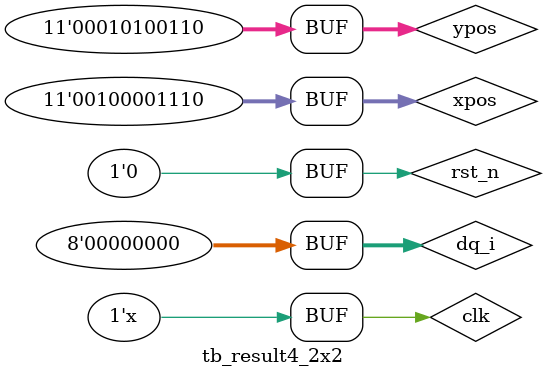
<source format=v>
`timescale  1ns/1ns
 
module tb_result4_2x2;
 
parameter  T = 2; // 时钟周期 ns
 
reg          clk; //input 
reg          rst_n; //input 
reg  [7:0]  dq_i; //input 
reg  [10:0]  xpos; //input 
reg  [10:0]  ypos; //input 
wire [4:0]  digit; //output 

// *******************************************************************************
// ** main
// *******************************************************************************

initial begin
   clk      =1'b0;
   rst_n      =1'b0;
 
   #T //1 start
// 20.0 ns
   rst_n      =1'b1;
 
   #T//
   xpos = 211;
   ypos = 107;
   dq_i = 8'd0;
 
   #T//
   xpos = 212;
   ypos = 107;
   dq_i = 8'd0;
 
   #T//
   xpos = 213;
   ypos = 107;
   dq_i = 8'd0;
 
   #T//
   xpos = 214;
   ypos = 107;
   dq_i = 8'd0;
 
   #T//
   xpos = 215;
   ypos = 107;
   dq_i = 8'd0;
 
   #T//
   xpos = 216;
   ypos = 107;
   dq_i = 8'd0;
 
   #T//
   xpos = 217;
   ypos = 107;
   dq_i = 8'd0;
 
   #T//
   xpos = 218;
   ypos = 107;
   dq_i = 8'd0;
 
   #T//
   xpos = 219;
   ypos = 107;
   dq_i = 8'd0;
 
   #T//
   xpos = 220;
   ypos = 107;
   dq_i = 8'd0;
 
   #T//
   xpos = 221;
   ypos = 107;
   dq_i = 8'd0;
 
   #T//
   xpos = 222;
   ypos = 107;
   dq_i = 8'd0;
 
   #T//
   xpos = 223;
   ypos = 107;
   dq_i = 8'd0;
 
   #T//
   xpos = 224;
   ypos = 107;
   dq_i = 8'd0;
 
   #T//
   xpos = 225;
   ypos = 107;
   dq_i = 8'd0;
 
   #T//
   xpos = 226;
   ypos = 107;
   dq_i = 8'd0;
 
   #T//
   xpos = 227;
   ypos = 107;
   dq_i = 8'd0;
 
   #T//
   xpos = 228;
   ypos = 107;
   dq_i = 8'd0;
 
   #T//
   xpos = 229;
   ypos = 107;
   dq_i = 8'd0;
 
   #T//
   xpos = 230;
   ypos = 107;
   dq_i = 8'd0;
 
   #T//
   xpos = 231;
   ypos = 107;
   dq_i = 8'd0;
 
   #T//
   xpos = 232;
   ypos = 107;
   dq_i = 8'd0;
 
   #T//
   xpos = 233;
   ypos = 107;
   dq_i = 8'd0;
 
   #T//
   xpos = 234;
   ypos = 107;
   dq_i = 8'd0;
 
   #T//
   xpos = 235;
   ypos = 107;
   dq_i = 8'd0;
 
   #T//
   xpos = 236;
   ypos = 107;
   dq_i = 8'd0;
 
   #T//
   xpos = 237;
   ypos = 107;
   dq_i = 8'd0;
 
   #T//
   xpos = 238;
   ypos = 107;
   dq_i = 8'd0;
 
   #T//
   xpos = 239;
   ypos = 107;
   dq_i = 8'd0;
 
   #T//
   xpos = 240;
   ypos = 107;
   dq_i = 8'd0;
 
   #T//
   xpos = 241;
   ypos = 107;
   dq_i = 8'd0;
 
   #T//
   xpos = 242;
   ypos = 107;
   dq_i = 8'd0;
 
   #T//
   xpos = 243;
   ypos = 107;
   dq_i = 8'd0;
 
   #T//
   xpos = 244;
   ypos = 107;
   dq_i = 8'd0;
 
   #T//
   xpos = 245;
   ypos = 107;
   dq_i = 8'd0;
 
   #T//
   xpos = 246;
   ypos = 107;
   dq_i = 8'd0;
 
   #T//
   xpos = 247;
   ypos = 107;
   dq_i = 8'd0;
 
   #T//
   xpos = 248;
   ypos = 107;
   dq_i = 8'd0;
 
   #T//
   xpos = 249;
   ypos = 107;
   dq_i = 8'd0;
 
   #T//
   xpos = 250;
   ypos = 107;
   dq_i = 8'd0;
 
   #T//
   xpos = 251;
   ypos = 107;
   dq_i = 8'd0;
 
   #T//
   xpos = 252;
   ypos = 107;
   dq_i = 8'd0;
 
   #T//
   xpos = 253;
   ypos = 107;
   dq_i = 8'd0;
 
   #T//
   xpos = 254;
   ypos = 107;
   dq_i = 8'd0;
 
   #T//
   xpos = 255;
   ypos = 107;
   dq_i = 8'd0;
 
   #T//
   xpos = 256;
   ypos = 107;
   dq_i = 8'd0;
 
   #T//
   xpos = 257;
   ypos = 107;
   dq_i = 8'd0;
 
   #T//
   xpos = 258;
   ypos = 107;
   dq_i = 8'd0;
 
   #T//
   xpos = 259;
   ypos = 107;
   dq_i = 8'd0;
 
   #T//
   xpos = 260;
   ypos = 107;
   dq_i = 8'd0;
 
   #T//
   xpos = 261;
   ypos = 107;
   dq_i = 8'd0;
 
   #T//
   xpos = 262;
   ypos = 107;
   dq_i = 8'd0;
 
   #T//
   xpos = 263;
   ypos = 107;
   dq_i = 8'd0;
 
   #T//
   xpos = 264;
   ypos = 107;
   dq_i = 8'd0;
 
   #T//
   xpos = 265;
   ypos = 107;
   dq_i = 8'd0;
 
   #T//
   xpos = 266;
   ypos = 107;
   dq_i = 8'd0;
 
   #T//
   xpos = 267;
   ypos = 107;
   dq_i = 8'd0;
 
   #T//
   xpos = 268;
   ypos = 107;
   dq_i = 8'd0;
 
   #T//
   xpos = 269;
   ypos = 107;
   dq_i = 8'd0;
 
   #T//
   xpos = 270;
   ypos = 107;
   dq_i = 8'd0;
 
   #T//
   xpos = 211;
   ypos = 108;
   dq_i = 8'd0;
 
   #T//
   xpos = 212;
   ypos = 108;
   dq_i = 8'd0;
 
   #T//
   xpos = 213;
   ypos = 108;
   dq_i = 8'd0;
 
   #T//
   xpos = 214;
   ypos = 108;
   dq_i = 8'd0;
 
   #T//
   xpos = 215;
   ypos = 108;
   dq_i = 8'd0;
 
   #T//
   xpos = 216;
   ypos = 108;
   dq_i = 8'd0;
 
   #T//
   xpos = 217;
   ypos = 108;
   dq_i = 8'd0;
 
   #T//
   xpos = 218;
   ypos = 108;
   dq_i = 8'd0;
 
   #T//
   xpos = 219;
   ypos = 108;
   dq_i = 8'd0;
 
   #T//
   xpos = 220;
   ypos = 108;
   dq_i = 8'd0;
 
   #T//
   xpos = 221;
   ypos = 108;
   dq_i = 8'd0;
 
   #T//
   xpos = 222;
   ypos = 108;
   dq_i = 8'd0;
 
   #T//
   xpos = 223;
   ypos = 108;
   dq_i = 8'd0;
 
   #T//
   xpos = 224;
   ypos = 108;
   dq_i = 8'd0;
 
   #T//
   xpos = 225;
   ypos = 108;
   dq_i = 8'd0;
 
   #T//
   xpos = 226;
   ypos = 108;
   dq_i = 8'd0;
 
   #T//
   xpos = 227;
   ypos = 108;
   dq_i = 8'd0;
 
   #T//
   xpos = 228;
   ypos = 108;
   dq_i = 8'd0;
 
   #T//
   xpos = 229;
   ypos = 108;
   dq_i = 8'd0;
 
   #T//
   xpos = 230;
   ypos = 108;
   dq_i = 8'd0;
 
   #T//
   xpos = 231;
   ypos = 108;
   dq_i = 8'd0;
 
   #T//
   xpos = 232;
   ypos = 108;
   dq_i = 8'd0;
 
   #T//
   xpos = 233;
   ypos = 108;
   dq_i = 8'd0;
 
   #T//
   xpos = 234;
   ypos = 108;
   dq_i = 8'd0;
 
   #T//
   xpos = 235;
   ypos = 108;
   dq_i = 8'd0;
 
   #T//
   xpos = 236;
   ypos = 108;
   dq_i = 8'd0;
 
   #T//
   xpos = 237;
   ypos = 108;
   dq_i = 8'd0;
 
   #T//
   xpos = 238;
   ypos = 108;
   dq_i = 8'd0;
 
   #T//
   xpos = 239;
   ypos = 108;
   dq_i = 8'd0;
 
   #T//
   xpos = 240;
   ypos = 108;
   dq_i = 8'd0;
 
   #T//
   xpos = 241;
   ypos = 108;
   dq_i = 8'd0;
 
   #T//
   xpos = 242;
   ypos = 108;
   dq_i = 8'd0;
 
   #T//
   xpos = 243;
   ypos = 108;
   dq_i = 8'd0;
 
   #T//
   xpos = 244;
   ypos = 108;
   dq_i = 8'd0;
 
   #T//
   xpos = 245;
   ypos = 108;
   dq_i = 8'd0;
 
   #T//
   xpos = 246;
   ypos = 108;
   dq_i = 8'd0;
 
   #T//
   xpos = 247;
   ypos = 108;
   dq_i = 8'd0;
 
   #T//
   xpos = 248;
   ypos = 108;
   dq_i = 8'd0;
 
   #T//
   xpos = 249;
   ypos = 108;
   dq_i = 8'd0;
 
   #T//
   xpos = 250;
   ypos = 108;
   dq_i = 8'd0;
 
   #T//
   xpos = 251;
   ypos = 108;
   dq_i = 8'd0;
 
   #T//
   xpos = 252;
   ypos = 108;
   dq_i = 8'd0;
 
   #T//
   xpos = 253;
   ypos = 108;
   dq_i = 8'd0;
 
   #T//
   xpos = 254;
   ypos = 108;
   dq_i = 8'd0;
 
   #T//
   xpos = 255;
   ypos = 108;
   dq_i = 8'd0;
 
   #T//
   xpos = 256;
   ypos = 108;
   dq_i = 8'd0;
 
   #T//
   xpos = 257;
   ypos = 108;
   dq_i = 8'd0;
 
   #T//
   xpos = 258;
   ypos = 108;
   dq_i = 8'd0;
 
   #T//
   xpos = 259;
   ypos = 108;
   dq_i = 8'd0;
 
   #T//
   xpos = 260;
   ypos = 108;
   dq_i = 8'd0;
 
   #T//
   xpos = 261;
   ypos = 108;
   dq_i = 8'd0;
 
   #T//
   xpos = 262;
   ypos = 108;
   dq_i = 8'd0;
 
   #T//
   xpos = 263;
   ypos = 108;
   dq_i = 8'd0;
 
   #T//
   xpos = 264;
   ypos = 108;
   dq_i = 8'd0;
 
   #T//
   xpos = 265;
   ypos = 108;
   dq_i = 8'd0;
 
   #T//
   xpos = 266;
   ypos = 108;
   dq_i = 8'd0;
 
   #T//
   xpos = 267;
   ypos = 108;
   dq_i = 8'd0;
 
   #T//
   xpos = 268;
   ypos = 108;
   dq_i = 8'd0;
 
   #T//
   xpos = 269;
   ypos = 108;
   dq_i = 8'd0;
 
   #T//
   xpos = 270;
   ypos = 108;
   dq_i = 8'd0;
 
   #T//
   xpos = 211;
   ypos = 109;
   dq_i = 8'd0;
 
   #T//
   xpos = 212;
   ypos = 109;
   dq_i = 8'd0;
 
   #T//
   xpos = 213;
   ypos = 109;
   dq_i = 0;
 
   #T//
   xpos = 214;
   ypos = 109;
   dq_i = 0;
 
   #T//
   xpos = 215;
   ypos = 109;
   dq_i = 0;
 
   #T//
   xpos = 216;
   ypos = 109;
   dq_i = 0;
 
   #T//
   xpos = 217;
   ypos = 109;
   dq_i = 0;
 
   #T//
   xpos = 218;
   ypos = 109;
   dq_i = 0;
 
   #T//
   xpos = 219;
   ypos = 109;
   dq_i = 0;
 
   #T//
   xpos = 220;
   ypos = 109;
   dq_i = 0;
 
   #T//
   xpos = 221;
   ypos = 109;
   dq_i = 0;
 
   #T//
   xpos = 222;
   ypos = 109;
   dq_i = 0;
 
   #T//
   xpos = 223;
   ypos = 109;
   dq_i = 0;
 
   #T//
   xpos = 224;
   ypos = 109;
   dq_i = 0;
 
   #T//
   xpos = 225;
   ypos = 109;
   dq_i = 0;
 
   #T//
   xpos = 226;
   ypos = 109;
   dq_i = 0;
 
   #T//
   xpos = 227;
   ypos = 109;
   dq_i = 0;
 
   #T//
   xpos = 228;
   ypos = 109;
   dq_i = 0;
 
   #T//
   xpos = 229;
   ypos = 109;
   dq_i = 0;
 
   #T//
   xpos = 230;
   ypos = 109;
   dq_i = 0;
 
   #T//
   xpos = 231;
   ypos = 109;
   dq_i = 0;
 
   #T//
   xpos = 232;
   ypos = 109;
   dq_i = 0;
 
   #T//
   xpos = 233;
   ypos = 109;
   dq_i = 0;
 
   #T//
   xpos = 234;
   ypos = 109;
   dq_i = 0;
 
   #T//
   xpos = 235;
   ypos = 109;
   dq_i = 0;
 
   #T//
   xpos = 236;
   ypos = 109;
   dq_i = 0;
 
   #T//
   xpos = 237;
   ypos = 109;
   dq_i = 0;
 
   #T//
   xpos = 238;
   ypos = 109;
   dq_i = 0;
 
   #T//
   xpos = 239;
   ypos = 109;
   dq_i = 0;
 
   #T//
   xpos = 240;
   ypos = 109;
   dq_i = 0;
 
   #T//
   xpos = 241;
   ypos = 109;
   dq_i = 0;
 
   #T//
   xpos = 242;
   ypos = 109;
   dq_i = 0;
 
   #T//
   xpos = 243;
   ypos = 109;
   dq_i = 0;
 
   #T//
   xpos = 244;
   ypos = 109;
   dq_i = 0;
 
   #T//
   xpos = 245;
   ypos = 109;
   dq_i = 0;
 
   #T//
   xpos = 246;
   ypos = 109;
   dq_i = 0;
 
   #T//
   xpos = 247;
   ypos = 109;
   dq_i = 0;
 
   #T//
   xpos = 248;
   ypos = 109;
   dq_i = 0;
 
   #T//
   xpos = 249;
   ypos = 109;
   dq_i = 0;
 
   #T//
   xpos = 250;
   ypos = 109;
   dq_i = 0;
 
   #T//
   xpos = 251;
   ypos = 109;
   dq_i = 0;
 
   #T//
   xpos = 252;
   ypos = 109;
   dq_i = 0;
 
   #T//
   xpos = 253;
   ypos = 109;
   dq_i = 0;
 
   #T//
   xpos = 254;
   ypos = 109;
   dq_i = 0;
 
   #T//
   xpos = 255;
   ypos = 109;
   dq_i = 0;
 
   #T//
   xpos = 256;
   ypos = 109;
   dq_i = 0;
 
   #T//
   xpos = 257;
   ypos = 109;
   dq_i = 0;
 
   #T//
   xpos = 258;
   ypos = 109;
   dq_i = 0;
 
   #T//
   xpos = 259;
   ypos = 109;
   dq_i = 0;
 
   #T//
   xpos = 260;
   ypos = 109;
   dq_i = 0;
 
   #T//
   xpos = 261;
   ypos = 109;
   dq_i = 0;
 
   #T//
   xpos = 262;
   ypos = 109;
   dq_i = 0;
 
   #T//
   xpos = 263;
   ypos = 109;
   dq_i = 0;
 
   #T//
   xpos = 264;
   ypos = 109;
   dq_i = 0;
 
   #T//
   xpos = 265;
   ypos = 109;
   dq_i = 0;
 
   #T//
   xpos = 266;
   ypos = 109;
   dq_i = 0;
 
   #T//
   xpos = 267;
   ypos = 109;
   dq_i = 0;
 
   #T//
   xpos = 268;
   ypos = 109;
   dq_i = 0;
 
   #T//
   xpos = 269;
   ypos = 109;
   dq_i = 8'd0;
 
   #T//
   xpos = 270;
   ypos = 109;
   dq_i = 8'd0;
 
   #T//
   xpos = 211;
   ypos = 110;
   dq_i = 8'd0;
 
   #T//
   xpos = 212;
   ypos = 110;
   dq_i = 8'd0;
 
   #T//
   xpos = 213;
   ypos = 110;
   dq_i = 0;
 
   #T//
   xpos = 214;
   ypos = 110;
   dq_i = 0;
 
   #T//
   xpos = 215;
   ypos = 110;
   dq_i = 0;
 
   #T//
   xpos = 216;
   ypos = 110;
   dq_i = 0;
 
   #T//
   xpos = 217;
   ypos = 110;
   dq_i = 0;
 
   #T//
   xpos = 218;
   ypos = 110;
   dq_i = 0;
 
   #T//
   xpos = 219;
   ypos = 110;
   dq_i = 0;
 
   #T//
   xpos = 220;
   ypos = 110;
   dq_i = 0;
 
   #T//
   xpos = 221;
   ypos = 110;
   dq_i = 0;
 
   #T//
   xpos = 222;
   ypos = 110;
   dq_i = 0;
 
   #T//
   xpos = 223;
   ypos = 110;
   dq_i = 0;
 
   #T//
   xpos = 224;
   ypos = 110;
   dq_i = 0;
 
   #T//
   xpos = 225;
   ypos = 110;
   dq_i = 0;
 
   #T//
   xpos = 226;
   ypos = 110;
   dq_i = 0;
 
   #T//
   xpos = 227;
   ypos = 110;
   dq_i = 0;
 
   #T//
   xpos = 228;
   ypos = 110;
   dq_i = 0;
 
   #T//
   xpos = 229;
   ypos = 110;
   dq_i = 0;
 
   #T//
   xpos = 230;
   ypos = 110;
   dq_i = 0;
 
   #T//
   xpos = 231;
   ypos = 110;
   dq_i = 0;
 
   #T//
   xpos = 232;
   ypos = 110;
   dq_i = 0;
 
   #T//
   xpos = 233;
   ypos = 110;
   dq_i = 0;
 
   #T//
   xpos = 234;
   ypos = 110;
   dq_i = 0;
 
   #T//
   xpos = 235;
   ypos = 110;
   dq_i = 0;
 
   #T//
   xpos = 236;
   ypos = 110;
   dq_i = 0;
 
   #T//
   xpos = 237;
   ypos = 110;
   dq_i = 0;
 
   #T//
   xpos = 238;
   ypos = 110;
   dq_i = 0;
 
   #T//
   xpos = 239;
   ypos = 110;
   dq_i = 0;
 
   #T//
   xpos = 240;
   ypos = 110;
   dq_i = 0;
 
   #T//
   xpos = 241;
   ypos = 110;
   dq_i = 0;
 
   #T//
   xpos = 242;
   ypos = 110;
   dq_i = 0;
 
   #T//
   xpos = 243;
   ypos = 110;
   dq_i = 0;
 
   #T//
   xpos = 244;
   ypos = 110;
   dq_i = 0;
 
   #T//
   xpos = 245;
   ypos = 110;
   dq_i = 0;
 
   #T//
   xpos = 246;
   ypos = 110;
   dq_i = 0;
 
   #T//
   xpos = 247;
   ypos = 110;
   dq_i = 0;
 
   #T//
   xpos = 248;
   ypos = 110;
   dq_i = 0;
 
   #T//
   xpos = 249;
   ypos = 110;
   dq_i = 0;
 
   #T//
   xpos = 250;
   ypos = 110;
   dq_i = 0;
 
   #T//
   xpos = 251;
   ypos = 110;
   dq_i = 0;
 
   #T//
   xpos = 252;
   ypos = 110;
   dq_i = 0;
 
   #T//
   xpos = 253;
   ypos = 110;
   dq_i = 0;
 
   #T//
   xpos = 254;
   ypos = 110;
   dq_i = 0;
 
   #T//
   xpos = 255;
   ypos = 110;
   dq_i = 0;
 
   #T//
   xpos = 256;
   ypos = 110;
   dq_i = 0;
 
   #T//
   xpos = 257;
   ypos = 110;
   dq_i = 0;
 
   #T//
   xpos = 258;
   ypos = 110;
   dq_i = 0;
 
   #T//
   xpos = 259;
   ypos = 110;
   dq_i = 0;
 
   #T//
   xpos = 260;
   ypos = 110;
   dq_i = 0;
 
   #T//
   xpos = 261;
   ypos = 110;
   dq_i = 0;
 
   #T//
   xpos = 262;
   ypos = 110;
   dq_i = 0;
 
   #T//
   xpos = 263;
   ypos = 110;
   dq_i = 0;
 
   #T//
   xpos = 264;
   ypos = 110;
   dq_i = 0;
 
   #T//
   xpos = 265;
   ypos = 110;
   dq_i = 0;
 
   #T//
   xpos = 266;
   ypos = 110;
   dq_i = 0;
 
   #T//
   xpos = 267;
   ypos = 110;
   dq_i = 0;
 
   #T//
   xpos = 268;
   ypos = 110;
   dq_i = 0;
 
   #T//
   xpos = 269;
   ypos = 110;
   dq_i = 8'd0;
 
   #T//
   xpos = 270;
   ypos = 110;
   dq_i = 8'd0;
 
   #T//
   xpos = 211;
   ypos = 111;
   dq_i = 8'd0;
 
   #T//
   xpos = 212;
   ypos = 111;
   dq_i = 8'd0;
 
   #T//
   xpos = 213;
   ypos = 111;
   dq_i = 0;
 
   #T//
   xpos = 214;
   ypos = 111;
   dq_i = 0;
 
   #T//
   xpos = 215;
   ypos = 111;
   dq_i = 0;
 
   #T//
   xpos = 216;
   ypos = 111;
   dq_i = 0;
 
   #T//
   xpos = 217;
   ypos = 111;
   dq_i = 0;
 
   #T//
   xpos = 218;
   ypos = 111;
   dq_i = 0;
 
   #T//
   xpos = 219;
   ypos = 111;
   dq_i = 0;
 
   #T//
   xpos = 220;
   ypos = 111;
   dq_i = 0;
 
   #T//
   xpos = 221;
   ypos = 111;
   dq_i = 0;
 
   #T//
   xpos = 222;
   ypos = 111;
   dq_i = 0;
 
   #T//
   xpos = 223;
   ypos = 111;
   dq_i = 0;
 
   #T//
   xpos = 224;
   ypos = 111;
   dq_i = 0;
 
   #T//
   xpos = 225;
   ypos = 111;
   dq_i = 0;
 
   #T//
   xpos = 226;
   ypos = 111;
   dq_i = 0;
 
   #T//
   xpos = 227;
   ypos = 111;
   dq_i = 0;
 
   #T//
   xpos = 228;
   ypos = 111;
   dq_i = 0;
 
   #T//
   xpos = 229;
   ypos = 111;
   dq_i = 0;
 
   #T//
   xpos = 230;
   ypos = 111;
   dq_i = 0;
 
   #T//
   xpos = 231;
   ypos = 111;
   dq_i = 0;
 
   #T//
   xpos = 232;
   ypos = 111;
   dq_i = 0;
 
   #T//
   xpos = 233;
   ypos = 111;
   dq_i = 0;
 
   #T//
   xpos = 234;
   ypos = 111;
   dq_i = 0;
 
   #T//
   xpos = 235;
   ypos = 111;
   dq_i = 0;
 
   #T//
   xpos = 236;
   ypos = 111;
   dq_i = 0;
 
   #T//
   xpos = 237;
   ypos = 111;
   dq_i = 0;
 
   #T//
   xpos = 238;
   ypos = 111;
   dq_i = 0;
 
   #T//
   xpos = 239;
   ypos = 111;
   dq_i = 0;
 
   #T//
   xpos = 240;
   ypos = 111;
   dq_i = 0;
 
   #T//
   xpos = 241;
   ypos = 111;
   dq_i = 0;
 
   #T//
   xpos = 242;
   ypos = 111;
   dq_i = 0;
 
   #T//
   xpos = 243;
   ypos = 111;
   dq_i = 0;
 
   #T//
   xpos = 244;
   ypos = 111;
   dq_i = 0;
 
   #T//
   xpos = 245;
   ypos = 111;
   dq_i = 0;
 
   #T//
   xpos = 246;
   ypos = 111;
   dq_i = 0;
 
   #T//
   xpos = 247;
   ypos = 111;
   dq_i = 0;
 
   #T//
   xpos = 248;
   ypos = 111;
   dq_i = 0;
 
   #T//
   xpos = 249;
   ypos = 111;
   dq_i = 0;
 
   #T//
   xpos = 250;
   ypos = 111;
   dq_i = 0;
 
   #T//
   xpos = 251;
   ypos = 111;
   dq_i = 0;
 
   #T//
   xpos = 252;
   ypos = 111;
   dq_i = 0;
 
   #T//
   xpos = 253;
   ypos = 111;
   dq_i = 0;
 
   #T//
   xpos = 254;
   ypos = 111;
   dq_i = 0;
 
   #T//
   xpos = 255;
   ypos = 111;
   dq_i = 0;
 
   #T//
   xpos = 256;
   ypos = 111;
   dq_i = 0;
 
   #T//
   xpos = 257;
   ypos = 111;
   dq_i = 0;
 
   #T//
   xpos = 258;
   ypos = 111;
   dq_i = 0;
 
   #T//
   xpos = 259;
   ypos = 111;
   dq_i = 0;
 
   #T//
   xpos = 260;
   ypos = 111;
   dq_i = 0;
 
   #T//
   xpos = 261;
   ypos = 111;
   dq_i = 0;
 
   #T//
   xpos = 262;
   ypos = 111;
   dq_i = 0;
 
   #T//
   xpos = 263;
   ypos = 111;
   dq_i = 0;
 
   #T//
   xpos = 264;
   ypos = 111;
   dq_i = 0;
 
   #T//
   xpos = 265;
   ypos = 111;
   dq_i = 0;
 
   #T//
   xpos = 266;
   ypos = 111;
   dq_i = 0;
 
   #T//
   xpos = 267;
   ypos = 111;
   dq_i = 0;
 
   #T//
   xpos = 268;
   ypos = 111;
   dq_i = 0;
 
   #T//
   xpos = 269;
   ypos = 111;
   dq_i = 8'd0;
 
   #T//
   xpos = 270;
   ypos = 111;
   dq_i = 8'd0;
 
   #T//
   xpos = 211;
   ypos = 112;
   dq_i = 8'd0;
 
   #T//
   xpos = 212;
   ypos = 112;
   dq_i = 8'd0;
 
   #T//
   xpos = 213;
   ypos = 112;
   dq_i = 0;
 
   #T//
   xpos = 214;
   ypos = 112;
   dq_i = 0;
 
   #T//
   xpos = 215;
   ypos = 112;
   dq_i = 0;
 
   #T//
   xpos = 216;
   ypos = 112;
   dq_i = 0;
 
   #T//
   xpos = 217;
   ypos = 112;
   dq_i = 0;
 
   #T//
   xpos = 218;
   ypos = 112;
   dq_i = 0;
 
   #T//
   xpos = 219;
   ypos = 112;
   dq_i = 0;
 
   #T//
   xpos = 220;
   ypos = 112;
   dq_i = 0;
 
   #T//
   xpos = 221;
   ypos = 112;
   dq_i = 0;
 
   #T//
   xpos = 222;
   ypos = 112;
   dq_i = 0;
 
   #T//
   xpos = 223;
   ypos = 112;
   dq_i = 0;
 
   #T//
   xpos = 224;
   ypos = 112;
   dq_i = 0;
 
   #T//
   xpos = 225;
   ypos = 112;
   dq_i = 0;
 
   #T//
   xpos = 226;
   ypos = 112;
   dq_i = 0;
 
   #T//
   xpos = 227;
   ypos = 112;
   dq_i = 0;
 
   #T//
   xpos = 228;
   ypos = 112;
   dq_i = 0;
 
   #T//
   xpos = 229;
   ypos = 112;
   dq_i = 0;
 
   #T//
   xpos = 230;
   ypos = 112;
   dq_i = 0;
 
   #T//
   xpos = 231;
   ypos = 112;
   dq_i = 0;
 
   #T//
   xpos = 232;
   ypos = 112;
   dq_i = 0;
 
   #T//
   xpos = 233;
   ypos = 112;
   dq_i = 0;
 
   #T//
   xpos = 234;
   ypos = 112;
   dq_i = 0;
 
   #T//
   xpos = 235;
   ypos = 112;
   dq_i = 0;
 
   #T//
   xpos = 236;
   ypos = 112;
   dq_i = 0;
 
   #T//
   xpos = 237;
   ypos = 112;
   dq_i = 0;
 
   #T//
   xpos = 238;
   ypos = 112;
   dq_i = 0;
 
   #T//
   xpos = 239;
   ypos = 112;
   dq_i = 0;
 
   #T//
   xpos = 240;
   ypos = 112;
   dq_i = 0;
 
   #T//
   xpos = 241;
   ypos = 112;
   dq_i = 0;
 
   #T//
   xpos = 242;
   ypos = 112;
   dq_i = 0;
 
   #T//
   xpos = 243;
   ypos = 112;
   dq_i = 0;
 
   #T//
   xpos = 244;
   ypos = 112;
   dq_i = 0;
 
   #T//
   xpos = 245;
   ypos = 112;
   dq_i = 0;
 
   #T//
   xpos = 246;
   ypos = 112;
   dq_i = 0;
 
   #T//
   xpos = 247;
   ypos = 112;
   dq_i = 0;
 
   #T//
   xpos = 248;
   ypos = 112;
   dq_i = 0;
 
   #T//
   xpos = 249;
   ypos = 112;
   dq_i = 0;
 
   #T//
   xpos = 250;
   ypos = 112;
   dq_i = 0;
 
   #T//
   xpos = 251;
   ypos = 112;
   dq_i = 0;
 
   #T//
   xpos = 252;
   ypos = 112;
   dq_i = 0;
 
   #T//
   xpos = 253;
   ypos = 112;
   dq_i = 0;
 
   #T//
   xpos = 254;
   ypos = 112;
   dq_i = 0;
 
   #T//
   xpos = 255;
   ypos = 112;
   dq_i = 0;
 
   #T//
   xpos = 256;
   ypos = 112;
   dq_i = 0;
 
   #T//
   xpos = 257;
   ypos = 112;
   dq_i = 0;
 
   #T//
   xpos = 258;
   ypos = 112;
   dq_i = 0;
 
   #T//
   xpos = 259;
   ypos = 112;
   dq_i = 0;
 
   #T//
   xpos = 260;
   ypos = 112;
   dq_i = 0;
 
   #T//
   xpos = 261;
   ypos = 112;
   dq_i = 0;
 
   #T//
   xpos = 262;
   ypos = 112;
   dq_i = 0;
 
   #T//
   xpos = 263;
   ypos = 112;
   dq_i = 0;
 
   #T//
   xpos = 264;
   ypos = 112;
   dq_i = 0;
 
   #T//
   xpos = 265;
   ypos = 112;
   dq_i = 0;
 
   #T//
   xpos = 266;
   ypos = 112;
   dq_i = 0;
 
   #T//
   xpos = 267;
   ypos = 112;
   dq_i = 0;
 
   #T//
   xpos = 268;
   ypos = 112;
   dq_i = 0;
 
   #T//
   xpos = 269;
   ypos = 112;
   dq_i = 8'd0;
 
   #T//
   xpos = 270;
   ypos = 112;
   dq_i = 8'd0;
 
   #T//
   xpos = 211;
   ypos = 113;
   dq_i = 8'd0;
 
   #T//
   xpos = 212;
   ypos = 113;
   dq_i = 8'd0;
 
   #T//
   xpos = 213;
   ypos = 113;
   dq_i = 0;
 
   #T//
   xpos = 214;
   ypos = 113;
   dq_i = 0;
 
   #T//
   xpos = 215;
   ypos = 113;
   dq_i = 0;
 
   #T//
   xpos = 216;
   ypos = 113;
   dq_i = 0;
 
   #T//
   xpos = 217;
   ypos = 113;
   dq_i = 0;
 
   #T//
   xpos = 218;
   ypos = 113;
   dq_i = 0;
 
   #T//
   xpos = 219;
   ypos = 113;
   dq_i = 0;
 
   #T//
   xpos = 220;
   ypos = 113;
   dq_i = 0;
 
   #T//
   xpos = 221;
   ypos = 113;
   dq_i = 0;
 
   #T//
   xpos = 222;
   ypos = 113;
   dq_i = 0;
 
   #T//
   xpos = 223;
   ypos = 113;
   dq_i = 0;
 
   #T//
   xpos = 224;
   ypos = 113;
   dq_i = 0;
 
   #T//
   xpos = 225;
   ypos = 113;
   dq_i = 0;
 
   #T//
   xpos = 226;
   ypos = 113;
   dq_i = 0;
 
   #T//
   xpos = 227;
   ypos = 113;
   dq_i = 0;
 
   #T//
   xpos = 228;
   ypos = 113;
   dq_i = 0;
 
   #T//
   xpos = 229;
   ypos = 113;
   dq_i = 0;
 
   #T//
   xpos = 230;
   ypos = 113;
   dq_i = 0;
 
   #T//
   xpos = 231;
   ypos = 113;
   dq_i = 0;
 
   #T//
   xpos = 232;
   ypos = 113;
   dq_i = 0;
 
   #T//
   xpos = 233;
   ypos = 113;
   dq_i = 0;
 
   #T//
   xpos = 234;
   ypos = 113;
   dq_i = 0;
 
   #T//
   xpos = 235;
   ypos = 113;
   dq_i = 0;
 
   #T//
   xpos = 236;
   ypos = 113;
   dq_i = 0;
 
   #T//
   xpos = 237;
   ypos = 113;
   dq_i = 0;
 
   #T//
   xpos = 238;
   ypos = 113;
   dq_i = 0;
 
   #T//
   xpos = 239;
   ypos = 113;
   dq_i = 0;
 
   #T//
   xpos = 240;
   ypos = 113;
   dq_i = 0;
 
   #T//
   xpos = 241;
   ypos = 113;
   dq_i = 0;
 
   #T//
   xpos = 242;
   ypos = 113;
   dq_i = 0;
 
   #T//
   xpos = 243;
   ypos = 113;
   dq_i = 0;
 
   #T//
   xpos = 244;
   ypos = 113;
   dq_i = 0;
 
   #T//
   xpos = 245;
   ypos = 113;
   dq_i = 0;
 
   #T//
   xpos = 246;
   ypos = 113;
   dq_i = 0;
 
   #T//
   xpos = 247;
   ypos = 113;
   dq_i = 0;
 
   #T//
   xpos = 248;
   ypos = 113;
   dq_i = 0;
 
   #T//
   xpos = 249;
   ypos = 113;
   dq_i = 0;
 
   #T//
   xpos = 250;
   ypos = 113;
   dq_i = 0;
 
   #T//
   xpos = 251;
   ypos = 113;
   dq_i = 0;
 
   #T//
   xpos = 252;
   ypos = 113;
   dq_i = 0;
 
   #T//
   xpos = 253;
   ypos = 113;
   dq_i = 0;
 
   #T//
   xpos = 254;
   ypos = 113;
   dq_i = 0;
 
   #T//
   xpos = 255;
   ypos = 113;
   dq_i = 0;
 
   #T//
   xpos = 256;
   ypos = 113;
   dq_i = 0;
 
   #T//
   xpos = 257;
   ypos = 113;
   dq_i = 0;
 
   #T//
   xpos = 258;
   ypos = 113;
   dq_i = 0;
 
   #T//
   xpos = 259;
   ypos = 113;
   dq_i = 0;
 
   #T//
   xpos = 260;
   ypos = 113;
   dq_i = 0;
 
   #T//
   xpos = 261;
   ypos = 113;
   dq_i = 0;
 
   #T//
   xpos = 262;
   ypos = 113;
   dq_i = 0;
 
   #T//
   xpos = 263;
   ypos = 113;
   dq_i = 0;
 
   #T//
   xpos = 264;
   ypos = 113;
   dq_i = 0;
 
   #T//
   xpos = 265;
   ypos = 113;
   dq_i = 0;
 
   #T//
   xpos = 266;
   ypos = 113;
   dq_i = 0;
 
   #T//
   xpos = 267;
   ypos = 113;
   dq_i = 0;
 
   #T//
   xpos = 268;
   ypos = 113;
   dq_i = 0;
 
   #T//
   xpos = 269;
   ypos = 113;
   dq_i = 8'd0;
 
   #T//
   xpos = 270;
   ypos = 113;
   dq_i = 8'd0;
 
   #T//
   xpos = 211;
   ypos = 114;
   dq_i = 8'd0;
 
   #T//
   xpos = 212;
   ypos = 114;
   dq_i = 8'd0;
 
   #T//
   xpos = 213;
   ypos = 114;
   dq_i = 0;
 
   #T//
   xpos = 214;
   ypos = 114;
   dq_i = 0;
 
   #T//
   xpos = 215;
   ypos = 114;
   dq_i = 0;
 
   #T//
   xpos = 216;
   ypos = 114;
   dq_i = 0;
 
   #T//
   xpos = 217;
   ypos = 114;
   dq_i = 0;
 
   #T//
   xpos = 218;
   ypos = 114;
   dq_i = 0;
 
   #T//
   xpos = 219;
   ypos = 114;
   dq_i = 0;
 
   #T//
   xpos = 220;
   ypos = 114;
   dq_i = 0;
 
   #T//
   xpos = 221;
   ypos = 114;
   dq_i = 0;
 
   #T//
   xpos = 222;
   ypos = 114;
   dq_i = 0;
 
   #T//
   xpos = 223;
   ypos = 114;
   dq_i = 0;
 
   #T//
   xpos = 224;
   ypos = 114;
   dq_i = 0;
 
   #T//
   xpos = 225;
   ypos = 114;
   dq_i = 0;
 
   #T//
   xpos = 226;
   ypos = 114;
   dq_i = 0;
 
   #T//
   xpos = 227;
   ypos = 114;
   dq_i = 0;
 
   #T//
   xpos = 228;
   ypos = 114;
   dq_i = 0;
 
   #T//
   xpos = 229;
   ypos = 114;
   dq_i = 0;
 
   #T//
   xpos = 230;
   ypos = 114;
   dq_i = 0;
 
   #T//
   xpos = 231;
   ypos = 114;
   dq_i = 0;
 
   #T//
   xpos = 232;
   ypos = 114;
   dq_i = 0;
 
   #T//
   xpos = 233;
   ypos = 114;
   dq_i = 0;
 
   #T//
   xpos = 234;
   ypos = 114;
   dq_i = 0;
 
   #T//
   xpos = 235;
   ypos = 114;
   dq_i = 0;
 
   #T//
   xpos = 236;
   ypos = 114;
   dq_i = 0;
 
   #T//
   xpos = 237;
   ypos = 114;
   dq_i = 0;
 
   #T//
   xpos = 238;
   ypos = 114;
   dq_i = 0;
 
   #T//
   xpos = 239;
   ypos = 114;
   dq_i = 0;
 
   #T//
   xpos = 240;
   ypos = 114;
   dq_i = 0;
 
   #T//
   xpos = 241;
   ypos = 114;
   dq_i = 0;
 
   #T//
   xpos = 242;
   ypos = 114;
   dq_i = 0;
 
   #T//
   xpos = 243;
   ypos = 114;
   dq_i = 0;
 
   #T//
   xpos = 244;
   ypos = 114;
   dq_i = 0;
 
   #T//
   xpos = 245;
   ypos = 114;
   dq_i = 0;
 
   #T//
   xpos = 246;
   ypos = 114;
   dq_i = 0;
 
   #T//
   xpos = 247;
   ypos = 114;
   dq_i = 0;
 
   #T//
   xpos = 248;
   ypos = 114;
   dq_i = 0;
 
   #T//
   xpos = 249;
   ypos = 114;
   dq_i = 0;
 
   #T//
   xpos = 250;
   ypos = 114;
   dq_i = 0;
 
   #T//
   xpos = 251;
   ypos = 114;
   dq_i = 0;
 
   #T//
   xpos = 252;
   ypos = 114;
   dq_i = 0;
 
   #T//
   xpos = 253;
   ypos = 114;
   dq_i = 0;
 
   #T//
   xpos = 254;
   ypos = 114;
   dq_i = 0;
 
   #T//
   xpos = 255;
   ypos = 114;
   dq_i = 0;
 
   #T//
   xpos = 256;
   ypos = 114;
   dq_i = 0;
 
   #T//
   xpos = 257;
   ypos = 114;
   dq_i = 0;
 
   #T//
   xpos = 258;
   ypos = 114;
   dq_i = 0;
 
   #T//
   xpos = 259;
   ypos = 114;
   dq_i = 0;
 
   #T//
   xpos = 260;
   ypos = 114;
   dq_i = 0;
 
   #T//
   xpos = 261;
   ypos = 114;
   dq_i = 0;
 
   #T//
   xpos = 262;
   ypos = 114;
   dq_i = 0;
 
   #T//
   xpos = 263;
   ypos = 114;
   dq_i = 0;
 
   #T//
   xpos = 264;
   ypos = 114;
   dq_i = 0;
 
   #T//
   xpos = 265;
   ypos = 114;
   dq_i = 0;
 
   #T//
   xpos = 266;
   ypos = 114;
   dq_i = 0;
 
   #T//
   xpos = 267;
   ypos = 114;
   dq_i = 0;
 
   #T//
   xpos = 268;
   ypos = 114;
   dq_i = 0;
 
   #T//
   xpos = 269;
   ypos = 114;
   dq_i = 8'd0;
 
   #T//
   xpos = 270;
   ypos = 114;
   dq_i = 8'd0;
 
   #T//
   xpos = 211;
   ypos = 115;
   dq_i = 8'd0;
 
   #T//
   xpos = 212;
   ypos = 115;
   dq_i = 8'd0;
 
   #T//
   xpos = 213;
   ypos = 115;
   dq_i = 0;
 
   #T//
   xpos = 214;
   ypos = 115;
   dq_i = 0;
 
   #T//
   xpos = 215;
   ypos = 115;
   dq_i = 0;
 
   #T//
   xpos = 216;
   ypos = 115;
   dq_i = 0;
 
   #T//
   xpos = 217;
   ypos = 115;
   dq_i = 0;
 
   #T//
   xpos = 218;
   ypos = 115;
   dq_i = 0;
 
   #T//
   xpos = 219;
   ypos = 115;
   dq_i = 0;
 
   #T//
   xpos = 220;
   ypos = 115;
   dq_i = 0;
 
   #T//
   xpos = 221;
   ypos = 115;
   dq_i = 0;
 
   #T//
   xpos = 222;
   ypos = 115;
   dq_i = 0;
 
   #T//
   xpos = 223;
   ypos = 115;
   dq_i = 0;
 
   #T//
   xpos = 224;
   ypos = 115;
   dq_i = 0;
 
   #T//
   xpos = 225;
   ypos = 115;
   dq_i = 0;
 
   #T//
   xpos = 226;
   ypos = 115;
   dq_i = 0;
 
   #T//
   xpos = 227;
   ypos = 115;
   dq_i = 0;
 
   #T//
   xpos = 228;
   ypos = 115;
   dq_i = 0;
 
   #T//
   xpos = 229;
   ypos = 115;
   dq_i = 0;
 
   #T//
   xpos = 230;
   ypos = 115;
   dq_i = 0;
 
   #T//
   xpos = 231;
   ypos = 115;
   dq_i = 0;
 
   #T//
   xpos = 232;
   ypos = 115;
   dq_i = 0;
 
   #T//
   xpos = 233;
   ypos = 115;
   dq_i = 0;
 
   #T//
   xpos = 234;
   ypos = 115;
   dq_i = 0;
 
   #T//
   xpos = 235;
   ypos = 115;
   dq_i = 0;
 
   #T//
   xpos = 236;
   ypos = 115;
   dq_i = 0;
 
   #T//
   xpos = 237;
   ypos = 115;
   dq_i = 0;
 
   #T//
   xpos = 238;
   ypos = 115;
   dq_i = 0;
 
   #T//
   xpos = 239;
   ypos = 115;
   dq_i = 0;
 
   #T//
   xpos = 240;
   ypos = 115;
   dq_i = 0;
 
   #T//
   xpos = 241;
   ypos = 115;
   dq_i = 0;
 
   #T//
   xpos = 242;
   ypos = 115;
   dq_i = 0;
 
   #T//
   xpos = 243;
   ypos = 115;
   dq_i = 0;
 
   #T//
   xpos = 244;
   ypos = 115;
   dq_i = 0;
 
   #T//
   xpos = 245;
   ypos = 115;
   dq_i = 0;
 
   #T//
   xpos = 246;
   ypos = 115;
   dq_i = 0;
 
   #T//
   xpos = 247;
   ypos = 115;
   dq_i = 0;
 
   #T//
   xpos = 248;
   ypos = 115;
   dq_i = 0;
 
   #T//
   xpos = 249;
   ypos = 115;
   dq_i = 0;
 
   #T//
   xpos = 250;
   ypos = 115;
   dq_i = 0;
 
   #T//
   xpos = 251;
   ypos = 115;
   dq_i = 0;
 
   #T//
   xpos = 252;
   ypos = 115;
   dq_i = 0;
 
   #T//
   xpos = 253;
   ypos = 115;
   dq_i = 0;
 
   #T//
   xpos = 254;
   ypos = 115;
   dq_i = 0;
 
   #T//
   xpos = 255;
   ypos = 115;
   dq_i = 0;
 
   #T//
   xpos = 256;
   ypos = 115;
   dq_i = 0;
 
   #T//
   xpos = 257;
   ypos = 115;
   dq_i = 0;
 
   #T//
   xpos = 258;
   ypos = 115;
   dq_i = 0;
 
   #T//
   xpos = 259;
   ypos = 115;
   dq_i = 0;
 
   #T//
   xpos = 260;
   ypos = 115;
   dq_i = 0;
 
   #T//
   xpos = 261;
   ypos = 115;
   dq_i = 0;
 
   #T//
   xpos = 262;
   ypos = 115;
   dq_i = 0;
 
   #T//
   xpos = 263;
   ypos = 115;
   dq_i = 0;
 
   #T//
   xpos = 264;
   ypos = 115;
   dq_i = 0;
 
   #T//
   xpos = 265;
   ypos = 115;
   dq_i = 0;
 
   #T//
   xpos = 266;
   ypos = 115;
   dq_i = 0;
 
   #T//
   xpos = 267;
   ypos = 115;
   dq_i = 0;
 
   #T//
   xpos = 268;
   ypos = 115;
   dq_i = 0;
 
   #T//
   xpos = 269;
   ypos = 115;
   dq_i = 8'd0;
 
   #T//
   xpos = 270;
   ypos = 115;
   dq_i = 8'd0;
 
   #T//
   xpos = 211;
   ypos = 116;
   dq_i = 8'd0;
 
   #T//
   xpos = 212;
   ypos = 116;
   dq_i = 8'd0;
 
   #T//
   xpos = 213;
   ypos = 116;
   dq_i = 0;
 
   #T//
   xpos = 214;
   ypos = 116;
   dq_i = 0;
 
   #T//
   xpos = 215;
   ypos = 116;
   dq_i = 0;
 
   #T//
   xpos = 216;
   ypos = 116;
   dq_i = 0;
 
   #T//
   xpos = 217;
   ypos = 116;
   dq_i = 0;
 
   #T//
   xpos = 218;
   ypos = 116;
   dq_i = 0;
 
   #T//
   xpos = 219;
   ypos = 116;
   dq_i = 0;
 
   #T//
   xpos = 220;
   ypos = 116;
   dq_i = 0;
 
   #T//
   xpos = 221;
   ypos = 116;
   dq_i = 0;
 
   #T//
   xpos = 222;
   ypos = 116;
   dq_i = 0;
 
   #T//
   xpos = 223;
   ypos = 116;
   dq_i = 0;
 
   #T//
   xpos = 224;
   ypos = 116;
   dq_i = 0;
 
   #T//
   xpos = 225;
   ypos = 116;
   dq_i = 0;
 
   #T//
   xpos = 226;
   ypos = 116;
   dq_i = 0;
 
   #T//
   xpos = 227;
   ypos = 116;
   dq_i = 0;
 
   #T//
   xpos = 228;
   ypos = 116;
   dq_i = 0;
 
   #T//
   xpos = 229;
   ypos = 116;
   dq_i = 0;
 
   #T//
   xpos = 230;
   ypos = 116;
   dq_i = 0;
 
   #T//
   xpos = 231;
   ypos = 116;
   dq_i = 0;
 
   #T//
   xpos = 232;
   ypos = 116;
   dq_i = 0;
 
   #T//
   xpos = 233;
   ypos = 116;
   dq_i = 0;
 
   #T//
   xpos = 234;
   ypos = 116;
   dq_i = 0;
 
   #T//
   xpos = 235;
   ypos = 116;
   dq_i = 0;
 
   #T//
   xpos = 236;
   ypos = 116;
   dq_i = 0;
 
   #T//
   xpos = 237;
   ypos = 116;
   dq_i = 0;
 
   #T//
   xpos = 238;
   ypos = 116;
   dq_i = 0;
 
   #T//
   xpos = 239;
   ypos = 116;
   dq_i = 0;
 
   #T//
   xpos = 240;
   ypos = 116;
   dq_i = 0;
 
   #T//
   xpos = 241;
   ypos = 116;
   dq_i = 0;
 
   #T//
   xpos = 242;
   ypos = 116;
   dq_i = 0;
 
   #T//
   xpos = 243;
   ypos = 116;
   dq_i = 0;
 
   #T//
   xpos = 244;
   ypos = 116;
   dq_i = 0;
 
   #T//
   xpos = 245;
   ypos = 116;
   dq_i = 0;
 
   #T//
   xpos = 246;
   ypos = 116;
   dq_i = 0;
 
   #T//
   xpos = 247;
   ypos = 116;
   dq_i = 0;
 
   #T//
   xpos = 248;
   ypos = 116;
   dq_i = 0;
 
   #T//
   xpos = 249;
   ypos = 116;
   dq_i = 0;
 
   #T//
   xpos = 250;
   ypos = 116;
   dq_i = 0;
 
   #T//
   xpos = 251;
   ypos = 116;
   dq_i = 0;
 
   #T//
   xpos = 252;
   ypos = 116;
   dq_i = 0;
 
   #T//
   xpos = 253;
   ypos = 116;
   dq_i = 0;
 
   #T//
   xpos = 254;
   ypos = 116;
   dq_i = 0;
 
   #T//
   xpos = 255;
   ypos = 116;
   dq_i = 0;
 
   #T//
   xpos = 256;
   ypos = 116;
   dq_i = 0;
 
   #T//
   xpos = 257;
   ypos = 116;
   dq_i = 0;
 
   #T//
   xpos = 258;
   ypos = 116;
   dq_i = 0;
 
   #T//
   xpos = 259;
   ypos = 116;
   dq_i = 0;
 
   #T//
   xpos = 260;
   ypos = 116;
   dq_i = 0;
 
   #T//
   xpos = 261;
   ypos = 116;
   dq_i = 0;
 
   #T//
   xpos = 262;
   ypos = 116;
   dq_i = 0;
 
   #T//
   xpos = 263;
   ypos = 116;
   dq_i = 0;
 
   #T//
   xpos = 264;
   ypos = 116;
   dq_i = 0;
 
   #T//
   xpos = 265;
   ypos = 116;
   dq_i = 0;
 
   #T//
   xpos = 266;
   ypos = 116;
   dq_i = 0;
 
   #T//
   xpos = 267;
   ypos = 116;
   dq_i = 0;
 
   #T//
   xpos = 268;
   ypos = 116;
   dq_i = 0;
 
   #T//
   xpos = 269;
   ypos = 116;
   dq_i = 8'd0;
 
   #T//
   xpos = 270;
   ypos = 116;
   dq_i = 8'd0;
 
   #T//
   xpos = 211;
   ypos = 117;
   dq_i = 8'd0;
 
   #T//
   xpos = 212;
   ypos = 117;
   dq_i = 8'd0;
 
   #T//
   xpos = 213;
   ypos = 117;
   dq_i = 0;
 
   #T//
   xpos = 214;
   ypos = 117;
   dq_i = 0;
 
   #T//
   xpos = 215;
   ypos = 117;
   dq_i = 0;
 
   #T//
   xpos = 216;
   ypos = 117;
   dq_i = 0;
 
   #T//
   xpos = 217;
   ypos = 117;
   dq_i = 0;
 
   #T//
   xpos = 218;
   ypos = 117;
   dq_i = 0;
 
   #T//
   xpos = 219;
   ypos = 117;
   dq_i = 0;
 
   #T//
   xpos = 220;
   ypos = 117;
   dq_i = 0;
 
   #T//
   xpos = 221;
   ypos = 117;
   dq_i = 0;
 
   #T//
   xpos = 222;
   ypos = 117;
   dq_i = 0;
 
   #T//
   xpos = 223;
   ypos = 117;
   dq_i = 0;
 
   #T//
   xpos = 224;
   ypos = 117;
   dq_i = 0;
 
   #T//
   xpos = 225;
   ypos = 117;
   dq_i = 0;
 
   #T//
   xpos = 226;
   ypos = 117;
   dq_i = 0;
 
   #T//
   xpos = 227;
   ypos = 117;
   dq_i = 0;
 
   #T//
   xpos = 228;
   ypos = 117;
   dq_i = 0;
 
   #T//
   xpos = 229;
   ypos = 117;
   dq_i = 0;
 
   #T//
   xpos = 230;
   ypos = 117;
   dq_i = 0;
 
   #T//
   xpos = 231;
   ypos = 117;
   dq_i = 0;
 
   #T//
   xpos = 232;
   ypos = 117;
   dq_i = 0;
 
   #T//
   xpos = 233;
   ypos = 117;
   dq_i = 0;
 
   #T//
   xpos = 234;
   ypos = 117;
   dq_i = 0;
 
   #T//
   xpos = 235;
   ypos = 117;
   dq_i = 0;
 
   #T//
   xpos = 236;
   ypos = 117;
   dq_i = 0;
 
   #T//
   xpos = 237;
   ypos = 117;
   dq_i = 0;
 
   #T//
   xpos = 238;
   ypos = 117;
   dq_i = 0;
 
   #T//
   xpos = 239;
   ypos = 117;
   dq_i = 0;
 
   #T//
   xpos = 240;
   ypos = 117;
   dq_i = 0;
 
   #T//
   xpos = 241;
   ypos = 117;
   dq_i = 0;
 
   #T//
   xpos = 242;
   ypos = 117;
   dq_i = 0;
 
   #T//
   xpos = 243;
   ypos = 117;
   dq_i = 0;
 
   #T//
   xpos = 244;
   ypos = 117;
   dq_i = 0;
 
   #T//
   xpos = 245;
   ypos = 117;
   dq_i = 0;
 
   #T//
   xpos = 246;
   ypos = 117;
   dq_i = 0;
 
   #T//
   xpos = 247;
   ypos = 117;
   dq_i = 0;
 
   #T//
   xpos = 248;
   ypos = 117;
   dq_i = 0;
 
   #T//
   xpos = 249;
   ypos = 117;
   dq_i = 0;
 
   #T//
   xpos = 250;
   ypos = 117;
   dq_i = 0;
 
   #T//
   xpos = 251;
   ypos = 117;
   dq_i = 0;
 
   #T//
   xpos = 252;
   ypos = 117;
   dq_i = 0;
 
   #T//
   xpos = 253;
   ypos = 117;
   dq_i = 0;
 
   #T//
   xpos = 254;
   ypos = 117;
   dq_i = 0;
 
   #T//
   xpos = 255;
   ypos = 117;
   dq_i = 0;
 
   #T//
   xpos = 256;
   ypos = 117;
   dq_i = 0;
 
   #T//
   xpos = 257;
   ypos = 117;
   dq_i = 0;
 
   #T//
   xpos = 258;
   ypos = 117;
   dq_i = 0;
 
   #T//
   xpos = 259;
   ypos = 117;
   dq_i = 0;
 
   #T//
   xpos = 260;
   ypos = 117;
   dq_i = 0;
 
   #T//
   xpos = 261;
   ypos = 117;
   dq_i = 0;
 
   #T//
   xpos = 262;
   ypos = 117;
   dq_i = 0;
 
   #T//
   xpos = 263;
   ypos = 117;
   dq_i = 0;
 
   #T//
   xpos = 264;
   ypos = 117;
   dq_i = 0;
 
   #T//
   xpos = 265;
   ypos = 117;
   dq_i = 0;
 
   #T//
   xpos = 266;
   ypos = 117;
   dq_i = 0;
 
   #T//
   xpos = 267;
   ypos = 117;
   dq_i = 0;
 
   #T//
   xpos = 268;
   ypos = 117;
   dq_i = 0;
 
   #T//
   xpos = 269;
   ypos = 117;
   dq_i = 8'd0;
 
   #T//
   xpos = 270;
   ypos = 117;
   dq_i = 8'd0;
 
   #T//
   xpos = 211;
   ypos = 118;
   dq_i = 8'd0;
 
   #T//
   xpos = 212;
   ypos = 118;
   dq_i = 8'd0;
 
   #T//
   xpos = 213;
   ypos = 118;
   dq_i = 0;
 
   #T//
   xpos = 214;
   ypos = 118;
   dq_i = 0;
 
   #T//
   xpos = 215;
   ypos = 118;
   dq_i = 0;
 
   #T//
   xpos = 216;
   ypos = 118;
   dq_i = 0;
 
   #T//
   xpos = 217;
   ypos = 118;
   dq_i = 0;
 
   #T//
   xpos = 218;
   ypos = 118;
   dq_i = 0;
 
   #T//
   xpos = 219;
   ypos = 118;
   dq_i = 0;
 
   #T//
   xpos = 220;
   ypos = 118;
   dq_i = 0;
 
   #T//
   xpos = 221;
   ypos = 118;
   dq_i = 0;
 
   #T//
   xpos = 222;
   ypos = 118;
   dq_i = 0;
 
   #T//
   xpos = 223;
   ypos = 118;
   dq_i = 0;
 
   #T//
   xpos = 224;
   ypos = 118;
   dq_i = 0;
 
   #T//
   xpos = 225;
   ypos = 118;
   dq_i = 0;
 
   #T//
   xpos = 226;
   ypos = 118;
   dq_i = 0;
 
   #T//
   xpos = 227;
   ypos = 118;
   dq_i = 0;
 
   #T//
   xpos = 228;
   ypos = 118;
   dq_i = 0;
 
   #T//
   xpos = 229;
   ypos = 118;
   dq_i = 0;
 
   #T//
   xpos = 230;
   ypos = 118;
   dq_i = 0;
 
   #T//
   xpos = 231;
   ypos = 118;
   dq_i = 0;
 
   #T//
   xpos = 232;
   ypos = 118;
   dq_i = 0;
 
   #T//
   xpos = 233;
   ypos = 118;
   dq_i = 0;
 
   #T//
   xpos = 234;
   ypos = 118;
   dq_i = 0;
 
   #T//
   xpos = 235;
   ypos = 118;
   dq_i = 0;
 
   #T//
   xpos = 236;
   ypos = 118;
   dq_i = 0;
 
   #T//
   xpos = 237;
   ypos = 118;
   dq_i = 0;
 
   #T//
   xpos = 238;
   ypos = 118;
   dq_i = 0;
 
   #T//
   xpos = 239;
   ypos = 118;
   dq_i = 0;
 
   #T//
   xpos = 240;
   ypos = 118;
   dq_i = 0;
 
   #T//
   xpos = 241;
   ypos = 118;
   dq_i = 0;
 
   #T//
   xpos = 242;
   ypos = 118;
   dq_i = 0;
 
   #T//
   xpos = 243;
   ypos = 118;
   dq_i = 0;
 
   #T//
   xpos = 244;
   ypos = 118;
   dq_i = 0;
 
   #T//
   xpos = 245;
   ypos = 118;
   dq_i = 0;
 
   #T//
   xpos = 246;
   ypos = 118;
   dq_i = 0;
 
   #T//
   xpos = 247;
   ypos = 118;
   dq_i = 0;
 
   #T//
   xpos = 248;
   ypos = 118;
   dq_i = 0;
 
   #T//
   xpos = 249;
   ypos = 118;
   dq_i = 0;
 
   #T//
   xpos = 250;
   ypos = 118;
   dq_i = 0;
 
   #T//
   xpos = 251;
   ypos = 118;
   dq_i = 0;
 
   #T//
   xpos = 252;
   ypos = 118;
   dq_i = 0;
 
   #T//
   xpos = 253;
   ypos = 118;
   dq_i = 0;
 
   #T//
   xpos = 254;
   ypos = 118;
   dq_i = 0;
 
   #T//
   xpos = 255;
   ypos = 118;
   dq_i = 0;
 
   #T//
   xpos = 256;
   ypos = 118;
   dq_i = 0;
 
   #T//
   xpos = 257;
   ypos = 118;
   dq_i = 0;
 
   #T//
   xpos = 258;
   ypos = 118;
   dq_i = 0;
 
   #T//
   xpos = 259;
   ypos = 118;
   dq_i = 0;
 
   #T//
   xpos = 260;
   ypos = 118;
   dq_i = 0;
 
   #T//
   xpos = 261;
   ypos = 118;
   dq_i = 0;
 
   #T//
   xpos = 262;
   ypos = 118;
   dq_i = 0;
 
   #T//
   xpos = 263;
   ypos = 118;
   dq_i = 0;
 
   #T//
   xpos = 264;
   ypos = 118;
   dq_i = 0;
 
   #T//
   xpos = 265;
   ypos = 118;
   dq_i = 0;
 
   #T//
   xpos = 266;
   ypos = 118;
   dq_i = 0;
 
   #T//
   xpos = 267;
   ypos = 118;
   dq_i = 0;
 
   #T//
   xpos = 268;
   ypos = 118;
   dq_i = 0;
 
   #T//
   xpos = 269;
   ypos = 118;
   dq_i = 8'd0;
 
   #T//
   xpos = 270;
   ypos = 118;
   dq_i = 8'd0;
 
   #T//
   xpos = 211;
   ypos = 119;
   dq_i = 8'd0;
 
   #T//
   xpos = 212;
   ypos = 119;
   dq_i = 8'd0;
 
   #T//
   xpos = 213;
   ypos = 119;
   dq_i = 0;
 
   #T//
   xpos = 214;
   ypos = 119;
   dq_i = 0;
 
   #T//
   xpos = 215;
   ypos = 119;
   dq_i = 0;
 
   #T//
   xpos = 216;
   ypos = 119;
   dq_i = 0;
 
   #T//
   xpos = 217;
   ypos = 119;
   dq_i = 0;
 
   #T//
   xpos = 218;
   ypos = 119;
   dq_i = 0;
 
   #T//
   xpos = 219;
   ypos = 119;
   dq_i = 0;
 
   #T//
   xpos = 220;
   ypos = 119;
   dq_i = 0;
 
   #T//
   xpos = 221;
   ypos = 119;
   dq_i = 0;
 
   #T//
   xpos = 222;
   ypos = 119;
   dq_i = 0;
 
   #T//
   xpos = 223;
   ypos = 119;
   dq_i = 0;
 
   #T//
   xpos = 224;
   ypos = 119;
   dq_i = 0;
 
   #T//
   xpos = 225;
   ypos = 119;
   dq_i = 0;
 
   #T//
   xpos = 226;
   ypos = 119;
   dq_i = 0;
 
   #T//
   xpos = 227;
   ypos = 119;
   dq_i = 0;
 
   #T//
   xpos = 228;
   ypos = 119;
   dq_i = 0;
 
   #T//
   xpos = 229;
   ypos = 119;
   dq_i = 0;
 
   #T//
   xpos = 230;
   ypos = 119;
   dq_i = 0;
 
   #T//
   xpos = 231;
   ypos = 119;
   dq_i = 0;
 
   #T//
   xpos = 232;
   ypos = 119;
   dq_i = 0;
 
   #T//
   xpos = 233;
   ypos = 119;
   dq_i = 50;
 
   #T//
   xpos = 234;
   ypos = 119;
   dq_i = 50;
 
   #T//
   xpos = 235;
   ypos = 119;
   dq_i = 224;
 
   #T//
   xpos = 236;
   ypos = 119;
   dq_i = 224;
 
   #T//
   xpos = 237;
   ypos = 119;
   dq_i = 0;
 
   #T//
   xpos = 238;
   ypos = 119;
   dq_i = 0;
 
   #T//
   xpos = 239;
   ypos = 119;
   dq_i = 0;
 
   #T//
   xpos = 240;
   ypos = 119;
   dq_i = 0;
 
   #T//
   xpos = 241;
   ypos = 119;
   dq_i = 0;
 
   #T//
   xpos = 242;
   ypos = 119;
   dq_i = 0;
 
   #T//
   xpos = 243;
   ypos = 119;
   dq_i = 0;
 
   #T//
   xpos = 244;
   ypos = 119;
   dq_i = 0;
 
   #T//
   xpos = 245;
   ypos = 119;
   dq_i = 0;
 
   #T//
   xpos = 246;
   ypos = 119;
   dq_i = 0;
 
   #T//
   xpos = 247;
   ypos = 119;
   dq_i = 0;
 
   #T//
   xpos = 248;
   ypos = 119;
   dq_i = 0;
 
   #T//
   xpos = 249;
   ypos = 119;
   dq_i = 0;
 
   #T//
   xpos = 250;
   ypos = 119;
   dq_i = 0;
 
   #T//
   xpos = 251;
   ypos = 119;
   dq_i = 70;
 
   #T//
   xpos = 252;
   ypos = 119;
   dq_i = 70;
 
   #T//
   xpos = 253;
   ypos = 119;
   dq_i = 29;
 
   #T//
   xpos = 254;
   ypos = 119;
   dq_i = 29;
 
   #T//
   xpos = 255;
   ypos = 119;
   dq_i = 0;
 
   #T//
   xpos = 256;
   ypos = 119;
   dq_i = 0;
 
   #T//
   xpos = 257;
   ypos = 119;
   dq_i = 0;
 
   #T//
   xpos = 258;
   ypos = 119;
   dq_i = 0;
 
   #T//
   xpos = 259;
   ypos = 119;
   dq_i = 0;
 
   #T//
   xpos = 260;
   ypos = 119;
   dq_i = 0;
 
   #T//
   xpos = 261;
   ypos = 119;
   dq_i = 0;
 
   #T//
   xpos = 262;
   ypos = 119;
   dq_i = 0;
 
   #T//
   xpos = 263;
   ypos = 119;
   dq_i = 0;
 
   #T//
   xpos = 264;
   ypos = 119;
   dq_i = 0;
 
   #T//
   xpos = 265;
   ypos = 119;
   dq_i = 0;
 
   #T//
   xpos = 266;
   ypos = 119;
   dq_i = 0;
 
   #T//
   xpos = 267;
   ypos = 119;
   dq_i = 0;
 
   #T//
   xpos = 268;
   ypos = 119;
   dq_i = 0;
 
   #T//
   xpos = 269;
   ypos = 119;
   dq_i = 8'd0;
 
   #T//
   xpos = 270;
   ypos = 119;
   dq_i = 8'd0;
 
   #T//
   xpos = 211;
   ypos = 120;
   dq_i = 8'd0;
 
   #T//
   xpos = 212;
   ypos = 120;
   dq_i = 8'd0;
 
   #T//
   xpos = 213;
   ypos = 120;
   dq_i = 0;
 
   #T//
   xpos = 214;
   ypos = 120;
   dq_i = 0;
 
   #T//
   xpos = 215;
   ypos = 120;
   dq_i = 0;
 
   #T//
   xpos = 216;
   ypos = 120;
   dq_i = 0;
 
   #T//
   xpos = 217;
   ypos = 120;
   dq_i = 0;
 
   #T//
   xpos = 218;
   ypos = 120;
   dq_i = 0;
 
   #T//
   xpos = 219;
   ypos = 120;
   dq_i = 0;
 
   #T//
   xpos = 220;
   ypos = 120;
   dq_i = 0;
 
   #T//
   xpos = 221;
   ypos = 120;
   dq_i = 0;
 
   #T//
   xpos = 222;
   ypos = 120;
   dq_i = 0;
 
   #T//
   xpos = 223;
   ypos = 120;
   dq_i = 0;
 
   #T//
   xpos = 224;
   ypos = 120;
   dq_i = 0;
 
   #T//
   xpos = 225;
   ypos = 120;
   dq_i = 0;
 
   #T//
   xpos = 226;
   ypos = 120;
   dq_i = 0;
 
   #T//
   xpos = 227;
   ypos = 120;
   dq_i = 0;
 
   #T//
   xpos = 228;
   ypos = 120;
   dq_i = 0;
 
   #T//
   xpos = 229;
   ypos = 120;
   dq_i = 0;
 
   #T//
   xpos = 230;
   ypos = 120;
   dq_i = 0;
 
   #T//
   xpos = 231;
   ypos = 120;
   dq_i = 0;
 
   #T//
   xpos = 232;
   ypos = 120;
   dq_i = 0;
 
   #T//
   xpos = 233;
   ypos = 120;
   dq_i = 50;
 
   #T//
   xpos = 234;
   ypos = 120;
   dq_i = 50;
 
   #T//
   xpos = 235;
   ypos = 120;
   dq_i = 224;
 
   #T//
   xpos = 236;
   ypos = 120;
   dq_i = 224;
 
   #T//
   xpos = 237;
   ypos = 120;
   dq_i = 0;
 
   #T//
   xpos = 238;
   ypos = 120;
   dq_i = 0;
 
   #T//
   xpos = 239;
   ypos = 120;
   dq_i = 0;
 
   #T//
   xpos = 240;
   ypos = 120;
   dq_i = 0;
 
   #T//
   xpos = 241;
   ypos = 120;
   dq_i = 0;
 
   #T//
   xpos = 242;
   ypos = 120;
   dq_i = 0;
 
   #T//
   xpos = 243;
   ypos = 120;
   dq_i = 0;
 
   #T//
   xpos = 244;
   ypos = 120;
   dq_i = 0;
 
   #T//
   xpos = 245;
   ypos = 120;
   dq_i = 0;
 
   #T//
   xpos = 246;
   ypos = 120;
   dq_i = 0;
 
   #T//
   xpos = 247;
   ypos = 120;
   dq_i = 0;
 
   #T//
   xpos = 248;
   ypos = 120;
   dq_i = 0;
 
   #T//
   xpos = 249;
   ypos = 120;
   dq_i = 0;
 
   #T//
   xpos = 250;
   ypos = 120;
   dq_i = 0;
 
   #T//
   xpos = 251;
   ypos = 120;
   dq_i = 70;
 
   #T//
   xpos = 252;
   ypos = 120;
   dq_i = 70;
 
   #T//
   xpos = 253;
   ypos = 120;
   dq_i = 29;
 
   #T//
   xpos = 254;
   ypos = 120;
   dq_i = 29;
 
   #T//
   xpos = 255;
   ypos = 120;
   dq_i = 0;
 
   #T//
   xpos = 256;
   ypos = 120;
   dq_i = 0;
 
   #T//
   xpos = 257;
   ypos = 120;
   dq_i = 0;
 
   #T//
   xpos = 258;
   ypos = 120;
   dq_i = 0;
 
   #T//
   xpos = 259;
   ypos = 120;
   dq_i = 0;
 
   #T//
   xpos = 260;
   ypos = 120;
   dq_i = 0;
 
   #T//
   xpos = 261;
   ypos = 120;
   dq_i = 0;
 
   #T//
   xpos = 262;
   ypos = 120;
   dq_i = 0;
 
   #T//
   xpos = 263;
   ypos = 120;
   dq_i = 0;
 
   #T//
   xpos = 264;
   ypos = 120;
   dq_i = 0;
 
   #T//
   xpos = 265;
   ypos = 120;
   dq_i = 0;
 
   #T//
   xpos = 266;
   ypos = 120;
   dq_i = 0;
 
   #T//
   xpos = 267;
   ypos = 120;
   dq_i = 0;
 
   #T//
   xpos = 268;
   ypos = 120;
   dq_i = 0;
 
   #T//
   xpos = 269;
   ypos = 120;
   dq_i = 8'd0;
 
   #T//
   xpos = 270;
   ypos = 120;
   dq_i = 8'd0;
 
   #T//
   xpos = 211;
   ypos = 121;
   dq_i = 8'd0;
 
   #T//
   xpos = 212;
   ypos = 121;
   dq_i = 8'd0;
 
   #T//
   xpos = 213;
   ypos = 121;
   dq_i = 0;
 
   #T//
   xpos = 214;
   ypos = 121;
   dq_i = 0;
 
   #T//
   xpos = 215;
   ypos = 121;
   dq_i = 0;
 
   #T//
   xpos = 216;
   ypos = 121;
   dq_i = 0;
 
   #T//
   xpos = 217;
   ypos = 121;
   dq_i = 0;
 
   #T//
   xpos = 218;
   ypos = 121;
   dq_i = 0;
 
   #T//
   xpos = 219;
   ypos = 121;
   dq_i = 0;
 
   #T//
   xpos = 220;
   ypos = 121;
   dq_i = 0;
 
   #T//
   xpos = 221;
   ypos = 121;
   dq_i = 0;
 
   #T//
   xpos = 222;
   ypos = 121;
   dq_i = 0;
 
   #T//
   xpos = 223;
   ypos = 121;
   dq_i = 0;
 
   #T//
   xpos = 224;
   ypos = 121;
   dq_i = 0;
 
   #T//
   xpos = 225;
   ypos = 121;
   dq_i = 0;
 
   #T//
   xpos = 226;
   ypos = 121;
   dq_i = 0;
 
   #T//
   xpos = 227;
   ypos = 121;
   dq_i = 0;
 
   #T//
   xpos = 228;
   ypos = 121;
   dq_i = 0;
 
   #T//
   xpos = 229;
   ypos = 121;
   dq_i = 0;
 
   #T//
   xpos = 230;
   ypos = 121;
   dq_i = 0;
 
   #T//
   xpos = 231;
   ypos = 121;
   dq_i = 0;
 
   #T//
   xpos = 232;
   ypos = 121;
   dq_i = 0;
 
   #T//
   xpos = 233;
   ypos = 121;
   dq_i = 121;
 
   #T//
   xpos = 234;
   ypos = 121;
   dq_i = 121;
 
   #T//
   xpos = 235;
   ypos = 121;
   dq_i = 231;
 
   #T//
   xpos = 236;
   ypos = 121;
   dq_i = 231;
 
   #T//
   xpos = 237;
   ypos = 121;
   dq_i = 0;
 
   #T//
   xpos = 238;
   ypos = 121;
   dq_i = 0;
 
   #T//
   xpos = 239;
   ypos = 121;
   dq_i = 0;
 
   #T//
   xpos = 240;
   ypos = 121;
   dq_i = 0;
 
   #T//
   xpos = 241;
   ypos = 121;
   dq_i = 0;
 
   #T//
   xpos = 242;
   ypos = 121;
   dq_i = 0;
 
   #T//
   xpos = 243;
   ypos = 121;
   dq_i = 0;
 
   #T//
   xpos = 244;
   ypos = 121;
   dq_i = 0;
 
   #T//
   xpos = 245;
   ypos = 121;
   dq_i = 0;
 
   #T//
   xpos = 246;
   ypos = 121;
   dq_i = 0;
 
   #T//
   xpos = 247;
   ypos = 121;
   dq_i = 0;
 
   #T//
   xpos = 248;
   ypos = 121;
   dq_i = 0;
 
   #T//
   xpos = 249;
   ypos = 121;
   dq_i = 0;
 
   #T//
   xpos = 250;
   ypos = 121;
   dq_i = 0;
 
   #T//
   xpos = 251;
   ypos = 121;
   dq_i = 148;
 
   #T//
   xpos = 252;
   ypos = 121;
   dq_i = 148;
 
   #T//
   xpos = 253;
   ypos = 121;
   dq_i = 168;
 
   #T//
   xpos = 254;
   ypos = 121;
   dq_i = 168;
 
   #T//
   xpos = 255;
   ypos = 121;
   dq_i = 0;
 
   #T//
   xpos = 256;
   ypos = 121;
   dq_i = 0;
 
   #T//
   xpos = 257;
   ypos = 121;
   dq_i = 0;
 
   #T//
   xpos = 258;
   ypos = 121;
   dq_i = 0;
 
   #T//
   xpos = 259;
   ypos = 121;
   dq_i = 0;
 
   #T//
   xpos = 260;
   ypos = 121;
   dq_i = 0;
 
   #T//
   xpos = 261;
   ypos = 121;
   dq_i = 0;
 
   #T//
   xpos = 262;
   ypos = 121;
   dq_i = 0;
 
   #T//
   xpos = 263;
   ypos = 121;
   dq_i = 0;
 
   #T//
   xpos = 264;
   ypos = 121;
   dq_i = 0;
 
   #T//
   xpos = 265;
   ypos = 121;
   dq_i = 0;
 
   #T//
   xpos = 266;
   ypos = 121;
   dq_i = 0;
 
   #T//
   xpos = 267;
   ypos = 121;
   dq_i = 0;
 
   #T//
   xpos = 268;
   ypos = 121;
   dq_i = 0;
 
   #T//
   xpos = 269;
   ypos = 121;
   dq_i = 8'd0;
 
   #T//
   xpos = 270;
   ypos = 121;
   dq_i = 8'd0;
 
   #T//
   xpos = 211;
   ypos = 122;
   dq_i = 8'd0;
 
   #T//
   xpos = 212;
   ypos = 122;
   dq_i = 8'd0;
 
   #T//
   xpos = 213;
   ypos = 122;
   dq_i = 0;
 
   #T//
   xpos = 214;
   ypos = 122;
   dq_i = 0;
 
   #T//
   xpos = 215;
   ypos = 122;
   dq_i = 0;
 
   #T//
   xpos = 216;
   ypos = 122;
   dq_i = 0;
 
   #T//
   xpos = 217;
   ypos = 122;
   dq_i = 0;
 
   #T//
   xpos = 218;
   ypos = 122;
   dq_i = 0;
 
   #T//
   xpos = 219;
   ypos = 122;
   dq_i = 0;
 
   #T//
   xpos = 220;
   ypos = 122;
   dq_i = 0;
 
   #T//
   xpos = 221;
   ypos = 122;
   dq_i = 0;
 
   #T//
   xpos = 222;
   ypos = 122;
   dq_i = 0;
 
   #T//
   xpos = 223;
   ypos = 122;
   dq_i = 0;
 
   #T//
   xpos = 224;
   ypos = 122;
   dq_i = 0;
 
   #T//
   xpos = 225;
   ypos = 122;
   dq_i = 0;
 
   #T//
   xpos = 226;
   ypos = 122;
   dq_i = 0;
 
   #T//
   xpos = 227;
   ypos = 122;
   dq_i = 0;
 
   #T//
   xpos = 228;
   ypos = 122;
   dq_i = 0;
 
   #T//
   xpos = 229;
   ypos = 122;
   dq_i = 0;
 
   #T//
   xpos = 230;
   ypos = 122;
   dq_i = 0;
 
   #T//
   xpos = 231;
   ypos = 122;
   dq_i = 0;
 
   #T//
   xpos = 232;
   ypos = 122;
   dq_i = 0;
 
   #T//
   xpos = 233;
   ypos = 122;
   dq_i = 121;
 
   #T//
   xpos = 234;
   ypos = 122;
   dq_i = 121;
 
   #T//
   xpos = 235;
   ypos = 122;
   dq_i = 231;
 
   #T//
   xpos = 236;
   ypos = 122;
   dq_i = 231;
 
   #T//
   xpos = 237;
   ypos = 122;
   dq_i = 0;
 
   #T//
   xpos = 238;
   ypos = 122;
   dq_i = 0;
 
   #T//
   xpos = 239;
   ypos = 122;
   dq_i = 0;
 
   #T//
   xpos = 240;
   ypos = 122;
   dq_i = 0;
 
   #T//
   xpos = 241;
   ypos = 122;
   dq_i = 0;
 
   #T//
   xpos = 242;
   ypos = 122;
   dq_i = 0;
 
   #T//
   xpos = 243;
   ypos = 122;
   dq_i = 0;
 
   #T//
   xpos = 244;
   ypos = 122;
   dq_i = 0;
 
   #T//
   xpos = 245;
   ypos = 122;
   dq_i = 0;
 
   #T//
   xpos = 246;
   ypos = 122;
   dq_i = 0;
 
   #T//
   xpos = 247;
   ypos = 122;
   dq_i = 0;
 
   #T//
   xpos = 248;
   ypos = 122;
   dq_i = 0;
 
   #T//
   xpos = 249;
   ypos = 122;
   dq_i = 0;
 
   #T//
   xpos = 250;
   ypos = 122;
   dq_i = 0;
 
   #T//
   xpos = 251;
   ypos = 122;
   dq_i = 148;
 
   #T//
   xpos = 252;
   ypos = 122;
   dq_i = 148;
 
   #T//
   xpos = 253;
   ypos = 122;
   dq_i = 168;
 
   #T//
   xpos = 254;
   ypos = 122;
   dq_i = 168;
 
   #T//
   xpos = 255;
   ypos = 122;
   dq_i = 0;
 
   #T//
   xpos = 256;
   ypos = 122;
   dq_i = 0;
 
   #T//
   xpos = 257;
   ypos = 122;
   dq_i = 0;
 
   #T//
   xpos = 258;
   ypos = 122;
   dq_i = 0;
 
   #T//
   xpos = 259;
   ypos = 122;
   dq_i = 0;
 
   #T//
   xpos = 260;
   ypos = 122;
   dq_i = 0;
 
   #T//
   xpos = 261;
   ypos = 122;
   dq_i = 0;
 
   #T//
   xpos = 262;
   ypos = 122;
   dq_i = 0;
 
   #T//
   xpos = 263;
   ypos = 122;
   dq_i = 0;
 
   #T//
   xpos = 264;
   ypos = 122;
   dq_i = 0;
 
   #T//
   xpos = 265;
   ypos = 122;
   dq_i = 0;
 
   #T//
   xpos = 266;
   ypos = 122;
   dq_i = 0;
 
   #T//
   xpos = 267;
   ypos = 122;
   dq_i = 0;
 
   #T//
   xpos = 268;
   ypos = 122;
   dq_i = 0;
 
   #T//
   xpos = 269;
   ypos = 122;
   dq_i = 8'd0;
 
   #T//
   xpos = 270;
   ypos = 122;
   dq_i = 8'd0;
 
   #T//
   xpos = 211;
   ypos = 123;
   dq_i = 8'd0;
 
   #T//
   xpos = 212;
   ypos = 123;
   dq_i = 8'd0;
 
   #T//
   xpos = 213;
   ypos = 123;
   dq_i = 0;
 
   #T//
   xpos = 214;
   ypos = 123;
   dq_i = 0;
 
   #T//
   xpos = 215;
   ypos = 123;
   dq_i = 0;
 
   #T//
   xpos = 216;
   ypos = 123;
   dq_i = 0;
 
   #T//
   xpos = 217;
   ypos = 123;
   dq_i = 0;
 
   #T//
   xpos = 218;
   ypos = 123;
   dq_i = 0;
 
   #T//
   xpos = 219;
   ypos = 123;
   dq_i = 0;
 
   #T//
   xpos = 220;
   ypos = 123;
   dq_i = 0;
 
   #T//
   xpos = 221;
   ypos = 123;
   dq_i = 0;
 
   #T//
   xpos = 222;
   ypos = 123;
   dq_i = 0;
 
   #T//
   xpos = 223;
   ypos = 123;
   dq_i = 0;
 
   #T//
   xpos = 224;
   ypos = 123;
   dq_i = 0;
 
   #T//
   xpos = 225;
   ypos = 123;
   dq_i = 0;
 
   #T//
   xpos = 226;
   ypos = 123;
   dq_i = 0;
 
   #T//
   xpos = 227;
   ypos = 123;
   dq_i = 0;
 
   #T//
   xpos = 228;
   ypos = 123;
   dq_i = 0;
 
   #T//
   xpos = 229;
   ypos = 123;
   dq_i = 0;
 
   #T//
   xpos = 230;
   ypos = 123;
   dq_i = 0;
 
   #T//
   xpos = 231;
   ypos = 123;
   dq_i = 4;
 
   #T//
   xpos = 232;
   ypos = 123;
   dq_i = 4;
 
   #T//
   xpos = 233;
   ypos = 123;
   dq_i = 195;
 
   #T//
   xpos = 234;
   ypos = 123;
   dq_i = 195;
 
   #T//
   xpos = 235;
   ypos = 123;
   dq_i = 231;
 
   #T//
   xpos = 236;
   ypos = 123;
   dq_i = 231;
 
   #T//
   xpos = 237;
   ypos = 123;
   dq_i = 0;
 
   #T//
   xpos = 238;
   ypos = 123;
   dq_i = 0;
 
   #T//
   xpos = 239;
   ypos = 123;
   dq_i = 0;
 
   #T//
   xpos = 240;
   ypos = 123;
   dq_i = 0;
 
   #T//
   xpos = 241;
   ypos = 123;
   dq_i = 0;
 
   #T//
   xpos = 242;
   ypos = 123;
   dq_i = 0;
 
   #T//
   xpos = 243;
   ypos = 123;
   dq_i = 0;
 
   #T//
   xpos = 244;
   ypos = 123;
   dq_i = 0;
 
   #T//
   xpos = 245;
   ypos = 123;
   dq_i = 0;
 
   #T//
   xpos = 246;
   ypos = 123;
   dq_i = 0;
 
   #T//
   xpos = 247;
   ypos = 123;
   dq_i = 0;
 
   #T//
   xpos = 248;
   ypos = 123;
   dq_i = 0;
 
   #T//
   xpos = 249;
   ypos = 123;
   dq_i = 0;
 
   #T//
   xpos = 250;
   ypos = 123;
   dq_i = 0;
 
   #T//
   xpos = 251;
   ypos = 123;
   dq_i = 96;
 
   #T//
   xpos = 252;
   ypos = 123;
   dq_i = 96;
 
   #T//
   xpos = 253;
   ypos = 123;
   dq_i = 210;
 
   #T//
   xpos = 254;
   ypos = 123;
   dq_i = 210;
 
   #T//
   xpos = 255;
   ypos = 123;
   dq_i = 11;
 
   #T//
   xpos = 256;
   ypos = 123;
   dq_i = 11;
 
   #T//
   xpos = 257;
   ypos = 123;
   dq_i = 0;
 
   #T//
   xpos = 258;
   ypos = 123;
   dq_i = 0;
 
   #T//
   xpos = 259;
   ypos = 123;
   dq_i = 0;
 
   #T//
   xpos = 260;
   ypos = 123;
   dq_i = 0;
 
   #T//
   xpos = 261;
   ypos = 123;
   dq_i = 0;
 
   #T//
   xpos = 262;
   ypos = 123;
   dq_i = 0;
 
   #T//
   xpos = 263;
   ypos = 123;
   dq_i = 0;
 
   #T//
   xpos = 264;
   ypos = 123;
   dq_i = 0;
 
   #T//
   xpos = 265;
   ypos = 123;
   dq_i = 0;
 
   #T//
   xpos = 266;
   ypos = 123;
   dq_i = 0;
 
   #T//
   xpos = 267;
   ypos = 123;
   dq_i = 0;
 
   #T//
   xpos = 268;
   ypos = 123;
   dq_i = 0;
 
   #T//
   xpos = 269;
   ypos = 123;
   dq_i = 8'd0;
 
   #T//
   xpos = 270;
   ypos = 123;
   dq_i = 8'd0;
 
   #T//
   xpos = 211;
   ypos = 124;
   dq_i = 8'd0;
 
   #T//
   xpos = 212;
   ypos = 124;
   dq_i = 8'd0;
 
   #T//
   xpos = 213;
   ypos = 124;
   dq_i = 0;
 
   #T//
   xpos = 214;
   ypos = 124;
   dq_i = 0;
 
   #T//
   xpos = 215;
   ypos = 124;
   dq_i = 0;
 
   #T//
   xpos = 216;
   ypos = 124;
   dq_i = 0;
 
   #T//
   xpos = 217;
   ypos = 124;
   dq_i = 0;
 
   #T//
   xpos = 218;
   ypos = 124;
   dq_i = 0;
 
   #T//
   xpos = 219;
   ypos = 124;
   dq_i = 0;
 
   #T//
   xpos = 220;
   ypos = 124;
   dq_i = 0;
 
   #T//
   xpos = 221;
   ypos = 124;
   dq_i = 0;
 
   #T//
   xpos = 222;
   ypos = 124;
   dq_i = 0;
 
   #T//
   xpos = 223;
   ypos = 124;
   dq_i = 0;
 
   #T//
   xpos = 224;
   ypos = 124;
   dq_i = 0;
 
   #T//
   xpos = 225;
   ypos = 124;
   dq_i = 0;
 
   #T//
   xpos = 226;
   ypos = 124;
   dq_i = 0;
 
   #T//
   xpos = 227;
   ypos = 124;
   dq_i = 0;
 
   #T//
   xpos = 228;
   ypos = 124;
   dq_i = 0;
 
   #T//
   xpos = 229;
   ypos = 124;
   dq_i = 0;
 
   #T//
   xpos = 230;
   ypos = 124;
   dq_i = 0;
 
   #T//
   xpos = 231;
   ypos = 124;
   dq_i = 4;
 
   #T//
   xpos = 232;
   ypos = 124;
   dq_i = 4;
 
   #T//
   xpos = 233;
   ypos = 124;
   dq_i = 195;
 
   #T//
   xpos = 234;
   ypos = 124;
   dq_i = 195;
 
   #T//
   xpos = 235;
   ypos = 124;
   dq_i = 231;
 
   #T//
   xpos = 236;
   ypos = 124;
   dq_i = 231;
 
   #T//
   xpos = 237;
   ypos = 124;
   dq_i = 0;
 
   #T//
   xpos = 238;
   ypos = 124;
   dq_i = 0;
 
   #T//
   xpos = 239;
   ypos = 124;
   dq_i = 0;
 
   #T//
   xpos = 240;
   ypos = 124;
   dq_i = 0;
 
   #T//
   xpos = 241;
   ypos = 124;
   dq_i = 0;
 
   #T//
   xpos = 242;
   ypos = 124;
   dq_i = 0;
 
   #T//
   xpos = 243;
   ypos = 124;
   dq_i = 0;
 
   #T//
   xpos = 244;
   ypos = 124;
   dq_i = 0;
 
   #T//
   xpos = 245;
   ypos = 124;
   dq_i = 0;
 
   #T//
   xpos = 246;
   ypos = 124;
   dq_i = 0;
 
   #T//
   xpos = 247;
   ypos = 124;
   dq_i = 0;
 
   #T//
   xpos = 248;
   ypos = 124;
   dq_i = 0;
 
   #T//
   xpos = 249;
   ypos = 124;
   dq_i = 0;
 
   #T//
   xpos = 250;
   ypos = 124;
   dq_i = 0;
 
   #T//
   xpos = 251;
   ypos = 124;
   dq_i = 96;
 
   #T//
   xpos = 252;
   ypos = 124;
   dq_i = 96;
 
   #T//
   xpos = 253;
   ypos = 124;
   dq_i = 210;
 
   #T//
   xpos = 254;
   ypos = 124;
   dq_i = 210;
 
   #T//
   xpos = 255;
   ypos = 124;
   dq_i = 11;
 
   #T//
   xpos = 256;
   ypos = 124;
   dq_i = 11;
 
   #T//
   xpos = 257;
   ypos = 124;
   dq_i = 0;
 
   #T//
   xpos = 258;
   ypos = 124;
   dq_i = 0;
 
   #T//
   xpos = 259;
   ypos = 124;
   dq_i = 0;
 
   #T//
   xpos = 260;
   ypos = 124;
   dq_i = 0;
 
   #T//
   xpos = 261;
   ypos = 124;
   dq_i = 0;
 
   #T//
   xpos = 262;
   ypos = 124;
   dq_i = 0;
 
   #T//
   xpos = 263;
   ypos = 124;
   dq_i = 0;
 
   #T//
   xpos = 264;
   ypos = 124;
   dq_i = 0;
 
   #T//
   xpos = 265;
   ypos = 124;
   dq_i = 0;
 
   #T//
   xpos = 266;
   ypos = 124;
   dq_i = 0;
 
   #T//
   xpos = 267;
   ypos = 124;
   dq_i = 0;
 
   #T//
   xpos = 268;
   ypos = 124;
   dq_i = 0;
 
   #T//
   xpos = 269;
   ypos = 124;
   dq_i = 8'd0;
 
   #T//
   xpos = 270;
   ypos = 124;
   dq_i = 8'd0;
 
   #T//
   xpos = 211;
   ypos = 125;
   dq_i = 8'd0;
 
   #T//
   xpos = 212;
   ypos = 125;
   dq_i = 8'd0;
 
   #T//
   xpos = 213;
   ypos = 125;
   dq_i = 0;
 
   #T//
   xpos = 214;
   ypos = 125;
   dq_i = 0;
 
   #T//
   xpos = 215;
   ypos = 125;
   dq_i = 0;
 
   #T//
   xpos = 216;
   ypos = 125;
   dq_i = 0;
 
   #T//
   xpos = 217;
   ypos = 125;
   dq_i = 0;
 
   #T//
   xpos = 218;
   ypos = 125;
   dq_i = 0;
 
   #T//
   xpos = 219;
   ypos = 125;
   dq_i = 0;
 
   #T//
   xpos = 220;
   ypos = 125;
   dq_i = 0;
 
   #T//
   xpos = 221;
   ypos = 125;
   dq_i = 0;
 
   #T//
   xpos = 222;
   ypos = 125;
   dq_i = 0;
 
   #T//
   xpos = 223;
   ypos = 125;
   dq_i = 0;
 
   #T//
   xpos = 224;
   ypos = 125;
   dq_i = 0;
 
   #T//
   xpos = 225;
   ypos = 125;
   dq_i = 0;
 
   #T//
   xpos = 226;
   ypos = 125;
   dq_i = 0;
 
   #T//
   xpos = 227;
   ypos = 125;
   dq_i = 0;
 
   #T//
   xpos = 228;
   ypos = 125;
   dq_i = 0;
 
   #T//
   xpos = 229;
   ypos = 125;
   dq_i = 0;
 
   #T//
   xpos = 230;
   ypos = 125;
   dq_i = 0;
 
   #T//
   xpos = 231;
   ypos = 125;
   dq_i = 69;
 
   #T//
   xpos = 232;
   ypos = 125;
   dq_i = 69;
 
   #T//
   xpos = 233;
   ypos = 125;
   dq_i = 252;
 
   #T//
   xpos = 234;
   ypos = 125;
   dq_i = 252;
 
   #T//
   xpos = 235;
   ypos = 125;
   dq_i = 134;
 
   #T//
   xpos = 236;
   ypos = 125;
   dq_i = 134;
 
   #T//
   xpos = 237;
   ypos = 125;
   dq_i = 0;
 
   #T//
   xpos = 238;
   ypos = 125;
   dq_i = 0;
 
   #T//
   xpos = 239;
   ypos = 125;
   dq_i = 0;
 
   #T//
   xpos = 240;
   ypos = 125;
   dq_i = 0;
 
   #T//
   xpos = 241;
   ypos = 125;
   dq_i = 0;
 
   #T//
   xpos = 242;
   ypos = 125;
   dq_i = 0;
 
   #T//
   xpos = 243;
   ypos = 125;
   dq_i = 0;
 
   #T//
   xpos = 244;
   ypos = 125;
   dq_i = 0;
 
   #T//
   xpos = 245;
   ypos = 125;
   dq_i = 0;
 
   #T//
   xpos = 246;
   ypos = 125;
   dq_i = 0;
 
   #T//
   xpos = 247;
   ypos = 125;
   dq_i = 0;
 
   #T//
   xpos = 248;
   ypos = 125;
   dq_i = 0;
 
   #T//
   xpos = 249;
   ypos = 125;
   dq_i = 0;
 
   #T//
   xpos = 250;
   ypos = 125;
   dq_i = 0;
 
   #T//
   xpos = 251;
   ypos = 125;
   dq_i = 114;
 
   #T//
   xpos = 252;
   ypos = 125;
   dq_i = 114;
 
   #T//
   xpos = 253;
   ypos = 125;
   dq_i = 252;
 
   #T//
   xpos = 254;
   ypos = 125;
   dq_i = 252;
 
   #T//
   xpos = 255;
   ypos = 125;
   dq_i = 21;
 
   #T//
   xpos = 256;
   ypos = 125;
   dq_i = 21;
 
   #T//
   xpos = 257;
   ypos = 125;
   dq_i = 0;
 
   #T//
   xpos = 258;
   ypos = 125;
   dq_i = 0;
 
   #T//
   xpos = 259;
   ypos = 125;
   dq_i = 0;
 
   #T//
   xpos = 260;
   ypos = 125;
   dq_i = 0;
 
   #T//
   xpos = 261;
   ypos = 125;
   dq_i = 0;
 
   #T//
   xpos = 262;
   ypos = 125;
   dq_i = 0;
 
   #T//
   xpos = 263;
   ypos = 125;
   dq_i = 0;
 
   #T//
   xpos = 264;
   ypos = 125;
   dq_i = 0;
 
   #T//
   xpos = 265;
   ypos = 125;
   dq_i = 0;
 
   #T//
   xpos = 266;
   ypos = 125;
   dq_i = 0;
 
   #T//
   xpos = 267;
   ypos = 125;
   dq_i = 0;
 
   #T//
   xpos = 268;
   ypos = 125;
   dq_i = 0;
 
   #T//
   xpos = 269;
   ypos = 125;
   dq_i = 8'd0;
 
   #T//
   xpos = 270;
   ypos = 125;
   dq_i = 8'd0;
 
   #T//
   xpos = 211;
   ypos = 126;
   dq_i = 8'd0;
 
   #T//
   xpos = 212;
   ypos = 126;
   dq_i = 8'd0;
 
   #T//
   xpos = 213;
   ypos = 126;
   dq_i = 0;
 
   #T//
   xpos = 214;
   ypos = 126;
   dq_i = 0;
 
   #T//
   xpos = 215;
   ypos = 126;
   dq_i = 0;
 
   #T//
   xpos = 216;
   ypos = 126;
   dq_i = 0;
 
   #T//
   xpos = 217;
   ypos = 126;
   dq_i = 0;
 
   #T//
   xpos = 218;
   ypos = 126;
   dq_i = 0;
 
   #T//
   xpos = 219;
   ypos = 126;
   dq_i = 0;
 
   #T//
   xpos = 220;
   ypos = 126;
   dq_i = 0;
 
   #T//
   xpos = 221;
   ypos = 126;
   dq_i = 0;
 
   #T//
   xpos = 222;
   ypos = 126;
   dq_i = 0;
 
   #T//
   xpos = 223;
   ypos = 126;
   dq_i = 0;
 
   #T//
   xpos = 224;
   ypos = 126;
   dq_i = 0;
 
   #T//
   xpos = 225;
   ypos = 126;
   dq_i = 0;
 
   #T//
   xpos = 226;
   ypos = 126;
   dq_i = 0;
 
   #T//
   xpos = 227;
   ypos = 126;
   dq_i = 0;
 
   #T//
   xpos = 228;
   ypos = 126;
   dq_i = 0;
 
   #T//
   xpos = 229;
   ypos = 126;
   dq_i = 0;
 
   #T//
   xpos = 230;
   ypos = 126;
   dq_i = 0;
 
   #T//
   xpos = 231;
   ypos = 126;
   dq_i = 69;
 
   #T//
   xpos = 232;
   ypos = 126;
   dq_i = 69;
 
   #T//
   xpos = 233;
   ypos = 126;
   dq_i = 252;
 
   #T//
   xpos = 234;
   ypos = 126;
   dq_i = 252;
 
   #T//
   xpos = 235;
   ypos = 126;
   dq_i = 134;
 
   #T//
   xpos = 236;
   ypos = 126;
   dq_i = 134;
 
   #T//
   xpos = 237;
   ypos = 126;
   dq_i = 0;
 
   #T//
   xpos = 238;
   ypos = 126;
   dq_i = 0;
 
   #T//
   xpos = 239;
   ypos = 126;
   dq_i = 0;
 
   #T//
   xpos = 240;
   ypos = 126;
   dq_i = 0;
 
   #T//
   xpos = 241;
   ypos = 126;
   dq_i = 0;
 
   #T//
   xpos = 242;
   ypos = 126;
   dq_i = 0;
 
   #T//
   xpos = 243;
   ypos = 126;
   dq_i = 0;
 
   #T//
   xpos = 244;
   ypos = 126;
   dq_i = 0;
 
   #T//
   xpos = 245;
   ypos = 126;
   dq_i = 0;
 
   #T//
   xpos = 246;
   ypos = 126;
   dq_i = 0;
 
   #T//
   xpos = 247;
   ypos = 126;
   dq_i = 0;
 
   #T//
   xpos = 248;
   ypos = 126;
   dq_i = 0;
 
   #T//
   xpos = 249;
   ypos = 126;
   dq_i = 0;
 
   #T//
   xpos = 250;
   ypos = 126;
   dq_i = 0;
 
   #T//
   xpos = 251;
   ypos = 126;
   dq_i = 114;
 
   #T//
   xpos = 252;
   ypos = 126;
   dq_i = 114;
 
   #T//
   xpos = 253;
   ypos = 126;
   dq_i = 252;
 
   #T//
   xpos = 254;
   ypos = 126;
   dq_i = 252;
 
   #T//
   xpos = 255;
   ypos = 126;
   dq_i = 21;
 
   #T//
   xpos = 256;
   ypos = 126;
   dq_i = 21;
 
   #T//
   xpos = 257;
   ypos = 126;
   dq_i = 0;
 
   #T//
   xpos = 258;
   ypos = 126;
   dq_i = 0;
 
   #T//
   xpos = 259;
   ypos = 126;
   dq_i = 0;
 
   #T//
   xpos = 260;
   ypos = 126;
   dq_i = 0;
 
   #T//
   xpos = 261;
   ypos = 126;
   dq_i = 0;
 
   #T//
   xpos = 262;
   ypos = 126;
   dq_i = 0;
 
   #T//
   xpos = 263;
   ypos = 126;
   dq_i = 0;
 
   #T//
   xpos = 264;
   ypos = 126;
   dq_i = 0;
 
   #T//
   xpos = 265;
   ypos = 126;
   dq_i = 0;
 
   #T//
   xpos = 266;
   ypos = 126;
   dq_i = 0;
 
   #T//
   xpos = 267;
   ypos = 126;
   dq_i = 0;
 
   #T//
   xpos = 268;
   ypos = 126;
   dq_i = 0;
 
   #T//
   xpos = 269;
   ypos = 126;
   dq_i = 8'd0;
 
   #T//
   xpos = 270;
   ypos = 126;
   dq_i = 8'd0;
 
   #T//
   xpos = 211;
   ypos = 127;
   dq_i = 8'd0;
 
   #T//
   xpos = 212;
   ypos = 127;
   dq_i = 8'd0;
 
   #T//
   xpos = 213;
   ypos = 127;
   dq_i = 0;
 
   #T//
   xpos = 214;
   ypos = 127;
   dq_i = 0;
 
   #T//
   xpos = 215;
   ypos = 127;
   dq_i = 0;
 
   #T//
   xpos = 216;
   ypos = 127;
   dq_i = 0;
 
   #T//
   xpos = 217;
   ypos = 127;
   dq_i = 0;
 
   #T//
   xpos = 218;
   ypos = 127;
   dq_i = 0;
 
   #T//
   xpos = 219;
   ypos = 127;
   dq_i = 0;
 
   #T//
   xpos = 220;
   ypos = 127;
   dq_i = 0;
 
   #T//
   xpos = 221;
   ypos = 127;
   dq_i = 0;
 
   #T//
   xpos = 222;
   ypos = 127;
   dq_i = 0;
 
   #T//
   xpos = 223;
   ypos = 127;
   dq_i = 0;
 
   #T//
   xpos = 224;
   ypos = 127;
   dq_i = 0;
 
   #T//
   xpos = 225;
   ypos = 127;
   dq_i = 0;
 
   #T//
   xpos = 226;
   ypos = 127;
   dq_i = 0;
 
   #T//
   xpos = 227;
   ypos = 127;
   dq_i = 0;
 
   #T//
   xpos = 228;
   ypos = 127;
   dq_i = 0;
 
   #T//
   xpos = 229;
   ypos = 127;
   dq_i = 45;
 
   #T//
   xpos = 230;
   ypos = 127;
   dq_i = 45;
 
   #T//
   xpos = 231;
   ypos = 127;
   dq_i = 236;
 
   #T//
   xpos = 232;
   ypos = 127;
   dq_i = 236;
 
   #T//
   xpos = 233;
   ypos = 127;
   dq_i = 217;
 
   #T//
   xpos = 234;
   ypos = 127;
   dq_i = 217;
 
   #T//
   xpos = 235;
   ypos = 127;
   dq_i = 12;
 
   #T//
   xpos = 236;
   ypos = 127;
   dq_i = 12;
 
   #T//
   xpos = 237;
   ypos = 127;
   dq_i = 0;
 
   #T//
   xpos = 238;
   ypos = 127;
   dq_i = 0;
 
   #T//
   xpos = 239;
   ypos = 127;
   dq_i = 0;
 
   #T//
   xpos = 240;
   ypos = 127;
   dq_i = 0;
 
   #T//
   xpos = 241;
   ypos = 127;
   dq_i = 0;
 
   #T//
   xpos = 242;
   ypos = 127;
   dq_i = 0;
 
   #T//
   xpos = 243;
   ypos = 127;
   dq_i = 0;
 
   #T//
   xpos = 244;
   ypos = 127;
   dq_i = 0;
 
   #T//
   xpos = 245;
   ypos = 127;
   dq_i = 0;
 
   #T//
   xpos = 246;
   ypos = 127;
   dq_i = 0;
 
   #T//
   xpos = 247;
   ypos = 127;
   dq_i = 0;
 
   #T//
   xpos = 248;
   ypos = 127;
   dq_i = 0;
 
   #T//
   xpos = 249;
   ypos = 127;
   dq_i = 0;
 
   #T//
   xpos = 250;
   ypos = 127;
   dq_i = 0;
 
   #T//
   xpos = 251;
   ypos = 127;
   dq_i = 192;
 
   #T//
   xpos = 252;
   ypos = 127;
   dq_i = 192;
 
   #T//
   xpos = 253;
   ypos = 127;
   dq_i = 252;
 
   #T//
   xpos = 254;
   ypos = 127;
   dq_i = 252;
 
   #T//
   xpos = 255;
   ypos = 127;
   dq_i = 21;
 
   #T//
   xpos = 256;
   ypos = 127;
   dq_i = 21;
 
   #T//
   xpos = 257;
   ypos = 127;
   dq_i = 0;
 
   #T//
   xpos = 258;
   ypos = 127;
   dq_i = 0;
 
   #T//
   xpos = 259;
   ypos = 127;
   dq_i = 0;
 
   #T//
   xpos = 260;
   ypos = 127;
   dq_i = 0;
 
   #T//
   xpos = 261;
   ypos = 127;
   dq_i = 0;
 
   #T//
   xpos = 262;
   ypos = 127;
   dq_i = 0;
 
   #T//
   xpos = 263;
   ypos = 127;
   dq_i = 0;
 
   #T//
   xpos = 264;
   ypos = 127;
   dq_i = 0;
 
   #T//
   xpos = 265;
   ypos = 127;
   dq_i = 0;
 
   #T//
   xpos = 266;
   ypos = 127;
   dq_i = 0;
 
   #T//
   xpos = 267;
   ypos = 127;
   dq_i = 0;
 
   #T//
   xpos = 268;
   ypos = 127;
   dq_i = 0;
 
   #T//
   xpos = 269;
   ypos = 127;
   dq_i = 8'd0;
 
   #T//
   xpos = 270;
   ypos = 127;
   dq_i = 8'd0;
 
   #T//
   xpos = 211;
   ypos = 128;
   dq_i = 8'd0;
 
   #T//
   xpos = 212;
   ypos = 128;
   dq_i = 8'd0;
 
   #T//
   xpos = 213;
   ypos = 128;
   dq_i = 0;
 
   #T//
   xpos = 214;
   ypos = 128;
   dq_i = 0;
 
   #T//
   xpos = 215;
   ypos = 128;
   dq_i = 0;
 
   #T//
   xpos = 216;
   ypos = 128;
   dq_i = 0;
 
   #T//
   xpos = 217;
   ypos = 128;
   dq_i = 0;
 
   #T//
   xpos = 218;
   ypos = 128;
   dq_i = 0;
 
   #T//
   xpos = 219;
   ypos = 128;
   dq_i = 0;
 
   #T//
   xpos = 220;
   ypos = 128;
   dq_i = 0;
 
   #T//
   xpos = 221;
   ypos = 128;
   dq_i = 0;
 
   #T//
   xpos = 222;
   ypos = 128;
   dq_i = 0;
 
   #T//
   xpos = 223;
   ypos = 128;
   dq_i = 0;
 
   #T//
   xpos = 224;
   ypos = 128;
   dq_i = 0;
 
   #T//
   xpos = 225;
   ypos = 128;
   dq_i = 0;
 
   #T//
   xpos = 226;
   ypos = 128;
   dq_i = 0;
 
   #T//
   xpos = 227;
   ypos = 128;
   dq_i = 0;
 
   #T//
   xpos = 228;
   ypos = 128;
   dq_i = 0;
 
   #T//
   xpos = 229;
   ypos = 128;
   dq_i = 45;
 
   #T//
   xpos = 230;
   ypos = 128;
   dq_i = 45;
 
   #T//
   xpos = 231;
   ypos = 128;
   dq_i = 236;
 
   #T//
   xpos = 232;
   ypos = 128;
   dq_i = 236;
 
   #T//
   xpos = 233;
   ypos = 128;
   dq_i = 217;
 
   #T//
   xpos = 234;
   ypos = 128;
   dq_i = 217;
 
   #T//
   xpos = 235;
   ypos = 128;
   dq_i = 12;
 
   #T//
   xpos = 236;
   ypos = 128;
   dq_i = 12;
 
   #T//
   xpos = 237;
   ypos = 128;
   dq_i = 0;
 
   #T//
   xpos = 238;
   ypos = 128;
   dq_i = 0;
 
   #T//
   xpos = 239;
   ypos = 128;
   dq_i = 0;
 
   #T//
   xpos = 240;
   ypos = 128;
   dq_i = 0;
 
   #T//
   xpos = 241;
   ypos = 128;
   dq_i = 0;
 
   #T//
   xpos = 242;
   ypos = 128;
   dq_i = 0;
 
   #T//
   xpos = 243;
   ypos = 128;
   dq_i = 0;
 
   #T//
   xpos = 244;
   ypos = 128;
   dq_i = 0;
 
   #T//
   xpos = 245;
   ypos = 128;
   dq_i = 0;
 
   #T//
   xpos = 246;
   ypos = 128;
   dq_i = 0;
 
   #T//
   xpos = 247;
   ypos = 128;
   dq_i = 0;
 
   #T//
   xpos = 248;
   ypos = 128;
   dq_i = 0;
 
   #T//
   xpos = 249;
   ypos = 128;
   dq_i = 0;
 
   #T//
   xpos = 250;
   ypos = 128;
   dq_i = 0;
 
   #T//
   xpos = 251;
   ypos = 128;
   dq_i = 192;
 
   #T//
   xpos = 252;
   ypos = 128;
   dq_i = 192;
 
   #T//
   xpos = 253;
   ypos = 128;
   dq_i = 252;
 
   #T//
   xpos = 254;
   ypos = 128;
   dq_i = 252;
 
   #T//
   xpos = 255;
   ypos = 128;
   dq_i = 21;
 
   #T//
   xpos = 256;
   ypos = 128;
   dq_i = 21;
 
   #T//
   xpos = 257;
   ypos = 128;
   dq_i = 0;
 
   #T//
   xpos = 258;
   ypos = 128;
   dq_i = 0;
 
   #T//
   xpos = 259;
   ypos = 128;
   dq_i = 0;
 
   #T//
   xpos = 260;
   ypos = 128;
   dq_i = 0;
 
   #T//
   xpos = 261;
   ypos = 128;
   dq_i = 0;
 
   #T//
   xpos = 262;
   ypos = 128;
   dq_i = 0;
 
   #T//
   xpos = 263;
   ypos = 128;
   dq_i = 0;
 
   #T//
   xpos = 264;
   ypos = 128;
   dq_i = 0;
 
   #T//
   xpos = 265;
   ypos = 128;
   dq_i = 0;
 
   #T//
   xpos = 266;
   ypos = 128;
   dq_i = 0;
 
   #T//
   xpos = 267;
   ypos = 128;
   dq_i = 0;
 
   #T//
   xpos = 268;
   ypos = 128;
   dq_i = 0;
 
   #T//
   xpos = 269;
   ypos = 128;
   dq_i = 8'd0;
 
   #T//
   xpos = 270;
   ypos = 128;
   dq_i = 8'd0;
 
   #T//
   xpos = 211;
   ypos = 129;
   dq_i = 8'd0;
 
   #T//
   xpos = 212;
   ypos = 129;
   dq_i = 8'd0;
 
   #T//
   xpos = 213;
   ypos = 129;
   dq_i = 0;
 
   #T//
   xpos = 214;
   ypos = 129;
   dq_i = 0;
 
   #T//
   xpos = 215;
   ypos = 129;
   dq_i = 0;
 
   #T//
   xpos = 216;
   ypos = 129;
   dq_i = 0;
 
   #T//
   xpos = 217;
   ypos = 129;
   dq_i = 0;
 
   #T//
   xpos = 218;
   ypos = 129;
   dq_i = 0;
 
   #T//
   xpos = 219;
   ypos = 129;
   dq_i = 0;
 
   #T//
   xpos = 220;
   ypos = 129;
   dq_i = 0;
 
   #T//
   xpos = 221;
   ypos = 129;
   dq_i = 0;
 
   #T//
   xpos = 222;
   ypos = 129;
   dq_i = 0;
 
   #T//
   xpos = 223;
   ypos = 129;
   dq_i = 0;
 
   #T//
   xpos = 224;
   ypos = 129;
   dq_i = 0;
 
   #T//
   xpos = 225;
   ypos = 129;
   dq_i = 0;
 
   #T//
   xpos = 226;
   ypos = 129;
   dq_i = 0;
 
   #T//
   xpos = 227;
   ypos = 129;
   dq_i = 0;
 
   #T//
   xpos = 228;
   ypos = 129;
   dq_i = 0;
 
   #T//
   xpos = 229;
   ypos = 129;
   dq_i = 168;
 
   #T//
   xpos = 230;
   ypos = 129;
   dq_i = 168;
 
   #T//
   xpos = 231;
   ypos = 129;
   dq_i = 247;
 
   #T//
   xpos = 232;
   ypos = 129;
   dq_i = 247;
 
   #T//
   xpos = 233;
   ypos = 129;
   dq_i = 53;
 
   #T//
   xpos = 234;
   ypos = 129;
   dq_i = 53;
 
   #T//
   xpos = 235;
   ypos = 129;
   dq_i = 0;
 
   #T//
   xpos = 236;
   ypos = 129;
   dq_i = 0;
 
   #T//
   xpos = 237;
   ypos = 129;
   dq_i = 0;
 
   #T//
   xpos = 238;
   ypos = 129;
   dq_i = 0;
 
   #T//
   xpos = 239;
   ypos = 129;
   dq_i = 0;
 
   #T//
   xpos = 240;
   ypos = 129;
   dq_i = 0;
 
   #T//
   xpos = 241;
   ypos = 129;
   dq_i = 0;
 
   #T//
   xpos = 242;
   ypos = 129;
   dq_i = 0;
 
   #T//
   xpos = 243;
   ypos = 129;
   dq_i = 0;
 
   #T//
   xpos = 244;
   ypos = 129;
   dq_i = 0;
 
   #T//
   xpos = 245;
   ypos = 129;
   dq_i = 0;
 
   #T//
   xpos = 246;
   ypos = 129;
   dq_i = 0;
 
   #T//
   xpos = 247;
   ypos = 129;
   dq_i = 0;
 
   #T//
   xpos = 248;
   ypos = 129;
   dq_i = 0;
 
   #T//
   xpos = 249;
   ypos = 129;
   dq_i = 18;
 
   #T//
   xpos = 250;
   ypos = 129;
   dq_i = 18;
 
   #T//
   xpos = 251;
   ypos = 129;
   dq_i = 255;
 
   #T//
   xpos = 252;
   ypos = 129;
   dq_i = 255;
 
   #T//
   xpos = 253;
   ypos = 129;
   dq_i = 253;
 
   #T//
   xpos = 254;
   ypos = 129;
   dq_i = 253;
 
   #T//
   xpos = 255;
   ypos = 129;
   dq_i = 21;
 
   #T//
   xpos = 256;
   ypos = 129;
   dq_i = 21;
 
   #T//
   xpos = 257;
   ypos = 129;
   dq_i = 0;
 
   #T//
   xpos = 258;
   ypos = 129;
   dq_i = 0;
 
   #T//
   xpos = 259;
   ypos = 129;
   dq_i = 0;
 
   #T//
   xpos = 260;
   ypos = 129;
   dq_i = 0;
 
   #T//
   xpos = 261;
   ypos = 129;
   dq_i = 0;
 
   #T//
   xpos = 262;
   ypos = 129;
   dq_i = 0;
 
   #T//
   xpos = 263;
   ypos = 129;
   dq_i = 0;
 
   #T//
   xpos = 264;
   ypos = 129;
   dq_i = 0;
 
   #T//
   xpos = 265;
   ypos = 129;
   dq_i = 0;
 
   #T//
   xpos = 266;
   ypos = 129;
   dq_i = 0;
 
   #T//
   xpos = 267;
   ypos = 129;
   dq_i = 0;
 
   #T//
   xpos = 268;
   ypos = 129;
   dq_i = 0;
 
   #T//
   xpos = 269;
   ypos = 129;
   dq_i = 8'd0;
 
   #T//
   xpos = 270;
   ypos = 129;
   dq_i = 8'd0;
 
   #T//
   xpos = 211;
   ypos = 130;
   dq_i = 8'd0;
 
   #T//
   xpos = 212;
   ypos = 130;
   dq_i = 8'd0;
 
   #T//
   xpos = 213;
   ypos = 130;
   dq_i = 0;
 
   #T//
   xpos = 214;
   ypos = 130;
   dq_i = 0;
 
   #T//
   xpos = 215;
   ypos = 130;
   dq_i = 0;
 
   #T//
   xpos = 216;
   ypos = 130;
   dq_i = 0;
 
   #T//
   xpos = 217;
   ypos = 130;
   dq_i = 0;
 
   #T//
   xpos = 218;
   ypos = 130;
   dq_i = 0;
 
   #T//
   xpos = 219;
   ypos = 130;
   dq_i = 0;
 
   #T//
   xpos = 220;
   ypos = 130;
   dq_i = 0;
 
   #T//
   xpos = 221;
   ypos = 130;
   dq_i = 0;
 
   #T//
   xpos = 222;
   ypos = 130;
   dq_i = 0;
 
   #T//
   xpos = 223;
   ypos = 130;
   dq_i = 0;
 
   #T//
   xpos = 224;
   ypos = 130;
   dq_i = 0;
 
   #T//
   xpos = 225;
   ypos = 130;
   dq_i = 0;
 
   #T//
   xpos = 226;
   ypos = 130;
   dq_i = 0;
 
   #T//
   xpos = 227;
   ypos = 130;
   dq_i = 0;
 
   #T//
   xpos = 228;
   ypos = 130;
   dq_i = 0;
 
   #T//
   xpos = 229;
   ypos = 130;
   dq_i = 168;
 
   #T//
   xpos = 230;
   ypos = 130;
   dq_i = 168;
 
   #T//
   xpos = 231;
   ypos = 130;
   dq_i = 247;
 
   #T//
   xpos = 232;
   ypos = 130;
   dq_i = 247;
 
   #T//
   xpos = 233;
   ypos = 130;
   dq_i = 53;
 
   #T//
   xpos = 234;
   ypos = 130;
   dq_i = 53;
 
   #T//
   xpos = 235;
   ypos = 130;
   dq_i = 0;
 
   #T//
   xpos = 236;
   ypos = 130;
   dq_i = 0;
 
   #T//
   xpos = 237;
   ypos = 130;
   dq_i = 0;
 
   #T//
   xpos = 238;
   ypos = 130;
   dq_i = 0;
 
   #T//
   xpos = 239;
   ypos = 130;
   dq_i = 0;
 
   #T//
   xpos = 240;
   ypos = 130;
   dq_i = 0;
 
   #T//
   xpos = 241;
   ypos = 130;
   dq_i = 0;
 
   #T//
   xpos = 242;
   ypos = 130;
   dq_i = 0;
 
   #T//
   xpos = 243;
   ypos = 130;
   dq_i = 0;
 
   #T//
   xpos = 244;
   ypos = 130;
   dq_i = 0;
 
   #T//
   xpos = 245;
   ypos = 130;
   dq_i = 0;
 
   #T//
   xpos = 246;
   ypos = 130;
   dq_i = 0;
 
   #T//
   xpos = 247;
   ypos = 130;
   dq_i = 0;
 
   #T//
   xpos = 248;
   ypos = 130;
   dq_i = 0;
 
   #T//
   xpos = 249;
   ypos = 130;
   dq_i = 18;
 
   #T//
   xpos = 250;
   ypos = 130;
   dq_i = 18;
 
   #T//
   xpos = 251;
   ypos = 130;
   dq_i = 255;
 
   #T//
   xpos = 252;
   ypos = 130;
   dq_i = 255;
 
   #T//
   xpos = 253;
   ypos = 130;
   dq_i = 253;
 
   #T//
   xpos = 254;
   ypos = 130;
   dq_i = 253;
 
   #T//
   xpos = 255;
   ypos = 130;
   dq_i = 21;
 
   #T//
   xpos = 256;
   ypos = 130;
   dq_i = 21;
 
   #T//
   xpos = 257;
   ypos = 130;
   dq_i = 0;
 
   #T//
   xpos = 258;
   ypos = 130;
   dq_i = 0;
 
   #T//
   xpos = 259;
   ypos = 130;
   dq_i = 0;
 
   #T//
   xpos = 260;
   ypos = 130;
   dq_i = 0;
 
   #T//
   xpos = 261;
   ypos = 130;
   dq_i = 0;
 
   #T//
   xpos = 262;
   ypos = 130;
   dq_i = 0;
 
   #T//
   xpos = 263;
   ypos = 130;
   dq_i = 0;
 
   #T//
   xpos = 264;
   ypos = 130;
   dq_i = 0;
 
   #T//
   xpos = 265;
   ypos = 130;
   dq_i = 0;
 
   #T//
   xpos = 266;
   ypos = 130;
   dq_i = 0;
 
   #T//
   xpos = 267;
   ypos = 130;
   dq_i = 0;
 
   #T//
   xpos = 268;
   ypos = 130;
   dq_i = 0;
 
   #T//
   xpos = 269;
   ypos = 130;
   dq_i = 8'd0;
 
   #T//
   xpos = 270;
   ypos = 130;
   dq_i = 8'd0;
 
   #T//
   xpos = 211;
   ypos = 131;
   dq_i = 8'd0;
 
   #T//
   xpos = 212;
   ypos = 131;
   dq_i = 8'd0;
 
   #T//
   xpos = 213;
   ypos = 131;
   dq_i = 0;
 
   #T//
   xpos = 214;
   ypos = 131;
   dq_i = 0;
 
   #T//
   xpos = 215;
   ypos = 131;
   dq_i = 0;
 
   #T//
   xpos = 216;
   ypos = 131;
   dq_i = 0;
 
   #T//
   xpos = 217;
   ypos = 131;
   dq_i = 0;
 
   #T//
   xpos = 218;
   ypos = 131;
   dq_i = 0;
 
   #T//
   xpos = 219;
   ypos = 131;
   dq_i = 0;
 
   #T//
   xpos = 220;
   ypos = 131;
   dq_i = 0;
 
   #T//
   xpos = 221;
   ypos = 131;
   dq_i = 0;
 
   #T//
   xpos = 222;
   ypos = 131;
   dq_i = 0;
 
   #T//
   xpos = 223;
   ypos = 131;
   dq_i = 0;
 
   #T//
   xpos = 224;
   ypos = 131;
   dq_i = 0;
 
   #T//
   xpos = 225;
   ypos = 131;
   dq_i = 0;
 
   #T//
   xpos = 226;
   ypos = 131;
   dq_i = 0;
 
   #T//
   xpos = 227;
   ypos = 131;
   dq_i = 84;
 
   #T//
   xpos = 228;
   ypos = 131;
   dq_i = 84;
 
   #T//
   xpos = 229;
   ypos = 131;
   dq_i = 242;
 
   #T//
   xpos = 230;
   ypos = 131;
   dq_i = 242;
 
   #T//
   xpos = 231;
   ypos = 131;
   dq_i = 211;
 
   #T//
   xpos = 232;
   ypos = 131;
   dq_i = 211;
 
   #T//
   xpos = 233;
   ypos = 131;
   dq_i = 0;
 
   #T//
   xpos = 234;
   ypos = 131;
   dq_i = 0;
 
   #T//
   xpos = 235;
   ypos = 131;
   dq_i = 0;
 
   #T//
   xpos = 236;
   ypos = 131;
   dq_i = 0;
 
   #T//
   xpos = 237;
   ypos = 131;
   dq_i = 0;
 
   #T//
   xpos = 238;
   ypos = 131;
   dq_i = 0;
 
   #T//
   xpos = 239;
   ypos = 131;
   dq_i = 0;
 
   #T//
   xpos = 240;
   ypos = 131;
   dq_i = 0;
 
   #T//
   xpos = 241;
   ypos = 131;
   dq_i = 0;
 
   #T//
   xpos = 242;
   ypos = 131;
   dq_i = 0;
 
   #T//
   xpos = 243;
   ypos = 131;
   dq_i = 0;
 
   #T//
   xpos = 244;
   ypos = 131;
   dq_i = 0;
 
   #T//
   xpos = 245;
   ypos = 131;
   dq_i = 0;
 
   #T//
   xpos = 246;
   ypos = 131;
   dq_i = 0;
 
   #T//
   xpos = 247;
   ypos = 131;
   dq_i = 0;
 
   #T//
   xpos = 248;
   ypos = 131;
   dq_i = 0;
 
   #T//
   xpos = 249;
   ypos = 131;
   dq_i = 141;
 
   #T//
   xpos = 250;
   ypos = 131;
   dq_i = 141;
 
   #T//
   xpos = 251;
   ypos = 131;
   dq_i = 253;
 
   #T//
   xpos = 252;
   ypos = 131;
   dq_i = 253;
 
   #T//
   xpos = 253;
   ypos = 131;
   dq_i = 189;
 
   #T//
   xpos = 254;
   ypos = 131;
   dq_i = 189;
 
   #T//
   xpos = 255;
   ypos = 131;
   dq_i = 5;
 
   #T//
   xpos = 256;
   ypos = 131;
   dq_i = 5;
 
   #T//
   xpos = 257;
   ypos = 131;
   dq_i = 0;
 
   #T//
   xpos = 258;
   ypos = 131;
   dq_i = 0;
 
   #T//
   xpos = 259;
   ypos = 131;
   dq_i = 0;
 
   #T//
   xpos = 260;
   ypos = 131;
   dq_i = 0;
 
   #T//
   xpos = 261;
   ypos = 131;
   dq_i = 0;
 
   #T//
   xpos = 262;
   ypos = 131;
   dq_i = 0;
 
   #T//
   xpos = 263;
   ypos = 131;
   dq_i = 0;
 
   #T//
   xpos = 264;
   ypos = 131;
   dq_i = 0;
 
   #T//
   xpos = 265;
   ypos = 131;
   dq_i = 0;
 
   #T//
   xpos = 266;
   ypos = 131;
   dq_i = 0;
 
   #T//
   xpos = 267;
   ypos = 131;
   dq_i = 0;
 
   #T//
   xpos = 268;
   ypos = 131;
   dq_i = 0;
 
   #T//
   xpos = 269;
   ypos = 131;
   dq_i = 8'd0;
 
   #T//
   xpos = 270;
   ypos = 131;
   dq_i = 8'd0;
 
   #T//
   xpos = 211;
   ypos = 132;
   dq_i = 8'd0;
 
   #T//
   xpos = 212;
   ypos = 132;
   dq_i = 8'd0;
 
   #T//
   xpos = 213;
   ypos = 132;
   dq_i = 0;
 
   #T//
   xpos = 214;
   ypos = 132;
   dq_i = 0;
 
   #T//
   xpos = 215;
   ypos = 132;
   dq_i = 0;
 
   #T//
   xpos = 216;
   ypos = 132;
   dq_i = 0;
 
   #T//
   xpos = 217;
   ypos = 132;
   dq_i = 0;
 
   #T//
   xpos = 218;
   ypos = 132;
   dq_i = 0;
 
   #T//
   xpos = 219;
   ypos = 132;
   dq_i = 0;
 
   #T//
   xpos = 220;
   ypos = 132;
   dq_i = 0;
 
   #T//
   xpos = 221;
   ypos = 132;
   dq_i = 0;
 
   #T//
   xpos = 222;
   ypos = 132;
   dq_i = 0;
 
   #T//
   xpos = 223;
   ypos = 132;
   dq_i = 0;
 
   #T//
   xpos = 224;
   ypos = 132;
   dq_i = 0;
 
   #T//
   xpos = 225;
   ypos = 132;
   dq_i = 0;
 
   #T//
   xpos = 226;
   ypos = 132;
   dq_i = 0;
 
   #T//
   xpos = 227;
   ypos = 132;
   dq_i = 84;
 
   #T//
   xpos = 228;
   ypos = 132;
   dq_i = 84;
 
   #T//
   xpos = 229;
   ypos = 132;
   dq_i = 242;
 
   #T//
   xpos = 230;
   ypos = 132;
   dq_i = 242;
 
   #T//
   xpos = 231;
   ypos = 132;
   dq_i = 211;
 
   #T//
   xpos = 232;
   ypos = 132;
   dq_i = 211;
 
   #T//
   xpos = 233;
   ypos = 132;
   dq_i = 0;
 
   #T//
   xpos = 234;
   ypos = 132;
   dq_i = 0;
 
   #T//
   xpos = 235;
   ypos = 132;
   dq_i = 0;
 
   #T//
   xpos = 236;
   ypos = 132;
   dq_i = 0;
 
   #T//
   xpos = 237;
   ypos = 132;
   dq_i = 0;
 
   #T//
   xpos = 238;
   ypos = 132;
   dq_i = 0;
 
   #T//
   xpos = 239;
   ypos = 132;
   dq_i = 0;
 
   #T//
   xpos = 240;
   ypos = 132;
   dq_i = 0;
 
   #T//
   xpos = 241;
   ypos = 132;
   dq_i = 0;
 
   #T//
   xpos = 242;
   ypos = 132;
   dq_i = 0;
 
   #T//
   xpos = 243;
   ypos = 132;
   dq_i = 0;
 
   #T//
   xpos = 244;
   ypos = 132;
   dq_i = 0;
 
   #T//
   xpos = 245;
   ypos = 132;
   dq_i = 0;
 
   #T//
   xpos = 246;
   ypos = 132;
   dq_i = 0;
 
   #T//
   xpos = 247;
   ypos = 132;
   dq_i = 0;
 
   #T//
   xpos = 248;
   ypos = 132;
   dq_i = 0;
 
   #T//
   xpos = 249;
   ypos = 132;
   dq_i = 141;
 
   #T//
   xpos = 250;
   ypos = 132;
   dq_i = 141;
 
   #T//
   xpos = 251;
   ypos = 132;
   dq_i = 253;
 
   #T//
   xpos = 252;
   ypos = 132;
   dq_i = 253;
 
   #T//
   xpos = 253;
   ypos = 132;
   dq_i = 189;
 
   #T//
   xpos = 254;
   ypos = 132;
   dq_i = 189;
 
   #T//
   xpos = 255;
   ypos = 132;
   dq_i = 5;
 
   #T//
   xpos = 256;
   ypos = 132;
   dq_i = 5;
 
   #T//
   xpos = 257;
   ypos = 132;
   dq_i = 0;
 
   #T//
   xpos = 258;
   ypos = 132;
   dq_i = 0;
 
   #T//
   xpos = 259;
   ypos = 132;
   dq_i = 0;
 
   #T//
   xpos = 260;
   ypos = 132;
   dq_i = 0;
 
   #T//
   xpos = 261;
   ypos = 132;
   dq_i = 0;
 
   #T//
   xpos = 262;
   ypos = 132;
   dq_i = 0;
 
   #T//
   xpos = 263;
   ypos = 132;
   dq_i = 0;
 
   #T//
   xpos = 264;
   ypos = 132;
   dq_i = 0;
 
   #T//
   xpos = 265;
   ypos = 132;
   dq_i = 0;
 
   #T//
   xpos = 266;
   ypos = 132;
   dq_i = 0;
 
   #T//
   xpos = 267;
   ypos = 132;
   dq_i = 0;
 
   #T//
   xpos = 268;
   ypos = 132;
   dq_i = 0;
 
   #T//
   xpos = 269;
   ypos = 132;
   dq_i = 8'd0;
 
   #T//
   xpos = 270;
   ypos = 132;
   dq_i = 8'd0;
 
   #T//
   xpos = 211;
   ypos = 133;
   dq_i = 8'd0;
 
   #T//
   xpos = 212;
   ypos = 133;
   dq_i = 8'd0;
 
   #T//
   xpos = 213;
   ypos = 133;
   dq_i = 0;
 
   #T//
   xpos = 214;
   ypos = 133;
   dq_i = 0;
 
   #T//
   xpos = 215;
   ypos = 133;
   dq_i = 0;
 
   #T//
   xpos = 216;
   ypos = 133;
   dq_i = 0;
 
   #T//
   xpos = 217;
   ypos = 133;
   dq_i = 0;
 
   #T//
   xpos = 218;
   ypos = 133;
   dq_i = 0;
 
   #T//
   xpos = 219;
   ypos = 133;
   dq_i = 0;
 
   #T//
   xpos = 220;
   ypos = 133;
   dq_i = 0;
 
   #T//
   xpos = 221;
   ypos = 133;
   dq_i = 0;
 
   #T//
   xpos = 222;
   ypos = 133;
   dq_i = 0;
 
   #T//
   xpos = 223;
   ypos = 133;
   dq_i = 0;
 
   #T//
   xpos = 224;
   ypos = 133;
   dq_i = 0;
 
   #T//
   xpos = 225;
   ypos = 133;
   dq_i = 0;
 
   #T//
   xpos = 226;
   ypos = 133;
   dq_i = 0;
 
   #T//
   xpos = 227;
   ypos = 133;
   dq_i = 169;
 
   #T//
   xpos = 228;
   ypos = 133;
   dq_i = 169;
 
   #T//
   xpos = 229;
   ypos = 133;
   dq_i = 252;
 
   #T//
   xpos = 230;
   ypos = 133;
   dq_i = 252;
 
   #T//
   xpos = 231;
   ypos = 133;
   dq_i = 106;
 
   #T//
   xpos = 232;
   ypos = 133;
   dq_i = 106;
 
   #T//
   xpos = 233;
   ypos = 133;
   dq_i = 0;
 
   #T//
   xpos = 234;
   ypos = 133;
   dq_i = 0;
 
   #T//
   xpos = 235;
   ypos = 133;
   dq_i = 0;
 
   #T//
   xpos = 236;
   ypos = 133;
   dq_i = 0;
 
   #T//
   xpos = 237;
   ypos = 133;
   dq_i = 0;
 
   #T//
   xpos = 238;
   ypos = 133;
   dq_i = 0;
 
   #T//
   xpos = 239;
   ypos = 133;
   dq_i = 0;
 
   #T//
   xpos = 240;
   ypos = 133;
   dq_i = 0;
 
   #T//
   xpos = 241;
   ypos = 133;
   dq_i = 0;
 
   #T//
   xpos = 242;
   ypos = 133;
   dq_i = 0;
 
   #T//
   xpos = 243;
   ypos = 133;
   dq_i = 0;
 
   #T//
   xpos = 244;
   ypos = 133;
   dq_i = 0;
 
   #T//
   xpos = 245;
   ypos = 133;
   dq_i = 0;
 
   #T//
   xpos = 246;
   ypos = 133;
   dq_i = 0;
 
   #T//
   xpos = 247;
   ypos = 133;
   dq_i = 32;
 
   #T//
   xpos = 248;
   ypos = 133;
   dq_i = 32;
 
   #T//
   xpos = 249;
   ypos = 133;
   dq_i = 232;
 
   #T//
   xpos = 250;
   ypos = 133;
   dq_i = 232;
 
   #T//
   xpos = 251;
   ypos = 133;
   dq_i = 250;
 
   #T//
   xpos = 252;
   ypos = 133;
   dq_i = 250;
 
   #T//
   xpos = 253;
   ypos = 133;
   dq_i = 66;
 
   #T//
   xpos = 254;
   ypos = 133;
   dq_i = 66;
 
   #T//
   xpos = 255;
   ypos = 133;
   dq_i = 0;
 
   #T//
   xpos = 256;
   ypos = 133;
   dq_i = 0;
 
   #T//
   xpos = 257;
   ypos = 133;
   dq_i = 0;
 
   #T//
   xpos = 258;
   ypos = 133;
   dq_i = 0;
 
   #T//
   xpos = 259;
   ypos = 133;
   dq_i = 0;
 
   #T//
   xpos = 260;
   ypos = 133;
   dq_i = 0;
 
   #T//
   xpos = 261;
   ypos = 133;
   dq_i = 0;
 
   #T//
   xpos = 262;
   ypos = 133;
   dq_i = 0;
 
   #T//
   xpos = 263;
   ypos = 133;
   dq_i = 0;
 
   #T//
   xpos = 264;
   ypos = 133;
   dq_i = 0;
 
   #T//
   xpos = 265;
   ypos = 133;
   dq_i = 0;
 
   #T//
   xpos = 266;
   ypos = 133;
   dq_i = 0;
 
   #T//
   xpos = 267;
   ypos = 133;
   dq_i = 0;
 
   #T//
   xpos = 268;
   ypos = 133;
   dq_i = 0;
 
   #T//
   xpos = 269;
   ypos = 133;
   dq_i = 8'd0;
 
   #T//
   xpos = 270;
   ypos = 133;
   dq_i = 8'd0;
 
   #T//
   xpos = 211;
   ypos = 134;
   dq_i = 8'd0;
 
   #T//
   xpos = 212;
   ypos = 134;
   dq_i = 8'd0;
 
   #T//
   xpos = 213;
   ypos = 134;
   dq_i = 0;
 
   #T//
   xpos = 214;
   ypos = 134;
   dq_i = 0;
 
   #T//
   xpos = 215;
   ypos = 134;
   dq_i = 0;
 
   #T//
   xpos = 216;
   ypos = 134;
   dq_i = 0;
 
   #T//
   xpos = 217;
   ypos = 134;
   dq_i = 0;
 
   #T//
   xpos = 218;
   ypos = 134;
   dq_i = 0;
 
   #T//
   xpos = 219;
   ypos = 134;
   dq_i = 0;
 
   #T//
   xpos = 220;
   ypos = 134;
   dq_i = 0;
 
   #T//
   xpos = 221;
   ypos = 134;
   dq_i = 0;
 
   #T//
   xpos = 222;
   ypos = 134;
   dq_i = 0;
 
   #T//
   xpos = 223;
   ypos = 134;
   dq_i = 0;
 
   #T//
   xpos = 224;
   ypos = 134;
   dq_i = 0;
 
   #T//
   xpos = 225;
   ypos = 134;
   dq_i = 0;
 
   #T//
   xpos = 226;
   ypos = 134;
   dq_i = 0;
 
   #T//
   xpos = 227;
   ypos = 134;
   dq_i = 169;
 
   #T//
   xpos = 228;
   ypos = 134;
   dq_i = 169;
 
   #T//
   xpos = 229;
   ypos = 134;
   dq_i = 252;
 
   #T//
   xpos = 230;
   ypos = 134;
   dq_i = 252;
 
   #T//
   xpos = 231;
   ypos = 134;
   dq_i = 106;
 
   #T//
   xpos = 232;
   ypos = 134;
   dq_i = 106;
 
   #T//
   xpos = 233;
   ypos = 134;
   dq_i = 0;
 
   #T//
   xpos = 234;
   ypos = 134;
   dq_i = 0;
 
   #T//
   xpos = 235;
   ypos = 134;
   dq_i = 0;
 
   #T//
   xpos = 236;
   ypos = 134;
   dq_i = 0;
 
   #T//
   xpos = 237;
   ypos = 134;
   dq_i = 0;
 
   #T//
   xpos = 238;
   ypos = 134;
   dq_i = 0;
 
   #T//
   xpos = 239;
   ypos = 134;
   dq_i = 0;
 
   #T//
   xpos = 240;
   ypos = 134;
   dq_i = 0;
 
   #T//
   xpos = 241;
   ypos = 134;
   dq_i = 0;
 
   #T//
   xpos = 242;
   ypos = 134;
   dq_i = 0;
 
   #T//
   xpos = 243;
   ypos = 134;
   dq_i = 0;
 
   #T//
   xpos = 244;
   ypos = 134;
   dq_i = 0;
 
   #T//
   xpos = 245;
   ypos = 134;
   dq_i = 0;
 
   #T//
   xpos = 246;
   ypos = 134;
   dq_i = 0;
 
   #T//
   xpos = 247;
   ypos = 134;
   dq_i = 32;
 
   #T//
   xpos = 248;
   ypos = 134;
   dq_i = 32;
 
   #T//
   xpos = 249;
   ypos = 134;
   dq_i = 232;
 
   #T//
   xpos = 250;
   ypos = 134;
   dq_i = 232;
 
   #T//
   xpos = 251;
   ypos = 134;
   dq_i = 250;
 
   #T//
   xpos = 252;
   ypos = 134;
   dq_i = 250;
 
   #T//
   xpos = 253;
   ypos = 134;
   dq_i = 66;
 
   #T//
   xpos = 254;
   ypos = 134;
   dq_i = 66;
 
   #T//
   xpos = 255;
   ypos = 134;
   dq_i = 0;
 
   #T//
   xpos = 256;
   ypos = 134;
   dq_i = 0;
 
   #T//
   xpos = 257;
   ypos = 134;
   dq_i = 0;
 
   #T//
   xpos = 258;
   ypos = 134;
   dq_i = 0;
 
   #T//
   xpos = 259;
   ypos = 134;
   dq_i = 0;
 
   #T//
   xpos = 260;
   ypos = 134;
   dq_i = 0;
 
   #T//
   xpos = 261;
   ypos = 134;
   dq_i = 0;
 
   #T//
   xpos = 262;
   ypos = 134;
   dq_i = 0;
 
   #T//
   xpos = 263;
   ypos = 134;
   dq_i = 0;
 
   #T//
   xpos = 264;
   ypos = 134;
   dq_i = 0;
 
   #T//
   xpos = 265;
   ypos = 134;
   dq_i = 0;
 
   #T//
   xpos = 266;
   ypos = 134;
   dq_i = 0;
 
   #T//
   xpos = 267;
   ypos = 134;
   dq_i = 0;
 
   #T//
   xpos = 268;
   ypos = 134;
   dq_i = 0;
 
   #T//
   xpos = 269;
   ypos = 134;
   dq_i = 8'd0;
 
   #T//
   xpos = 270;
   ypos = 134;
   dq_i = 8'd0;
 
   #T//
   xpos = 211;
   ypos = 135;
   dq_i = 8'd0;
 
   #T//
   xpos = 212;
   ypos = 135;
   dq_i = 8'd0;
 
   #T//
   xpos = 213;
   ypos = 135;
   dq_i = 0;
 
   #T//
   xpos = 214;
   ypos = 135;
   dq_i = 0;
 
   #T//
   xpos = 215;
   ypos = 135;
   dq_i = 0;
 
   #T//
   xpos = 216;
   ypos = 135;
   dq_i = 0;
 
   #T//
   xpos = 217;
   ypos = 135;
   dq_i = 0;
 
   #T//
   xpos = 218;
   ypos = 135;
   dq_i = 0;
 
   #T//
   xpos = 219;
   ypos = 135;
   dq_i = 0;
 
   #T//
   xpos = 220;
   ypos = 135;
   dq_i = 0;
 
   #T//
   xpos = 221;
   ypos = 135;
   dq_i = 0;
 
   #T//
   xpos = 222;
   ypos = 135;
   dq_i = 0;
 
   #T//
   xpos = 223;
   ypos = 135;
   dq_i = 0;
 
   #T//
   xpos = 224;
   ypos = 135;
   dq_i = 0;
 
   #T//
   xpos = 225;
   ypos = 135;
   dq_i = 15;
 
   #T//
   xpos = 226;
   ypos = 135;
   dq_i = 15;
 
   #T//
   xpos = 227;
   ypos = 135;
   dq_i = 225;
 
   #T//
   xpos = 228;
   ypos = 135;
   dq_i = 225;
 
   #T//
   xpos = 229;
   ypos = 135;
   dq_i = 252;
 
   #T//
   xpos = 230;
   ypos = 135;
   dq_i = 252;
 
   #T//
   xpos = 231;
   ypos = 135;
   dq_i = 0;
 
   #T//
   xpos = 232;
   ypos = 135;
   dq_i = 0;
 
   #T//
   xpos = 233;
   ypos = 135;
   dq_i = 0;
 
   #T//
   xpos = 234;
   ypos = 135;
   dq_i = 0;
 
   #T//
   xpos = 235;
   ypos = 135;
   dq_i = 0;
 
   #T//
   xpos = 236;
   ypos = 135;
   dq_i = 0;
 
   #T//
   xpos = 237;
   ypos = 135;
   dq_i = 0;
 
   #T//
   xpos = 238;
   ypos = 135;
   dq_i = 0;
 
   #T//
   xpos = 239;
   ypos = 135;
   dq_i = 0;
 
   #T//
   xpos = 240;
   ypos = 135;
   dq_i = 0;
 
   #T//
   xpos = 241;
   ypos = 135;
   dq_i = 0;
 
   #T//
   xpos = 242;
   ypos = 135;
   dq_i = 0;
 
   #T//
   xpos = 243;
   ypos = 135;
   dq_i = 0;
 
   #T//
   xpos = 244;
   ypos = 135;
   dq_i = 0;
 
   #T//
   xpos = 245;
   ypos = 135;
   dq_i = 0;
 
   #T//
   xpos = 246;
   ypos = 135;
   dq_i = 0;
 
   #T//
   xpos = 247;
   ypos = 135;
   dq_i = 134;
 
   #T//
   xpos = 248;
   ypos = 135;
   dq_i = 134;
 
   #T//
   xpos = 249;
   ypos = 135;
   dq_i = 252;
 
   #T//
   xpos = 250;
   ypos = 135;
   dq_i = 252;
 
   #T//
   xpos = 251;
   ypos = 135;
   dq_i = 211;
 
   #T//
   xpos = 252;
   ypos = 135;
   dq_i = 211;
 
   #T//
   xpos = 253;
   ypos = 135;
   dq_i = 0;
 
   #T//
   xpos = 254;
   ypos = 135;
   dq_i = 0;
 
   #T//
   xpos = 255;
   ypos = 135;
   dq_i = 0;
 
   #T//
   xpos = 256;
   ypos = 135;
   dq_i = 0;
 
   #T//
   xpos = 257;
   ypos = 135;
   dq_i = 0;
 
   #T//
   xpos = 258;
   ypos = 135;
   dq_i = 0;
 
   #T//
   xpos = 259;
   ypos = 135;
   dq_i = 0;
 
   #T//
   xpos = 260;
   ypos = 135;
   dq_i = 0;
 
   #T//
   xpos = 261;
   ypos = 135;
   dq_i = 0;
 
   #T//
   xpos = 262;
   ypos = 135;
   dq_i = 0;
 
   #T//
   xpos = 263;
   ypos = 135;
   dq_i = 0;
 
   #T//
   xpos = 264;
   ypos = 135;
   dq_i = 0;
 
   #T//
   xpos = 265;
   ypos = 135;
   dq_i = 0;
 
   #T//
   xpos = 266;
   ypos = 135;
   dq_i = 0;
 
   #T//
   xpos = 267;
   ypos = 135;
   dq_i = 0;
 
   #T//
   xpos = 268;
   ypos = 135;
   dq_i = 0;
 
   #T//
   xpos = 269;
   ypos = 135;
   dq_i = 8'd0;
 
   #T//
   xpos = 270;
   ypos = 135;
   dq_i = 8'd0;
 
   #T//
   xpos = 211;
   ypos = 136;
   dq_i = 8'd0;
 
   #T//
   xpos = 212;
   ypos = 136;
   dq_i = 8'd0;
 
   #T//
   xpos = 213;
   ypos = 136;
   dq_i = 0;
 
   #T//
   xpos = 214;
   ypos = 136;
   dq_i = 0;
 
   #T//
   xpos = 215;
   ypos = 136;
   dq_i = 0;
 
   #T//
   xpos = 216;
   ypos = 136;
   dq_i = 0;
 
   #T//
   xpos = 217;
   ypos = 136;
   dq_i = 0;
 
   #T//
   xpos = 218;
   ypos = 136;
   dq_i = 0;
 
   #T//
   xpos = 219;
   ypos = 136;
   dq_i = 0;
 
   #T//
   xpos = 220;
   ypos = 136;
   dq_i = 0;
 
   #T//
   xpos = 221;
   ypos = 136;
   dq_i = 0;
 
   #T//
   xpos = 222;
   ypos = 136;
   dq_i = 0;
 
   #T//
   xpos = 223;
   ypos = 136;
   dq_i = 0;
 
   #T//
   xpos = 224;
   ypos = 136;
   dq_i = 0;
 
   #T//
   xpos = 225;
   ypos = 136;
   dq_i = 15;
 
   #T//
   xpos = 226;
   ypos = 136;
   dq_i = 15;
 
   #T//
   xpos = 227;
   ypos = 136;
   dq_i = 225;
 
   #T//
   xpos = 228;
   ypos = 136;
   dq_i = 225;
 
   #T//
   xpos = 229;
   ypos = 136;
   dq_i = 252;
 
   #T//
   xpos = 230;
   ypos = 136;
   dq_i = 252;
 
   #T//
   xpos = 231;
   ypos = 136;
   dq_i = 0;
 
   #T//
   xpos = 232;
   ypos = 136;
   dq_i = 0;
 
   #T//
   xpos = 233;
   ypos = 136;
   dq_i = 0;
 
   #T//
   xpos = 234;
   ypos = 136;
   dq_i = 0;
 
   #T//
   xpos = 235;
   ypos = 136;
   dq_i = 0;
 
   #T//
   xpos = 236;
   ypos = 136;
   dq_i = 0;
 
   #T//
   xpos = 237;
   ypos = 136;
   dq_i = 0;
 
   #T//
   xpos = 238;
   ypos = 136;
   dq_i = 0;
 
   #T//
   xpos = 239;
   ypos = 136;
   dq_i = 0;
 
   #T//
   xpos = 240;
   ypos = 136;
   dq_i = 0;
 
   #T//
   xpos = 241;
   ypos = 136;
   dq_i = 0;
 
   #T//
   xpos = 242;
   ypos = 136;
   dq_i = 0;
 
   #T//
   xpos = 243;
   ypos = 136;
   dq_i = 0;
 
   #T//
   xpos = 244;
   ypos = 136;
   dq_i = 0;
 
   #T//
   xpos = 245;
   ypos = 136;
   dq_i = 0;
 
   #T//
   xpos = 246;
   ypos = 136;
   dq_i = 0;
 
   #T//
   xpos = 247;
   ypos = 136;
   dq_i = 134;
 
   #T//
   xpos = 248;
   ypos = 136;
   dq_i = 134;
 
   #T//
   xpos = 249;
   ypos = 136;
   dq_i = 252;
 
   #T//
   xpos = 250;
   ypos = 136;
   dq_i = 252;
 
   #T//
   xpos = 251;
   ypos = 136;
   dq_i = 211;
 
   #T//
   xpos = 252;
   ypos = 136;
   dq_i = 211;
 
   #T//
   xpos = 253;
   ypos = 136;
   dq_i = 0;
 
   #T//
   xpos = 254;
   ypos = 136;
   dq_i = 0;
 
   #T//
   xpos = 255;
   ypos = 136;
   dq_i = 0;
 
   #T//
   xpos = 256;
   ypos = 136;
   dq_i = 0;
 
   #T//
   xpos = 257;
   ypos = 136;
   dq_i = 0;
 
   #T//
   xpos = 258;
   ypos = 136;
   dq_i = 0;
 
   #T//
   xpos = 259;
   ypos = 136;
   dq_i = 0;
 
   #T//
   xpos = 260;
   ypos = 136;
   dq_i = 0;
 
   #T//
   xpos = 261;
   ypos = 136;
   dq_i = 0;
 
   #T//
   xpos = 262;
   ypos = 136;
   dq_i = 0;
 
   #T//
   xpos = 263;
   ypos = 136;
   dq_i = 0;
 
   #T//
   xpos = 264;
   ypos = 136;
   dq_i = 0;
 
   #T//
   xpos = 265;
   ypos = 136;
   dq_i = 0;
 
   #T//
   xpos = 266;
   ypos = 136;
   dq_i = 0;
 
   #T//
   xpos = 267;
   ypos = 136;
   dq_i = 0;
 
   #T//
   xpos = 268;
   ypos = 136;
   dq_i = 0;
 
   #T//
   xpos = 269;
   ypos = 136;
   dq_i = 8'd0;
 
   #T//
   xpos = 270;
   ypos = 136;
   dq_i = 8'd0;
 
   #T//
   xpos = 211;
   ypos = 137;
   dq_i = 8'd0;
 
   #T//
   xpos = 212;
   ypos = 137;
   dq_i = 8'd0;
 
   #T//
   xpos = 213;
   ypos = 137;
   dq_i = 0;
 
   #T//
   xpos = 214;
   ypos = 137;
   dq_i = 0;
 
   #T//
   xpos = 215;
   ypos = 137;
   dq_i = 0;
 
   #T//
   xpos = 216;
   ypos = 137;
   dq_i = 0;
 
   #T//
   xpos = 217;
   ypos = 137;
   dq_i = 0;
 
   #T//
   xpos = 218;
   ypos = 137;
   dq_i = 0;
 
   #T//
   xpos = 219;
   ypos = 137;
   dq_i = 0;
 
   #T//
   xpos = 220;
   ypos = 137;
   dq_i = 0;
 
   #T//
   xpos = 221;
   ypos = 137;
   dq_i = 0;
 
   #T//
   xpos = 222;
   ypos = 137;
   dq_i = 0;
 
   #T//
   xpos = 223;
   ypos = 137;
   dq_i = 0;
 
   #T//
   xpos = 224;
   ypos = 137;
   dq_i = 0;
 
   #T//
   xpos = 225;
   ypos = 137;
   dq_i = 22;
 
   #T//
   xpos = 226;
   ypos = 137;
   dq_i = 22;
 
   #T//
   xpos = 227;
   ypos = 137;
   dq_i = 252;
 
   #T//
   xpos = 228;
   ypos = 137;
   dq_i = 252;
 
   #T//
   xpos = 229;
   ypos = 137;
   dq_i = 164;
 
   #T//
   xpos = 230;
   ypos = 137;
   dq_i = 164;
 
   #T//
   xpos = 231;
   ypos = 137;
   dq_i = 0;
 
   #T//
   xpos = 232;
   ypos = 137;
   dq_i = 0;
 
   #T//
   xpos = 233;
   ypos = 137;
   dq_i = 0;
 
   #T//
   xpos = 234;
   ypos = 137;
   dq_i = 0;
 
   #T//
   xpos = 235;
   ypos = 137;
   dq_i = 0;
 
   #T//
   xpos = 236;
   ypos = 137;
   dq_i = 0;
 
   #T//
   xpos = 237;
   ypos = 137;
   dq_i = 0;
 
   #T//
   xpos = 238;
   ypos = 137;
   dq_i = 0;
 
   #T//
   xpos = 239;
   ypos = 137;
   dq_i = 0;
 
   #T//
   xpos = 240;
   ypos = 137;
   dq_i = 0;
 
   #T//
   xpos = 241;
   ypos = 137;
   dq_i = 0;
 
   #T//
   xpos = 242;
   ypos = 137;
   dq_i = 0;
 
   #T//
   xpos = 243;
   ypos = 137;
   dq_i = 0;
 
   #T//
   xpos = 244;
   ypos = 137;
   dq_i = 0;
 
   #T//
   xpos = 245;
   ypos = 137;
   dq_i = 0;
 
   #T//
   xpos = 246;
   ypos = 137;
   dq_i = 0;
 
   #T//
   xpos = 247;
   ypos = 137;
   dq_i = 169;
 
   #T//
   xpos = 248;
   ypos = 137;
   dq_i = 169;
 
   #T//
   xpos = 249;
   ypos = 137;
   dq_i = 252;
 
   #T//
   xpos = 250;
   ypos = 137;
   dq_i = 252;
 
   #T//
   xpos = 251;
   ypos = 137;
   dq_i = 167;
 
   #T//
   xpos = 252;
   ypos = 137;
   dq_i = 167;
 
   #T//
   xpos = 253;
   ypos = 137;
   dq_i = 0;
 
   #T//
   xpos = 254;
   ypos = 137;
   dq_i = 0;
 
   #T//
   xpos = 255;
   ypos = 137;
   dq_i = 0;
 
   #T//
   xpos = 256;
   ypos = 137;
   dq_i = 0;
 
   #T//
   xpos = 257;
   ypos = 137;
   dq_i = 0;
 
   #T//
   xpos = 258;
   ypos = 137;
   dq_i = 0;
 
   #T//
   xpos = 259;
   ypos = 137;
   dq_i = 0;
 
   #T//
   xpos = 260;
   ypos = 137;
   dq_i = 0;
 
   #T//
   xpos = 261;
   ypos = 137;
   dq_i = 0;
 
   #T//
   xpos = 262;
   ypos = 137;
   dq_i = 0;
 
   #T//
   xpos = 263;
   ypos = 137;
   dq_i = 0;
 
   #T//
   xpos = 264;
   ypos = 137;
   dq_i = 0;
 
   #T//
   xpos = 265;
   ypos = 137;
   dq_i = 0;
 
   #T//
   xpos = 266;
   ypos = 137;
   dq_i = 0;
 
   #T//
   xpos = 267;
   ypos = 137;
   dq_i = 0;
 
   #T//
   xpos = 268;
   ypos = 137;
   dq_i = 0;
 
   #T//
   xpos = 269;
   ypos = 137;
   dq_i = 8'd0;
 
   #T//
   xpos = 270;
   ypos = 137;
   dq_i = 8'd0;
 
   #T//
   xpos = 211;
   ypos = 138;
   dq_i = 8'd0;
 
   #T//
   xpos = 212;
   ypos = 138;
   dq_i = 8'd0;
 
   #T//
   xpos = 213;
   ypos = 138;
   dq_i = 0;
 
   #T//
   xpos = 214;
   ypos = 138;
   dq_i = 0;
 
   #T//
   xpos = 215;
   ypos = 138;
   dq_i = 0;
 
   #T//
   xpos = 216;
   ypos = 138;
   dq_i = 0;
 
   #T//
   xpos = 217;
   ypos = 138;
   dq_i = 0;
 
   #T//
   xpos = 218;
   ypos = 138;
   dq_i = 0;
 
   #T//
   xpos = 219;
   ypos = 138;
   dq_i = 0;
 
   #T//
   xpos = 220;
   ypos = 138;
   dq_i = 0;
 
   #T//
   xpos = 221;
   ypos = 138;
   dq_i = 0;
 
   #T//
   xpos = 222;
   ypos = 138;
   dq_i = 0;
 
   #T//
   xpos = 223;
   ypos = 138;
   dq_i = 0;
 
   #T//
   xpos = 224;
   ypos = 138;
   dq_i = 0;
 
   #T//
   xpos = 225;
   ypos = 138;
   dq_i = 22;
 
   #T//
   xpos = 226;
   ypos = 138;
   dq_i = 22;
 
   #T//
   xpos = 227;
   ypos = 138;
   dq_i = 252;
 
   #T//
   xpos = 228;
   ypos = 138;
   dq_i = 252;
 
   #T//
   xpos = 229;
   ypos = 138;
   dq_i = 164;
 
   #T//
   xpos = 230;
   ypos = 138;
   dq_i = 164;
 
   #T//
   xpos = 231;
   ypos = 138;
   dq_i = 0;
 
   #T//
   xpos = 232;
   ypos = 138;
   dq_i = 0;
 
   #T//
   xpos = 233;
   ypos = 138;
   dq_i = 0;
 
   #T//
   xpos = 234;
   ypos = 138;
   dq_i = 0;
 
   #T//
   xpos = 235;
   ypos = 138;
   dq_i = 0;
 
   #T//
   xpos = 236;
   ypos = 138;
   dq_i = 0;
 
   #T//
   xpos = 237;
   ypos = 138;
   dq_i = 0;
 
   #T//
   xpos = 238;
   ypos = 138;
   dq_i = 0;
 
   #T//
   xpos = 239;
   ypos = 138;
   dq_i = 0;
 
   #T//
   xpos = 240;
   ypos = 138;
   dq_i = 0;
 
   #T//
   xpos = 241;
   ypos = 138;
   dq_i = 0;
 
   #T//
   xpos = 242;
   ypos = 138;
   dq_i = 0;
 
   #T//
   xpos = 243;
   ypos = 138;
   dq_i = 0;
 
   #T//
   xpos = 244;
   ypos = 138;
   dq_i = 0;
 
   #T//
   xpos = 245;
   ypos = 138;
   dq_i = 0;
 
   #T//
   xpos = 246;
   ypos = 138;
   dq_i = 0;
 
   #T//
   xpos = 247;
   ypos = 138;
   dq_i = 169;
 
   #T//
   xpos = 248;
   ypos = 138;
   dq_i = 169;
 
   #T//
   xpos = 249;
   ypos = 138;
   dq_i = 252;
 
   #T//
   xpos = 250;
   ypos = 138;
   dq_i = 252;
 
   #T//
   xpos = 251;
   ypos = 138;
   dq_i = 167;
 
   #T//
   xpos = 252;
   ypos = 138;
   dq_i = 167;
 
   #T//
   xpos = 253;
   ypos = 138;
   dq_i = 0;
 
   #T//
   xpos = 254;
   ypos = 138;
   dq_i = 0;
 
   #T//
   xpos = 255;
   ypos = 138;
   dq_i = 0;
 
   #T//
   xpos = 256;
   ypos = 138;
   dq_i = 0;
 
   #T//
   xpos = 257;
   ypos = 138;
   dq_i = 0;
 
   #T//
   xpos = 258;
   ypos = 138;
   dq_i = 0;
 
   #T//
   xpos = 259;
   ypos = 138;
   dq_i = 0;
 
   #T//
   xpos = 260;
   ypos = 138;
   dq_i = 0;
 
   #T//
   xpos = 261;
   ypos = 138;
   dq_i = 0;
 
   #T//
   xpos = 262;
   ypos = 138;
   dq_i = 0;
 
   #T//
   xpos = 263;
   ypos = 138;
   dq_i = 0;
 
   #T//
   xpos = 264;
   ypos = 138;
   dq_i = 0;
 
   #T//
   xpos = 265;
   ypos = 138;
   dq_i = 0;
 
   #T//
   xpos = 266;
   ypos = 138;
   dq_i = 0;
 
   #T//
   xpos = 267;
   ypos = 138;
   dq_i = 0;
 
   #T//
   xpos = 268;
   ypos = 138;
   dq_i = 0;
 
   #T//
   xpos = 269;
   ypos = 138;
   dq_i = 8'd0;
 
   #T//
   xpos = 270;
   ypos = 138;
   dq_i = 8'd0;
 
   #T//
   xpos = 211;
   ypos = 139;
   dq_i = 8'd0;
 
   #T//
   xpos = 212;
   ypos = 139;
   dq_i = 8'd0;
 
   #T//
   xpos = 213;
   ypos = 139;
   dq_i = 0;
 
   #T//
   xpos = 214;
   ypos = 139;
   dq_i = 0;
 
   #T//
   xpos = 215;
   ypos = 139;
   dq_i = 0;
 
   #T//
   xpos = 216;
   ypos = 139;
   dq_i = 0;
 
   #T//
   xpos = 217;
   ypos = 139;
   dq_i = 0;
 
   #T//
   xpos = 218;
   ypos = 139;
   dq_i = 0;
 
   #T//
   xpos = 219;
   ypos = 139;
   dq_i = 0;
 
   #T//
   xpos = 220;
   ypos = 139;
   dq_i = 0;
 
   #T//
   xpos = 221;
   ypos = 139;
   dq_i = 0;
 
   #T//
   xpos = 222;
   ypos = 139;
   dq_i = 0;
 
   #T//
   xpos = 223;
   ypos = 139;
   dq_i = 0;
 
   #T//
   xpos = 224;
   ypos = 139;
   dq_i = 0;
 
   #T//
   xpos = 225;
   ypos = 139;
   dq_i = 9;
 
   #T//
   xpos = 226;
   ypos = 139;
   dq_i = 9;
 
   #T//
   xpos = 227;
   ypos = 139;
   dq_i = 204;
 
   #T//
   xpos = 228;
   ypos = 139;
   dq_i = 204;
 
   #T//
   xpos = 229;
   ypos = 139;
   dq_i = 209;
 
   #T//
   xpos = 230;
   ypos = 139;
   dq_i = 209;
 
   #T//
   xpos = 231;
   ypos = 139;
   dq_i = 18;
 
   #T//
   xpos = 232;
   ypos = 139;
   dq_i = 18;
 
   #T//
   xpos = 233;
   ypos = 139;
   dq_i = 0;
 
   #T//
   xpos = 234;
   ypos = 139;
   dq_i = 0;
 
   #T//
   xpos = 235;
   ypos = 139;
   dq_i = 0;
 
   #T//
   xpos = 236;
   ypos = 139;
   dq_i = 0;
 
   #T//
   xpos = 237;
   ypos = 139;
   dq_i = 0;
 
   #T//
   xpos = 238;
   ypos = 139;
   dq_i = 0;
 
   #T//
   xpos = 239;
   ypos = 139;
   dq_i = 0;
 
   #T//
   xpos = 240;
   ypos = 139;
   dq_i = 0;
 
   #T//
   xpos = 241;
   ypos = 139;
   dq_i = 0;
 
   #T//
   xpos = 242;
   ypos = 139;
   dq_i = 0;
 
   #T//
   xpos = 243;
   ypos = 139;
   dq_i = 0;
 
   #T//
   xpos = 244;
   ypos = 139;
   dq_i = 0;
 
   #T//
   xpos = 245;
   ypos = 139;
   dq_i = 22;
 
   #T//
   xpos = 246;
   ypos = 139;
   dq_i = 22;
 
   #T//
   xpos = 247;
   ypos = 139;
   dq_i = 253;
 
   #T//
   xpos = 248;
   ypos = 139;
   dq_i = 253;
 
   #T//
   xpos = 249;
   ypos = 139;
   dq_i = 253;
 
   #T//
   xpos = 250;
   ypos = 139;
   dq_i = 253;
 
   #T//
   xpos = 251;
   ypos = 139;
   dq_i = 107;
 
   #T//
   xpos = 252;
   ypos = 139;
   dq_i = 107;
 
   #T//
   xpos = 253;
   ypos = 139;
   dq_i = 0;
 
   #T//
   xpos = 254;
   ypos = 139;
   dq_i = 0;
 
   #T//
   xpos = 255;
   ypos = 139;
   dq_i = 0;
 
   #T//
   xpos = 256;
   ypos = 139;
   dq_i = 0;
 
   #T//
   xpos = 257;
   ypos = 139;
   dq_i = 0;
 
   #T//
   xpos = 258;
   ypos = 139;
   dq_i = 0;
 
   #T//
   xpos = 259;
   ypos = 139;
   dq_i = 0;
 
   #T//
   xpos = 260;
   ypos = 139;
   dq_i = 0;
 
   #T//
   xpos = 261;
   ypos = 139;
   dq_i = 0;
 
   #T//
   xpos = 262;
   ypos = 139;
   dq_i = 0;
 
   #T//
   xpos = 263;
   ypos = 139;
   dq_i = 0;
 
   #T//
   xpos = 264;
   ypos = 139;
   dq_i = 0;
 
   #T//
   xpos = 265;
   ypos = 139;
   dq_i = 0;
 
   #T//
   xpos = 266;
   ypos = 139;
   dq_i = 0;
 
   #T//
   xpos = 267;
   ypos = 139;
   dq_i = 0;
 
   #T//
   xpos = 268;
   ypos = 139;
   dq_i = 0;
 
   #T//
   xpos = 269;
   ypos = 139;
   dq_i = 8'd0;
 
   #T//
   xpos = 270;
   ypos = 139;
   dq_i = 8'd0;
 
   #T//
   xpos = 211;
   ypos = 140;
   dq_i = 8'd0;
 
   #T//
   xpos = 212;
   ypos = 140;
   dq_i = 8'd0;
 
   #T//
   xpos = 213;
   ypos = 140;
   dq_i = 0;
 
   #T//
   xpos = 214;
   ypos = 140;
   dq_i = 0;
 
   #T//
   xpos = 215;
   ypos = 140;
   dq_i = 0;
 
   #T//
   xpos = 216;
   ypos = 140;
   dq_i = 0;
 
   #T//
   xpos = 217;
   ypos = 140;
   dq_i = 0;
 
   #T//
   xpos = 218;
   ypos = 140;
   dq_i = 0;
 
   #T//
   xpos = 219;
   ypos = 140;
   dq_i = 0;
 
   #T//
   xpos = 220;
   ypos = 140;
   dq_i = 0;
 
   #T//
   xpos = 221;
   ypos = 140;
   dq_i = 0;
 
   #T//
   xpos = 222;
   ypos = 140;
   dq_i = 0;
 
   #T//
   xpos = 223;
   ypos = 140;
   dq_i = 0;
 
   #T//
   xpos = 224;
   ypos = 140;
   dq_i = 0;
 
   #T//
   xpos = 225;
   ypos = 140;
   dq_i = 9;
 
   #T//
   xpos = 226;
   ypos = 140;
   dq_i = 9;
 
   #T//
   xpos = 227;
   ypos = 140;
   dq_i = 204;
 
   #T//
   xpos = 228;
   ypos = 140;
   dq_i = 204;
 
   #T//
   xpos = 229;
   ypos = 140;
   dq_i = 209;
 
   #T//
   xpos = 230;
   ypos = 140;
   dq_i = 209;
 
   #T//
   xpos = 231;
   ypos = 140;
   dq_i = 18;
 
   #T//
   xpos = 232;
   ypos = 140;
   dq_i = 18;
 
   #T//
   xpos = 233;
   ypos = 140;
   dq_i = 0;
 
   #T//
   xpos = 234;
   ypos = 140;
   dq_i = 0;
 
   #T//
   xpos = 235;
   ypos = 140;
   dq_i = 0;
 
   #T//
   xpos = 236;
   ypos = 140;
   dq_i = 0;
 
   #T//
   xpos = 237;
   ypos = 140;
   dq_i = 0;
 
   #T//
   xpos = 238;
   ypos = 140;
   dq_i = 0;
 
   #T//
   xpos = 239;
   ypos = 140;
   dq_i = 0;
 
   #T//
   xpos = 240;
   ypos = 140;
   dq_i = 0;
 
   #T//
   xpos = 241;
   ypos = 140;
   dq_i = 0;
 
   #T//
   xpos = 242;
   ypos = 140;
   dq_i = 0;
 
   #T//
   xpos = 243;
   ypos = 140;
   dq_i = 0;
 
   #T//
   xpos = 244;
   ypos = 140;
   dq_i = 0;
 
   #T//
   xpos = 245;
   ypos = 140;
   dq_i = 22;
 
   #T//
   xpos = 246;
   ypos = 140;
   dq_i = 22;
 
   #T//
   xpos = 247;
   ypos = 140;
   dq_i = 253;
 
   #T//
   xpos = 248;
   ypos = 140;
   dq_i = 253;
 
   #T//
   xpos = 249;
   ypos = 140;
   dq_i = 253;
 
   #T//
   xpos = 250;
   ypos = 140;
   dq_i = 253;
 
   #T//
   xpos = 251;
   ypos = 140;
   dq_i = 107;
 
   #T//
   xpos = 252;
   ypos = 140;
   dq_i = 107;
 
   #T//
   xpos = 253;
   ypos = 140;
   dq_i = 0;
 
   #T//
   xpos = 254;
   ypos = 140;
   dq_i = 0;
 
   #T//
   xpos = 255;
   ypos = 140;
   dq_i = 0;
 
   #T//
   xpos = 256;
   ypos = 140;
   dq_i = 0;
 
   #T//
   xpos = 257;
   ypos = 140;
   dq_i = 0;
 
   #T//
   xpos = 258;
   ypos = 140;
   dq_i = 0;
 
   #T//
   xpos = 259;
   ypos = 140;
   dq_i = 0;
 
   #T//
   xpos = 260;
   ypos = 140;
   dq_i = 0;
 
   #T//
   xpos = 261;
   ypos = 140;
   dq_i = 0;
 
   #T//
   xpos = 262;
   ypos = 140;
   dq_i = 0;
 
   #T//
   xpos = 263;
   ypos = 140;
   dq_i = 0;
 
   #T//
   xpos = 264;
   ypos = 140;
   dq_i = 0;
 
   #T//
   xpos = 265;
   ypos = 140;
   dq_i = 0;
 
   #T//
   xpos = 266;
   ypos = 140;
   dq_i = 0;
 
   #T//
   xpos = 267;
   ypos = 140;
   dq_i = 0;
 
   #T//
   xpos = 268;
   ypos = 140;
   dq_i = 0;
 
   #T//
   xpos = 269;
   ypos = 140;
   dq_i = 8'd0;
 
   #T//
   xpos = 270;
   ypos = 140;
   dq_i = 8'd0;
 
   #T//
   xpos = 211;
   ypos = 141;
   dq_i = 8'd0;
 
   #T//
   xpos = 212;
   ypos = 141;
   dq_i = 8'd0;
 
   #T//
   xpos = 213;
   ypos = 141;
   dq_i = 0;
 
   #T//
   xpos = 214;
   ypos = 141;
   dq_i = 0;
 
   #T//
   xpos = 215;
   ypos = 141;
   dq_i = 0;
 
   #T//
   xpos = 216;
   ypos = 141;
   dq_i = 0;
 
   #T//
   xpos = 217;
   ypos = 141;
   dq_i = 0;
 
   #T//
   xpos = 218;
   ypos = 141;
   dq_i = 0;
 
   #T//
   xpos = 219;
   ypos = 141;
   dq_i = 0;
 
   #T//
   xpos = 220;
   ypos = 141;
   dq_i = 0;
 
   #T//
   xpos = 221;
   ypos = 141;
   dq_i = 0;
 
   #T//
   xpos = 222;
   ypos = 141;
   dq_i = 0;
 
   #T//
   xpos = 223;
   ypos = 141;
   dq_i = 0;
 
   #T//
   xpos = 224;
   ypos = 141;
   dq_i = 0;
 
   #T//
   xpos = 225;
   ypos = 141;
   dq_i = 0;
 
   #T//
   xpos = 226;
   ypos = 141;
   dq_i = 0;
 
   #T//
   xpos = 227;
   ypos = 141;
   dq_i = 169;
 
   #T//
   xpos = 228;
   ypos = 141;
   dq_i = 169;
 
   #T//
   xpos = 229;
   ypos = 141;
   dq_i = 252;
 
   #T//
   xpos = 230;
   ypos = 141;
   dq_i = 252;
 
   #T//
   xpos = 231;
   ypos = 141;
   dq_i = 199;
 
   #T//
   xpos = 232;
   ypos = 141;
   dq_i = 199;
 
   #T//
   xpos = 233;
   ypos = 141;
   dq_i = 85;
 
   #T//
   xpos = 234;
   ypos = 141;
   dq_i = 85;
 
   #T//
   xpos = 235;
   ypos = 141;
   dq_i = 85;
 
   #T//
   xpos = 236;
   ypos = 141;
   dq_i = 85;
 
   #T//
   xpos = 237;
   ypos = 141;
   dq_i = 85;
 
   #T//
   xpos = 238;
   ypos = 141;
   dq_i = 85;
 
   #T//
   xpos = 239;
   ypos = 141;
   dq_i = 85;
 
   #T//
   xpos = 240;
   ypos = 141;
   dq_i = 85;
 
   #T//
   xpos = 241;
   ypos = 141;
   dq_i = 129;
 
   #T//
   xpos = 242;
   ypos = 141;
   dq_i = 129;
 
   #T//
   xpos = 243;
   ypos = 141;
   dq_i = 164;
 
   #T//
   xpos = 244;
   ypos = 141;
   dq_i = 164;
 
   #T//
   xpos = 245;
   ypos = 141;
   dq_i = 195;
 
   #T//
   xpos = 246;
   ypos = 141;
   dq_i = 195;
 
   #T//
   xpos = 247;
   ypos = 141;
   dq_i = 252;
 
   #T//
   xpos = 248;
   ypos = 141;
   dq_i = 252;
 
   #T//
   xpos = 249;
   ypos = 141;
   dq_i = 252;
 
   #T//
   xpos = 250;
   ypos = 141;
   dq_i = 252;
 
   #T//
   xpos = 251;
   ypos = 141;
   dq_i = 106;
 
   #T//
   xpos = 252;
   ypos = 141;
   dq_i = 106;
 
   #T//
   xpos = 253;
   ypos = 141;
   dq_i = 0;
 
   #T//
   xpos = 254;
   ypos = 141;
   dq_i = 0;
 
   #T//
   xpos = 255;
   ypos = 141;
   dq_i = 0;
 
   #T//
   xpos = 256;
   ypos = 141;
   dq_i = 0;
 
   #T//
   xpos = 257;
   ypos = 141;
   dq_i = 0;
 
   #T//
   xpos = 258;
   ypos = 141;
   dq_i = 0;
 
   #T//
   xpos = 259;
   ypos = 141;
   dq_i = 0;
 
   #T//
   xpos = 260;
   ypos = 141;
   dq_i = 0;
 
   #T//
   xpos = 261;
   ypos = 141;
   dq_i = 0;
 
   #T//
   xpos = 262;
   ypos = 141;
   dq_i = 0;
 
   #T//
   xpos = 263;
   ypos = 141;
   dq_i = 0;
 
   #T//
   xpos = 264;
   ypos = 141;
   dq_i = 0;
 
   #T//
   xpos = 265;
   ypos = 141;
   dq_i = 0;
 
   #T//
   xpos = 266;
   ypos = 141;
   dq_i = 0;
 
   #T//
   xpos = 267;
   ypos = 141;
   dq_i = 0;
 
   #T//
   xpos = 268;
   ypos = 141;
   dq_i = 0;
 
   #T//
   xpos = 269;
   ypos = 141;
   dq_i = 8'd0;
 
   #T//
   xpos = 270;
   ypos = 141;
   dq_i = 8'd0;
 
   #T//
   xpos = 211;
   ypos = 142;
   dq_i = 8'd0;
 
   #T//
   xpos = 212;
   ypos = 142;
   dq_i = 8'd0;
 
   #T//
   xpos = 213;
   ypos = 142;
   dq_i = 0;
 
   #T//
   xpos = 214;
   ypos = 142;
   dq_i = 0;
 
   #T//
   xpos = 215;
   ypos = 142;
   dq_i = 0;
 
   #T//
   xpos = 216;
   ypos = 142;
   dq_i = 0;
 
   #T//
   xpos = 217;
   ypos = 142;
   dq_i = 0;
 
   #T//
   xpos = 218;
   ypos = 142;
   dq_i = 0;
 
   #T//
   xpos = 219;
   ypos = 142;
   dq_i = 0;
 
   #T//
   xpos = 220;
   ypos = 142;
   dq_i = 0;
 
   #T//
   xpos = 221;
   ypos = 142;
   dq_i = 0;
 
   #T//
   xpos = 222;
   ypos = 142;
   dq_i = 0;
 
   #T//
   xpos = 223;
   ypos = 142;
   dq_i = 0;
 
   #T//
   xpos = 224;
   ypos = 142;
   dq_i = 0;
 
   #T//
   xpos = 225;
   ypos = 142;
   dq_i = 0;
 
   #T//
   xpos = 226;
   ypos = 142;
   dq_i = 0;
 
   #T//
   xpos = 227;
   ypos = 142;
   dq_i = 169;
 
   #T//
   xpos = 228;
   ypos = 142;
   dq_i = 169;
 
   #T//
   xpos = 229;
   ypos = 142;
   dq_i = 252;
 
   #T//
   xpos = 230;
   ypos = 142;
   dq_i = 252;
 
   #T//
   xpos = 231;
   ypos = 142;
   dq_i = 199;
 
   #T//
   xpos = 232;
   ypos = 142;
   dq_i = 199;
 
   #T//
   xpos = 233;
   ypos = 142;
   dq_i = 85;
 
   #T//
   xpos = 234;
   ypos = 142;
   dq_i = 85;
 
   #T//
   xpos = 235;
   ypos = 142;
   dq_i = 85;
 
   #T//
   xpos = 236;
   ypos = 142;
   dq_i = 85;
 
   #T//
   xpos = 237;
   ypos = 142;
   dq_i = 85;
 
   #T//
   xpos = 238;
   ypos = 142;
   dq_i = 85;
 
   #T//
   xpos = 239;
   ypos = 142;
   dq_i = 85;
 
   #T//
   xpos = 240;
   ypos = 142;
   dq_i = 85;
 
   #T//
   xpos = 241;
   ypos = 142;
   dq_i = 129;
 
   #T//
   xpos = 242;
   ypos = 142;
   dq_i = 129;
 
   #T//
   xpos = 243;
   ypos = 142;
   dq_i = 164;
 
   #T//
   xpos = 244;
   ypos = 142;
   dq_i = 164;
 
   #T//
   xpos = 245;
   ypos = 142;
   dq_i = 195;
 
   #T//
   xpos = 246;
   ypos = 142;
   dq_i = 195;
 
   #T//
   xpos = 247;
   ypos = 142;
   dq_i = 252;
 
   #T//
   xpos = 248;
   ypos = 142;
   dq_i = 252;
 
   #T//
   xpos = 249;
   ypos = 142;
   dq_i = 252;
 
   #T//
   xpos = 250;
   ypos = 142;
   dq_i = 252;
 
   #T//
   xpos = 251;
   ypos = 142;
   dq_i = 106;
 
   #T//
   xpos = 252;
   ypos = 142;
   dq_i = 106;
 
   #T//
   xpos = 253;
   ypos = 142;
   dq_i = 0;
 
   #T//
   xpos = 254;
   ypos = 142;
   dq_i = 0;
 
   #T//
   xpos = 255;
   ypos = 142;
   dq_i = 0;
 
   #T//
   xpos = 256;
   ypos = 142;
   dq_i = 0;
 
   #T//
   xpos = 257;
   ypos = 142;
   dq_i = 0;
 
   #T//
   xpos = 258;
   ypos = 142;
   dq_i = 0;
 
   #T//
   xpos = 259;
   ypos = 142;
   dq_i = 0;
 
   #T//
   xpos = 260;
   ypos = 142;
   dq_i = 0;
 
   #T//
   xpos = 261;
   ypos = 142;
   dq_i = 0;
 
   #T//
   xpos = 262;
   ypos = 142;
   dq_i = 0;
 
   #T//
   xpos = 263;
   ypos = 142;
   dq_i = 0;
 
   #T//
   xpos = 264;
   ypos = 142;
   dq_i = 0;
 
   #T//
   xpos = 265;
   ypos = 142;
   dq_i = 0;
 
   #T//
   xpos = 266;
   ypos = 142;
   dq_i = 0;
 
   #T//
   xpos = 267;
   ypos = 142;
   dq_i = 0;
 
   #T//
   xpos = 268;
   ypos = 142;
   dq_i = 0;
 
   #T//
   xpos = 269;
   ypos = 142;
   dq_i = 8'd0;
 
   #T//
   xpos = 270;
   ypos = 142;
   dq_i = 8'd0;
 
   #T//
   xpos = 211;
   ypos = 143;
   dq_i = 8'd0;
 
   #T//
   xpos = 212;
   ypos = 143;
   dq_i = 8'd0;
 
   #T//
   xpos = 213;
   ypos = 143;
   dq_i = 0;
 
   #T//
   xpos = 214;
   ypos = 143;
   dq_i = 0;
 
   #T//
   xpos = 215;
   ypos = 143;
   dq_i = 0;
 
   #T//
   xpos = 216;
   ypos = 143;
   dq_i = 0;
 
   #T//
   xpos = 217;
   ypos = 143;
   dq_i = 0;
 
   #T//
   xpos = 218;
   ypos = 143;
   dq_i = 0;
 
   #T//
   xpos = 219;
   ypos = 143;
   dq_i = 0;
 
   #T//
   xpos = 220;
   ypos = 143;
   dq_i = 0;
 
   #T//
   xpos = 221;
   ypos = 143;
   dq_i = 0;
 
   #T//
   xpos = 222;
   ypos = 143;
   dq_i = 0;
 
   #T//
   xpos = 223;
   ypos = 143;
   dq_i = 0;
 
   #T//
   xpos = 224;
   ypos = 143;
   dq_i = 0;
 
   #T//
   xpos = 225;
   ypos = 143;
   dq_i = 0;
 
   #T//
   xpos = 226;
   ypos = 143;
   dq_i = 0;
 
   #T//
   xpos = 227;
   ypos = 143;
   dq_i = 41;
 
   #T//
   xpos = 228;
   ypos = 143;
   dq_i = 41;
 
   #T//
   xpos = 229;
   ypos = 143;
   dq_i = 170;
 
   #T//
   xpos = 230;
   ypos = 143;
   dq_i = 170;
 
   #T//
   xpos = 231;
   ypos = 143;
   dq_i = 245;
 
   #T//
   xpos = 232;
   ypos = 143;
   dq_i = 245;
 
   #T//
   xpos = 233;
   ypos = 143;
   dq_i = 252;
 
   #T//
   xpos = 234;
   ypos = 143;
   dq_i = 252;
 
   #T//
   xpos = 235;
   ypos = 143;
   dq_i = 252;
 
   #T//
   xpos = 236;
   ypos = 143;
   dq_i = 252;
 
   #T//
   xpos = 237;
   ypos = 143;
   dq_i = 252;
 
   #T//
   xpos = 238;
   ypos = 143;
   dq_i = 252;
 
   #T//
   xpos = 239;
   ypos = 143;
   dq_i = 252;
 
   #T//
   xpos = 240;
   ypos = 143;
   dq_i = 252;
 
   #T//
   xpos = 241;
   ypos = 143;
   dq_i = 232;
 
   #T//
   xpos = 242;
   ypos = 143;
   dq_i = 232;
 
   #T//
   xpos = 243;
   ypos = 143;
   dq_i = 231;
 
   #T//
   xpos = 244;
   ypos = 143;
   dq_i = 231;
 
   #T//
   xpos = 245;
   ypos = 143;
   dq_i = 251;
 
   #T//
   xpos = 246;
   ypos = 143;
   dq_i = 251;
 
   #T//
   xpos = 247;
   ypos = 143;
   dq_i = 252;
 
   #T//
   xpos = 248;
   ypos = 143;
   dq_i = 252;
 
   #T//
   xpos = 249;
   ypos = 143;
   dq_i = 252;
 
   #T//
   xpos = 250;
   ypos = 143;
   dq_i = 252;
 
   #T//
   xpos = 251;
   ypos = 143;
   dq_i = 9;
 
   #T//
   xpos = 252;
   ypos = 143;
   dq_i = 9;
 
   #T//
   xpos = 253;
   ypos = 143;
   dq_i = 0;
 
   #T//
   xpos = 254;
   ypos = 143;
   dq_i = 0;
 
   #T//
   xpos = 255;
   ypos = 143;
   dq_i = 0;
 
   #T//
   xpos = 256;
   ypos = 143;
   dq_i = 0;
 
   #T//
   xpos = 257;
   ypos = 143;
   dq_i = 0;
 
   #T//
   xpos = 258;
   ypos = 143;
   dq_i = 0;
 
   #T//
   xpos = 259;
   ypos = 143;
   dq_i = 0;
 
   #T//
   xpos = 260;
   ypos = 143;
   dq_i = 0;
 
   #T//
   xpos = 261;
   ypos = 143;
   dq_i = 0;
 
   #T//
   xpos = 262;
   ypos = 143;
   dq_i = 0;
 
   #T//
   xpos = 263;
   ypos = 143;
   dq_i = 0;
 
   #T//
   xpos = 264;
   ypos = 143;
   dq_i = 0;
 
   #T//
   xpos = 265;
   ypos = 143;
   dq_i = 0;
 
   #T//
   xpos = 266;
   ypos = 143;
   dq_i = 0;
 
   #T//
   xpos = 267;
   ypos = 143;
   dq_i = 0;
 
   #T//
   xpos = 268;
   ypos = 143;
   dq_i = 0;
 
   #T//
   xpos = 269;
   ypos = 143;
   dq_i = 8'd0;
 
   #T//
   xpos = 270;
   ypos = 143;
   dq_i = 8'd0;
 
   #T//
   xpos = 211;
   ypos = 144;
   dq_i = 8'd0;
 
   #T//
   xpos = 212;
   ypos = 144;
   dq_i = 8'd0;
 
   #T//
   xpos = 213;
   ypos = 144;
   dq_i = 0;
 
   #T//
   xpos = 214;
   ypos = 144;
   dq_i = 0;
 
   #T//
   xpos = 215;
   ypos = 144;
   dq_i = 0;
 
   #T//
   xpos = 216;
   ypos = 144;
   dq_i = 0;
 
   #T//
   xpos = 217;
   ypos = 144;
   dq_i = 0;
 
   #T//
   xpos = 218;
   ypos = 144;
   dq_i = 0;
 
   #T//
   xpos = 219;
   ypos = 144;
   dq_i = 0;
 
   #T//
   xpos = 220;
   ypos = 144;
   dq_i = 0;
 
   #T//
   xpos = 221;
   ypos = 144;
   dq_i = 0;
 
   #T//
   xpos = 222;
   ypos = 144;
   dq_i = 0;
 
   #T//
   xpos = 223;
   ypos = 144;
   dq_i = 0;
 
   #T//
   xpos = 224;
   ypos = 144;
   dq_i = 0;
 
   #T//
   xpos = 225;
   ypos = 144;
   dq_i = 0;
 
   #T//
   xpos = 226;
   ypos = 144;
   dq_i = 0;
 
   #T//
   xpos = 227;
   ypos = 144;
   dq_i = 41;
 
   #T//
   xpos = 228;
   ypos = 144;
   dq_i = 41;
 
   #T//
   xpos = 229;
   ypos = 144;
   dq_i = 170;
 
   #T//
   xpos = 230;
   ypos = 144;
   dq_i = 170;
 
   #T//
   xpos = 231;
   ypos = 144;
   dq_i = 245;
 
   #T//
   xpos = 232;
   ypos = 144;
   dq_i = 245;
 
   #T//
   xpos = 233;
   ypos = 144;
   dq_i = 252;
 
   #T//
   xpos = 234;
   ypos = 144;
   dq_i = 252;
 
   #T//
   xpos = 235;
   ypos = 144;
   dq_i = 252;
 
   #T//
   xpos = 236;
   ypos = 144;
   dq_i = 252;
 
   #T//
   xpos = 237;
   ypos = 144;
   dq_i = 252;
 
   #T//
   xpos = 238;
   ypos = 144;
   dq_i = 252;
 
   #T//
   xpos = 239;
   ypos = 144;
   dq_i = 252;
 
   #T//
   xpos = 240;
   ypos = 144;
   dq_i = 252;
 
   #T//
   xpos = 241;
   ypos = 144;
   dq_i = 232;
 
   #T//
   xpos = 242;
   ypos = 144;
   dq_i = 232;
 
   #T//
   xpos = 243;
   ypos = 144;
   dq_i = 231;
 
   #T//
   xpos = 244;
   ypos = 144;
   dq_i = 231;
 
   #T//
   xpos = 245;
   ypos = 144;
   dq_i = 251;
 
   #T//
   xpos = 246;
   ypos = 144;
   dq_i = 251;
 
   #T//
   xpos = 247;
   ypos = 144;
   dq_i = 252;
 
   #T//
   xpos = 248;
   ypos = 144;
   dq_i = 252;
 
   #T//
   xpos = 249;
   ypos = 144;
   dq_i = 252;
 
   #T//
   xpos = 250;
   ypos = 144;
   dq_i = 252;
 
   #T//
   xpos = 251;
   ypos = 144;
   dq_i = 9;
 
   #T//
   xpos = 252;
   ypos = 144;
   dq_i = 9;
 
   #T//
   xpos = 253;
   ypos = 144;
   dq_i = 0;
 
   #T//
   xpos = 254;
   ypos = 144;
   dq_i = 0;
 
   #T//
   xpos = 255;
   ypos = 144;
   dq_i = 0;
 
   #T//
   xpos = 256;
   ypos = 144;
   dq_i = 0;
 
   #T//
   xpos = 257;
   ypos = 144;
   dq_i = 0;
 
   #T//
   xpos = 258;
   ypos = 144;
   dq_i = 0;
 
   #T//
   xpos = 259;
   ypos = 144;
   dq_i = 0;
 
   #T//
   xpos = 260;
   ypos = 144;
   dq_i = 0;
 
   #T//
   xpos = 261;
   ypos = 144;
   dq_i = 0;
 
   #T//
   xpos = 262;
   ypos = 144;
   dq_i = 0;
 
   #T//
   xpos = 263;
   ypos = 144;
   dq_i = 0;
 
   #T//
   xpos = 264;
   ypos = 144;
   dq_i = 0;
 
   #T//
   xpos = 265;
   ypos = 144;
   dq_i = 0;
 
   #T//
   xpos = 266;
   ypos = 144;
   dq_i = 0;
 
   #T//
   xpos = 267;
   ypos = 144;
   dq_i = 0;
 
   #T//
   xpos = 268;
   ypos = 144;
   dq_i = 0;
 
   #T//
   xpos = 269;
   ypos = 144;
   dq_i = 8'd0;
 
   #T//
   xpos = 270;
   ypos = 144;
   dq_i = 8'd0;
 
   #T//
   xpos = 211;
   ypos = 145;
   dq_i = 8'd0;
 
   #T//
   xpos = 212;
   ypos = 145;
   dq_i = 8'd0;
 
   #T//
   xpos = 213;
   ypos = 145;
   dq_i = 0;
 
   #T//
   xpos = 214;
   ypos = 145;
   dq_i = 0;
 
   #T//
   xpos = 215;
   ypos = 145;
   dq_i = 0;
 
   #T//
   xpos = 216;
   ypos = 145;
   dq_i = 0;
 
   #T//
   xpos = 217;
   ypos = 145;
   dq_i = 0;
 
   #T//
   xpos = 218;
   ypos = 145;
   dq_i = 0;
 
   #T//
   xpos = 219;
   ypos = 145;
   dq_i = 0;
 
   #T//
   xpos = 220;
   ypos = 145;
   dq_i = 0;
 
   #T//
   xpos = 221;
   ypos = 145;
   dq_i = 0;
 
   #T//
   xpos = 222;
   ypos = 145;
   dq_i = 0;
 
   #T//
   xpos = 223;
   ypos = 145;
   dq_i = 0;
 
   #T//
   xpos = 224;
   ypos = 145;
   dq_i = 0;
 
   #T//
   xpos = 225;
   ypos = 145;
   dq_i = 0;
 
   #T//
   xpos = 226;
   ypos = 145;
   dq_i = 0;
 
   #T//
   xpos = 227;
   ypos = 145;
   dq_i = 0;
 
   #T//
   xpos = 228;
   ypos = 145;
   dq_i = 0;
 
   #T//
   xpos = 229;
   ypos = 145;
   dq_i = 0;
 
   #T//
   xpos = 230;
   ypos = 145;
   dq_i = 0;
 
   #T//
   xpos = 231;
   ypos = 145;
   dq_i = 49;
 
   #T//
   xpos = 232;
   ypos = 145;
   dq_i = 49;
 
   #T//
   xpos = 233;
   ypos = 145;
   dq_i = 84;
 
   #T//
   xpos = 234;
   ypos = 145;
   dq_i = 84;
 
   #T//
   xpos = 235;
   ypos = 145;
   dq_i = 84;
 
   #T//
   xpos = 236;
   ypos = 145;
   dq_i = 84;
 
   #T//
   xpos = 237;
   ypos = 145;
   dq_i = 84;
 
   #T//
   xpos = 238;
   ypos = 145;
   dq_i = 84;
 
   #T//
   xpos = 239;
   ypos = 145;
   dq_i = 84;
 
   #T//
   xpos = 240;
   ypos = 145;
   dq_i = 84;
 
   #T//
   xpos = 241;
   ypos = 145;
   dq_i = 0;
 
   #T//
   xpos = 242;
   ypos = 145;
   dq_i = 0;
 
   #T//
   xpos = 243;
   ypos = 145;
   dq_i = 0;
 
   #T//
   xpos = 244;
   ypos = 145;
   dq_i = 0;
 
   #T//
   xpos = 245;
   ypos = 145;
   dq_i = 161;
 
   #T//
   xpos = 246;
   ypos = 145;
   dq_i = 161;
 
   #T//
   xpos = 247;
   ypos = 145;
   dq_i = 252;
 
   #T//
   xpos = 248;
   ypos = 145;
   dq_i = 252;
 
   #T//
   xpos = 249;
   ypos = 145;
   dq_i = 252;
 
   #T//
   xpos = 250;
   ypos = 145;
   dq_i = 252;
 
   #T//
   xpos = 251;
   ypos = 145;
   dq_i = 0;
 
   #T//
   xpos = 252;
   ypos = 145;
   dq_i = 0;
 
   #T//
   xpos = 253;
   ypos = 145;
   dq_i = 0;
 
   #T//
   xpos = 254;
   ypos = 145;
   dq_i = 0;
 
   #T//
   xpos = 255;
   ypos = 145;
   dq_i = 0;
 
   #T//
   xpos = 256;
   ypos = 145;
   dq_i = 0;
 
   #T//
   xpos = 257;
   ypos = 145;
   dq_i = 0;
 
   #T//
   xpos = 258;
   ypos = 145;
   dq_i = 0;
 
   #T//
   xpos = 259;
   ypos = 145;
   dq_i = 0;
 
   #T//
   xpos = 260;
   ypos = 145;
   dq_i = 0;
 
   #T//
   xpos = 261;
   ypos = 145;
   dq_i = 0;
 
   #T//
   xpos = 262;
   ypos = 145;
   dq_i = 0;
 
   #T//
   xpos = 263;
   ypos = 145;
   dq_i = 0;
 
   #T//
   xpos = 264;
   ypos = 145;
   dq_i = 0;
 
   #T//
   xpos = 265;
   ypos = 145;
   dq_i = 0;
 
   #T//
   xpos = 266;
   ypos = 145;
   dq_i = 0;
 
   #T//
   xpos = 267;
   ypos = 145;
   dq_i = 0;
 
   #T//
   xpos = 268;
   ypos = 145;
   dq_i = 0;
 
   #T//
   xpos = 269;
   ypos = 145;
   dq_i = 8'd0;
 
   #T//
   xpos = 270;
   ypos = 145;
   dq_i = 8'd0;
 
   #T//
   xpos = 211;
   ypos = 146;
   dq_i = 8'd0;
 
   #T//
   xpos = 212;
   ypos = 146;
   dq_i = 8'd0;
 
   #T//
   xpos = 213;
   ypos = 146;
   dq_i = 0;
 
   #T//
   xpos = 214;
   ypos = 146;
   dq_i = 0;
 
   #T//
   xpos = 215;
   ypos = 146;
   dq_i = 0;
 
   #T//
   xpos = 216;
   ypos = 146;
   dq_i = 0;
 
   #T//
   xpos = 217;
   ypos = 146;
   dq_i = 0;
 
   #T//
   xpos = 218;
   ypos = 146;
   dq_i = 0;
 
   #T//
   xpos = 219;
   ypos = 146;
   dq_i = 0;
 
   #T//
   xpos = 220;
   ypos = 146;
   dq_i = 0;
 
   #T//
   xpos = 221;
   ypos = 146;
   dq_i = 0;
 
   #T//
   xpos = 222;
   ypos = 146;
   dq_i = 0;
 
   #T//
   xpos = 223;
   ypos = 146;
   dq_i = 0;
 
   #T//
   xpos = 224;
   ypos = 146;
   dq_i = 0;
 
   #T//
   xpos = 225;
   ypos = 146;
   dq_i = 0;
 
   #T//
   xpos = 226;
   ypos = 146;
   dq_i = 0;
 
   #T//
   xpos = 227;
   ypos = 146;
   dq_i = 0;
 
   #T//
   xpos = 228;
   ypos = 146;
   dq_i = 0;
 
   #T//
   xpos = 229;
   ypos = 146;
   dq_i = 0;
 
   #T//
   xpos = 230;
   ypos = 146;
   dq_i = 0;
 
   #T//
   xpos = 231;
   ypos = 146;
   dq_i = 49;
 
   #T//
   xpos = 232;
   ypos = 146;
   dq_i = 49;
 
   #T//
   xpos = 233;
   ypos = 146;
   dq_i = 84;
 
   #T//
   xpos = 234;
   ypos = 146;
   dq_i = 84;
 
   #T//
   xpos = 235;
   ypos = 146;
   dq_i = 84;
 
   #T//
   xpos = 236;
   ypos = 146;
   dq_i = 84;
 
   #T//
   xpos = 237;
   ypos = 146;
   dq_i = 84;
 
   #T//
   xpos = 238;
   ypos = 146;
   dq_i = 84;
 
   #T//
   xpos = 239;
   ypos = 146;
   dq_i = 84;
 
   #T//
   xpos = 240;
   ypos = 146;
   dq_i = 84;
 
   #T//
   xpos = 241;
   ypos = 146;
   dq_i = 0;
 
   #T//
   xpos = 242;
   ypos = 146;
   dq_i = 0;
 
   #T//
   xpos = 243;
   ypos = 146;
   dq_i = 0;
 
   #T//
   xpos = 244;
   ypos = 146;
   dq_i = 0;
 
   #T//
   xpos = 245;
   ypos = 146;
   dq_i = 161;
 
   #T//
   xpos = 246;
   ypos = 146;
   dq_i = 161;
 
   #T//
   xpos = 247;
   ypos = 146;
   dq_i = 252;
 
   #T//
   xpos = 248;
   ypos = 146;
   dq_i = 252;
 
   #T//
   xpos = 249;
   ypos = 146;
   dq_i = 252;
 
   #T//
   xpos = 250;
   ypos = 146;
   dq_i = 252;
 
   #T//
   xpos = 251;
   ypos = 146;
   dq_i = 0;
 
   #T//
   xpos = 252;
   ypos = 146;
   dq_i = 0;
 
   #T//
   xpos = 253;
   ypos = 146;
   dq_i = 0;
 
   #T//
   xpos = 254;
   ypos = 146;
   dq_i = 0;
 
   #T//
   xpos = 255;
   ypos = 146;
   dq_i = 0;
 
   #T//
   xpos = 256;
   ypos = 146;
   dq_i = 0;
 
   #T//
   xpos = 257;
   ypos = 146;
   dq_i = 0;
 
   #T//
   xpos = 258;
   ypos = 146;
   dq_i = 0;
 
   #T//
   xpos = 259;
   ypos = 146;
   dq_i = 0;
 
   #T//
   xpos = 260;
   ypos = 146;
   dq_i = 0;
 
   #T//
   xpos = 261;
   ypos = 146;
   dq_i = 0;
 
   #T//
   xpos = 262;
   ypos = 146;
   dq_i = 0;
 
   #T//
   xpos = 263;
   ypos = 146;
   dq_i = 0;
 
   #T//
   xpos = 264;
   ypos = 146;
   dq_i = 0;
 
   #T//
   xpos = 265;
   ypos = 146;
   dq_i = 0;
 
   #T//
   xpos = 266;
   ypos = 146;
   dq_i = 0;
 
   #T//
   xpos = 267;
   ypos = 146;
   dq_i = 0;
 
   #T//
   xpos = 268;
   ypos = 146;
   dq_i = 0;
 
   #T//
   xpos = 269;
   ypos = 146;
   dq_i = 8'd0;
 
   #T//
   xpos = 270;
   ypos = 146;
   dq_i = 8'd0;
 
   #T//
   xpos = 211;
   ypos = 147;
   dq_i = 8'd0;
 
   #T//
   xpos = 212;
   ypos = 147;
   dq_i = 8'd0;
 
   #T//
   xpos = 213;
   ypos = 147;
   dq_i = 0;
 
   #T//
   xpos = 214;
   ypos = 147;
   dq_i = 0;
 
   #T//
   xpos = 215;
   ypos = 147;
   dq_i = 0;
 
   #T//
   xpos = 216;
   ypos = 147;
   dq_i = 0;
 
   #T//
   xpos = 217;
   ypos = 147;
   dq_i = 0;
 
   #T//
   xpos = 218;
   ypos = 147;
   dq_i = 0;
 
   #T//
   xpos = 219;
   ypos = 147;
   dq_i = 0;
 
   #T//
   xpos = 220;
   ypos = 147;
   dq_i = 0;
 
   #T//
   xpos = 221;
   ypos = 147;
   dq_i = 0;
 
   #T//
   xpos = 222;
   ypos = 147;
   dq_i = 0;
 
   #T//
   xpos = 223;
   ypos = 147;
   dq_i = 0;
 
   #T//
   xpos = 224;
   ypos = 147;
   dq_i = 0;
 
   #T//
   xpos = 225;
   ypos = 147;
   dq_i = 0;
 
   #T//
   xpos = 226;
   ypos = 147;
   dq_i = 0;
 
   #T//
   xpos = 227;
   ypos = 147;
   dq_i = 0;
 
   #T//
   xpos = 228;
   ypos = 147;
   dq_i = 0;
 
   #T//
   xpos = 229;
   ypos = 147;
   dq_i = 0;
 
   #T//
   xpos = 230;
   ypos = 147;
   dq_i = 0;
 
   #T//
   xpos = 231;
   ypos = 147;
   dq_i = 0;
 
   #T//
   xpos = 232;
   ypos = 147;
   dq_i = 0;
 
   #T//
   xpos = 233;
   ypos = 147;
   dq_i = 0;
 
   #T//
   xpos = 234;
   ypos = 147;
   dq_i = 0;
 
   #T//
   xpos = 235;
   ypos = 147;
   dq_i = 0;
 
   #T//
   xpos = 236;
   ypos = 147;
   dq_i = 0;
 
   #T//
   xpos = 237;
   ypos = 147;
   dq_i = 0;
 
   #T//
   xpos = 238;
   ypos = 147;
   dq_i = 0;
 
   #T//
   xpos = 239;
   ypos = 147;
   dq_i = 0;
 
   #T//
   xpos = 240;
   ypos = 147;
   dq_i = 0;
 
   #T//
   xpos = 241;
   ypos = 147;
   dq_i = 0;
 
   #T//
   xpos = 242;
   ypos = 147;
   dq_i = 0;
 
   #T//
   xpos = 243;
   ypos = 147;
   dq_i = 0;
 
   #T//
   xpos = 244;
   ypos = 147;
   dq_i = 0;
 
   #T//
   xpos = 245;
   ypos = 147;
   dq_i = 127;
 
   #T//
   xpos = 246;
   ypos = 147;
   dq_i = 127;
 
   #T//
   xpos = 247;
   ypos = 147;
   dq_i = 252;
 
   #T//
   xpos = 248;
   ypos = 147;
   dq_i = 252;
 
   #T//
   xpos = 249;
   ypos = 147;
   dq_i = 252;
 
   #T//
   xpos = 250;
   ypos = 147;
   dq_i = 252;
 
   #T//
   xpos = 251;
   ypos = 147;
   dq_i = 45;
 
   #T//
   xpos = 252;
   ypos = 147;
   dq_i = 45;
 
   #T//
   xpos = 253;
   ypos = 147;
   dq_i = 0;
 
   #T//
   xpos = 254;
   ypos = 147;
   dq_i = 0;
 
   #T//
   xpos = 255;
   ypos = 147;
   dq_i = 0;
 
   #T//
   xpos = 256;
   ypos = 147;
   dq_i = 0;
 
   #T//
   xpos = 257;
   ypos = 147;
   dq_i = 0;
 
   #T//
   xpos = 258;
   ypos = 147;
   dq_i = 0;
 
   #T//
   xpos = 259;
   ypos = 147;
   dq_i = 0;
 
   #T//
   xpos = 260;
   ypos = 147;
   dq_i = 0;
 
   #T//
   xpos = 261;
   ypos = 147;
   dq_i = 0;
 
   #T//
   xpos = 262;
   ypos = 147;
   dq_i = 0;
 
   #T//
   xpos = 263;
   ypos = 147;
   dq_i = 0;
 
   #T//
   xpos = 264;
   ypos = 147;
   dq_i = 0;
 
   #T//
   xpos = 265;
   ypos = 147;
   dq_i = 0;
 
   #T//
   xpos = 266;
   ypos = 147;
   dq_i = 0;
 
   #T//
   xpos = 267;
   ypos = 147;
   dq_i = 0;
 
   #T//
   xpos = 268;
   ypos = 147;
   dq_i = 0;
 
   #T//
   xpos = 269;
   ypos = 147;
   dq_i = 8'd0;
 
   #T//
   xpos = 270;
   ypos = 147;
   dq_i = 8'd0;
 
   #T//
   xpos = 211;
   ypos = 148;
   dq_i = 8'd0;
 
   #T//
   xpos = 212;
   ypos = 148;
   dq_i = 8'd0;
 
   #T//
   xpos = 213;
   ypos = 148;
   dq_i = 0;
 
   #T//
   xpos = 214;
   ypos = 148;
   dq_i = 0;
 
   #T//
   xpos = 215;
   ypos = 148;
   dq_i = 0;
 
   #T//
   xpos = 216;
   ypos = 148;
   dq_i = 0;
 
   #T//
   xpos = 217;
   ypos = 148;
   dq_i = 0;
 
   #T//
   xpos = 218;
   ypos = 148;
   dq_i = 0;
 
   #T//
   xpos = 219;
   ypos = 148;
   dq_i = 0;
 
   #T//
   xpos = 220;
   ypos = 148;
   dq_i = 0;
 
   #T//
   xpos = 221;
   ypos = 148;
   dq_i = 0;
 
   #T//
   xpos = 222;
   ypos = 148;
   dq_i = 0;
 
   #T//
   xpos = 223;
   ypos = 148;
   dq_i = 0;
 
   #T//
   xpos = 224;
   ypos = 148;
   dq_i = 0;
 
   #T//
   xpos = 225;
   ypos = 148;
   dq_i = 0;
 
   #T//
   xpos = 226;
   ypos = 148;
   dq_i = 0;
 
   #T//
   xpos = 227;
   ypos = 148;
   dq_i = 0;
 
   #T//
   xpos = 228;
   ypos = 148;
   dq_i = 0;
 
   #T//
   xpos = 229;
   ypos = 148;
   dq_i = 0;
 
   #T//
   xpos = 230;
   ypos = 148;
   dq_i = 0;
 
   #T//
   xpos = 231;
   ypos = 148;
   dq_i = 0;
 
   #T//
   xpos = 232;
   ypos = 148;
   dq_i = 0;
 
   #T//
   xpos = 233;
   ypos = 148;
   dq_i = 0;
 
   #T//
   xpos = 234;
   ypos = 148;
   dq_i = 0;
 
   #T//
   xpos = 235;
   ypos = 148;
   dq_i = 0;
 
   #T//
   xpos = 236;
   ypos = 148;
   dq_i = 0;
 
   #T//
   xpos = 237;
   ypos = 148;
   dq_i = 0;
 
   #T//
   xpos = 238;
   ypos = 148;
   dq_i = 0;
 
   #T//
   xpos = 239;
   ypos = 148;
   dq_i = 0;
 
   #T//
   xpos = 240;
   ypos = 148;
   dq_i = 0;
 
   #T//
   xpos = 241;
   ypos = 148;
   dq_i = 0;
 
   #T//
   xpos = 242;
   ypos = 148;
   dq_i = 0;
 
   #T//
   xpos = 243;
   ypos = 148;
   dq_i = 0;
 
   #T//
   xpos = 244;
   ypos = 148;
   dq_i = 0;
 
   #T//
   xpos = 245;
   ypos = 148;
   dq_i = 127;
 
   #T//
   xpos = 246;
   ypos = 148;
   dq_i = 127;
 
   #T//
   xpos = 247;
   ypos = 148;
   dq_i = 252;
 
   #T//
   xpos = 248;
   ypos = 148;
   dq_i = 252;
 
   #T//
   xpos = 249;
   ypos = 148;
   dq_i = 252;
 
   #T//
   xpos = 250;
   ypos = 148;
   dq_i = 252;
 
   #T//
   xpos = 251;
   ypos = 148;
   dq_i = 45;
 
   #T//
   xpos = 252;
   ypos = 148;
   dq_i = 45;
 
   #T//
   xpos = 253;
   ypos = 148;
   dq_i = 0;
 
   #T//
   xpos = 254;
   ypos = 148;
   dq_i = 0;
 
   #T//
   xpos = 255;
   ypos = 148;
   dq_i = 0;
 
   #T//
   xpos = 256;
   ypos = 148;
   dq_i = 0;
 
   #T//
   xpos = 257;
   ypos = 148;
   dq_i = 0;
 
   #T//
   xpos = 258;
   ypos = 148;
   dq_i = 0;
 
   #T//
   xpos = 259;
   ypos = 148;
   dq_i = 0;
 
   #T//
   xpos = 260;
   ypos = 148;
   dq_i = 0;
 
   #T//
   xpos = 261;
   ypos = 148;
   dq_i = 0;
 
   #T//
   xpos = 262;
   ypos = 148;
   dq_i = 0;
 
   #T//
   xpos = 263;
   ypos = 148;
   dq_i = 0;
 
   #T//
   xpos = 264;
   ypos = 148;
   dq_i = 0;
 
   #T//
   xpos = 265;
   ypos = 148;
   dq_i = 0;
 
   #T//
   xpos = 266;
   ypos = 148;
   dq_i = 0;
 
   #T//
   xpos = 267;
   ypos = 148;
   dq_i = 0;
 
   #T//
   xpos = 268;
   ypos = 148;
   dq_i = 0;
 
   #T//
   xpos = 269;
   ypos = 148;
   dq_i = 8'd0;
 
   #T//
   xpos = 270;
   ypos = 148;
   dq_i = 8'd0;
 
   #T//
   xpos = 211;
   ypos = 149;
   dq_i = 8'd0;
 
   #T//
   xpos = 212;
   ypos = 149;
   dq_i = 8'd0;
 
   #T//
   xpos = 213;
   ypos = 149;
   dq_i = 0;
 
   #T//
   xpos = 214;
   ypos = 149;
   dq_i = 0;
 
   #T//
   xpos = 215;
   ypos = 149;
   dq_i = 0;
 
   #T//
   xpos = 216;
   ypos = 149;
   dq_i = 0;
 
   #T//
   xpos = 217;
   ypos = 149;
   dq_i = 0;
 
   #T//
   xpos = 218;
   ypos = 149;
   dq_i = 0;
 
   #T//
   xpos = 219;
   ypos = 149;
   dq_i = 0;
 
   #T//
   xpos = 220;
   ypos = 149;
   dq_i = 0;
 
   #T//
   xpos = 221;
   ypos = 149;
   dq_i = 0;
 
   #T//
   xpos = 222;
   ypos = 149;
   dq_i = 0;
 
   #T//
   xpos = 223;
   ypos = 149;
   dq_i = 0;
 
   #T//
   xpos = 224;
   ypos = 149;
   dq_i = 0;
 
   #T//
   xpos = 225;
   ypos = 149;
   dq_i = 0;
 
   #T//
   xpos = 226;
   ypos = 149;
   dq_i = 0;
 
   #T//
   xpos = 227;
   ypos = 149;
   dq_i = 0;
 
   #T//
   xpos = 228;
   ypos = 149;
   dq_i = 0;
 
   #T//
   xpos = 229;
   ypos = 149;
   dq_i = 0;
 
   #T//
   xpos = 230;
   ypos = 149;
   dq_i = 0;
 
   #T//
   xpos = 231;
   ypos = 149;
   dq_i = 0;
 
   #T//
   xpos = 232;
   ypos = 149;
   dq_i = 0;
 
   #T//
   xpos = 233;
   ypos = 149;
   dq_i = 0;
 
   #T//
   xpos = 234;
   ypos = 149;
   dq_i = 0;
 
   #T//
   xpos = 235;
   ypos = 149;
   dq_i = 0;
 
   #T//
   xpos = 236;
   ypos = 149;
   dq_i = 0;
 
   #T//
   xpos = 237;
   ypos = 149;
   dq_i = 0;
 
   #T//
   xpos = 238;
   ypos = 149;
   dq_i = 0;
 
   #T//
   xpos = 239;
   ypos = 149;
   dq_i = 0;
 
   #T//
   xpos = 240;
   ypos = 149;
   dq_i = 0;
 
   #T//
   xpos = 241;
   ypos = 149;
   dq_i = 0;
 
   #T//
   xpos = 242;
   ypos = 149;
   dq_i = 0;
 
   #T//
   xpos = 243;
   ypos = 149;
   dq_i = 0;
 
   #T//
   xpos = 244;
   ypos = 149;
   dq_i = 0;
 
   #T//
   xpos = 245;
   ypos = 149;
   dq_i = 128;
 
   #T//
   xpos = 246;
   ypos = 149;
   dq_i = 128;
 
   #T//
   xpos = 247;
   ypos = 149;
   dq_i = 253;
 
   #T//
   xpos = 248;
   ypos = 149;
   dq_i = 253;
 
   #T//
   xpos = 249;
   ypos = 149;
   dq_i = 253;
 
   #T//
   xpos = 250;
   ypos = 149;
   dq_i = 253;
 
   #T//
   xpos = 251;
   ypos = 149;
   dq_i = 0;
 
   #T//
   xpos = 252;
   ypos = 149;
   dq_i = 0;
 
   #T//
   xpos = 253;
   ypos = 149;
   dq_i = 0;
 
   #T//
   xpos = 254;
   ypos = 149;
   dq_i = 0;
 
   #T//
   xpos = 255;
   ypos = 149;
   dq_i = 0;
 
   #T//
   xpos = 256;
   ypos = 149;
   dq_i = 0;
 
   #T//
   xpos = 257;
   ypos = 149;
   dq_i = 0;
 
   #T//
   xpos = 258;
   ypos = 149;
   dq_i = 0;
 
   #T//
   xpos = 259;
   ypos = 149;
   dq_i = 0;
 
   #T//
   xpos = 260;
   ypos = 149;
   dq_i = 0;
 
   #T//
   xpos = 261;
   ypos = 149;
   dq_i = 0;
 
   #T//
   xpos = 262;
   ypos = 149;
   dq_i = 0;
 
   #T//
   xpos = 263;
   ypos = 149;
   dq_i = 0;
 
   #T//
   xpos = 264;
   ypos = 149;
   dq_i = 0;
 
   #T//
   xpos = 265;
   ypos = 149;
   dq_i = 0;
 
   #T//
   xpos = 266;
   ypos = 149;
   dq_i = 0;
 
   #T//
   xpos = 267;
   ypos = 149;
   dq_i = 0;
 
   #T//
   xpos = 268;
   ypos = 149;
   dq_i = 0;
 
   #T//
   xpos = 269;
   ypos = 149;
   dq_i = 8'd0;
 
   #T//
   xpos = 270;
   ypos = 149;
   dq_i = 8'd0;
 
   #T//
   xpos = 211;
   ypos = 150;
   dq_i = 8'd0;
 
   #T//
   xpos = 212;
   ypos = 150;
   dq_i = 8'd0;
 
   #T//
   xpos = 213;
   ypos = 150;
   dq_i = 0;
 
   #T//
   xpos = 214;
   ypos = 150;
   dq_i = 0;
 
   #T//
   xpos = 215;
   ypos = 150;
   dq_i = 0;
 
   #T//
   xpos = 216;
   ypos = 150;
   dq_i = 0;
 
   #T//
   xpos = 217;
   ypos = 150;
   dq_i = 0;
 
   #T//
   xpos = 218;
   ypos = 150;
   dq_i = 0;
 
   #T//
   xpos = 219;
   ypos = 150;
   dq_i = 0;
 
   #T//
   xpos = 220;
   ypos = 150;
   dq_i = 0;
 
   #T//
   xpos = 221;
   ypos = 150;
   dq_i = 0;
 
   #T//
   xpos = 222;
   ypos = 150;
   dq_i = 0;
 
   #T//
   xpos = 223;
   ypos = 150;
   dq_i = 0;
 
   #T//
   xpos = 224;
   ypos = 150;
   dq_i = 0;
 
   #T//
   xpos = 225;
   ypos = 150;
   dq_i = 0;
 
   #T//
   xpos = 226;
   ypos = 150;
   dq_i = 0;
 
   #T//
   xpos = 227;
   ypos = 150;
   dq_i = 0;
 
   #T//
   xpos = 228;
   ypos = 150;
   dq_i = 0;
 
   #T//
   xpos = 229;
   ypos = 150;
   dq_i = 0;
 
   #T//
   xpos = 230;
   ypos = 150;
   dq_i = 0;
 
   #T//
   xpos = 231;
   ypos = 150;
   dq_i = 0;
 
   #T//
   xpos = 232;
   ypos = 150;
   dq_i = 0;
 
   #T//
   xpos = 233;
   ypos = 150;
   dq_i = 0;
 
   #T//
   xpos = 234;
   ypos = 150;
   dq_i = 0;
 
   #T//
   xpos = 235;
   ypos = 150;
   dq_i = 0;
 
   #T//
   xpos = 236;
   ypos = 150;
   dq_i = 0;
 
   #T//
   xpos = 237;
   ypos = 150;
   dq_i = 0;
 
   #T//
   xpos = 238;
   ypos = 150;
   dq_i = 0;
 
   #T//
   xpos = 239;
   ypos = 150;
   dq_i = 0;
 
   #T//
   xpos = 240;
   ypos = 150;
   dq_i = 0;
 
   #T//
   xpos = 241;
   ypos = 150;
   dq_i = 0;
 
   #T//
   xpos = 242;
   ypos = 150;
   dq_i = 0;
 
   #T//
   xpos = 243;
   ypos = 150;
   dq_i = 0;
 
   #T//
   xpos = 244;
   ypos = 150;
   dq_i = 0;
 
   #T//
   xpos = 245;
   ypos = 150;
   dq_i = 128;
 
   #T//
   xpos = 246;
   ypos = 150;
   dq_i = 128;
 
   #T//
   xpos = 247;
   ypos = 150;
   dq_i = 253;
 
   #T//
   xpos = 248;
   ypos = 150;
   dq_i = 253;
 
   #T//
   xpos = 249;
   ypos = 150;
   dq_i = 253;
 
   #T//
   xpos = 250;
   ypos = 150;
   dq_i = 253;
 
   #T//
   xpos = 251;
   ypos = 150;
   dq_i = 0;
 
   #T//
   xpos = 252;
   ypos = 150;
   dq_i = 0;
 
   #T//
   xpos = 253;
   ypos = 150;
   dq_i = 0;
 
   #T//
   xpos = 254;
   ypos = 150;
   dq_i = 0;
 
   #T//
   xpos = 255;
   ypos = 150;
   dq_i = 0;
 
   #T//
   xpos = 256;
   ypos = 150;
   dq_i = 0;
 
   #T//
   xpos = 257;
   ypos = 150;
   dq_i = 0;
 
   #T//
   xpos = 258;
   ypos = 150;
   dq_i = 0;
 
   #T//
   xpos = 259;
   ypos = 150;
   dq_i = 0;
 
   #T//
   xpos = 260;
   ypos = 150;
   dq_i = 0;
 
   #T//
   xpos = 261;
   ypos = 150;
   dq_i = 0;
 
   #T//
   xpos = 262;
   ypos = 150;
   dq_i = 0;
 
   #T//
   xpos = 263;
   ypos = 150;
   dq_i = 0;
 
   #T//
   xpos = 264;
   ypos = 150;
   dq_i = 0;
 
   #T//
   xpos = 265;
   ypos = 150;
   dq_i = 0;
 
   #T//
   xpos = 266;
   ypos = 150;
   dq_i = 0;
 
   #T//
   xpos = 267;
   ypos = 150;
   dq_i = 0;
 
   #T//
   xpos = 268;
   ypos = 150;
   dq_i = 0;
 
   #T//
   xpos = 269;
   ypos = 150;
   dq_i = 8'd0;
 
   #T//
   xpos = 270;
   ypos = 150;
   dq_i = 8'd0;
 
   #T//
   xpos = 211;
   ypos = 151;
   dq_i = 8'd0;
 
   #T//
   xpos = 212;
   ypos = 151;
   dq_i = 8'd0;
 
   #T//
   xpos = 213;
   ypos = 151;
   dq_i = 0;
 
   #T//
   xpos = 214;
   ypos = 151;
   dq_i = 0;
 
   #T//
   xpos = 215;
   ypos = 151;
   dq_i = 0;
 
   #T//
   xpos = 216;
   ypos = 151;
   dq_i = 0;
 
   #T//
   xpos = 217;
   ypos = 151;
   dq_i = 0;
 
   #T//
   xpos = 218;
   ypos = 151;
   dq_i = 0;
 
   #T//
   xpos = 219;
   ypos = 151;
   dq_i = 0;
 
   #T//
   xpos = 220;
   ypos = 151;
   dq_i = 0;
 
   #T//
   xpos = 221;
   ypos = 151;
   dq_i = 0;
 
   #T//
   xpos = 222;
   ypos = 151;
   dq_i = 0;
 
   #T//
   xpos = 223;
   ypos = 151;
   dq_i = 0;
 
   #T//
   xpos = 224;
   ypos = 151;
   dq_i = 0;
 
   #T//
   xpos = 225;
   ypos = 151;
   dq_i = 0;
 
   #T//
   xpos = 226;
   ypos = 151;
   dq_i = 0;
 
   #T//
   xpos = 227;
   ypos = 151;
   dq_i = 0;
 
   #T//
   xpos = 228;
   ypos = 151;
   dq_i = 0;
 
   #T//
   xpos = 229;
   ypos = 151;
   dq_i = 0;
 
   #T//
   xpos = 230;
   ypos = 151;
   dq_i = 0;
 
   #T//
   xpos = 231;
   ypos = 151;
   dq_i = 0;
 
   #T//
   xpos = 232;
   ypos = 151;
   dq_i = 0;
 
   #T//
   xpos = 233;
   ypos = 151;
   dq_i = 0;
 
   #T//
   xpos = 234;
   ypos = 151;
   dq_i = 0;
 
   #T//
   xpos = 235;
   ypos = 151;
   dq_i = 0;
 
   #T//
   xpos = 236;
   ypos = 151;
   dq_i = 0;
 
   #T//
   xpos = 237;
   ypos = 151;
   dq_i = 0;
 
   #T//
   xpos = 238;
   ypos = 151;
   dq_i = 0;
 
   #T//
   xpos = 239;
   ypos = 151;
   dq_i = 0;
 
   #T//
   xpos = 240;
   ypos = 151;
   dq_i = 0;
 
   #T//
   xpos = 241;
   ypos = 151;
   dq_i = 0;
 
   #T//
   xpos = 242;
   ypos = 151;
   dq_i = 0;
 
   #T//
   xpos = 243;
   ypos = 151;
   dq_i = 0;
 
   #T//
   xpos = 244;
   ypos = 151;
   dq_i = 0;
 
   #T//
   xpos = 245;
   ypos = 151;
   dq_i = 127;
 
   #T//
   xpos = 246;
   ypos = 151;
   dq_i = 127;
 
   #T//
   xpos = 247;
   ypos = 151;
   dq_i = 252;
 
   #T//
   xpos = 248;
   ypos = 151;
   dq_i = 252;
 
   #T//
   xpos = 249;
   ypos = 151;
   dq_i = 252;
 
   #T//
   xpos = 250;
   ypos = 151;
   dq_i = 252;
 
   #T//
   xpos = 251;
   ypos = 151;
   dq_i = 0;
 
   #T//
   xpos = 252;
   ypos = 151;
   dq_i = 0;
 
   #T//
   xpos = 253;
   ypos = 151;
   dq_i = 0;
 
   #T//
   xpos = 254;
   ypos = 151;
   dq_i = 0;
 
   #T//
   xpos = 255;
   ypos = 151;
   dq_i = 0;
 
   #T//
   xpos = 256;
   ypos = 151;
   dq_i = 0;
 
   #T//
   xpos = 257;
   ypos = 151;
   dq_i = 0;
 
   #T//
   xpos = 258;
   ypos = 151;
   dq_i = 0;
 
   #T//
   xpos = 259;
   ypos = 151;
   dq_i = 0;
 
   #T//
   xpos = 260;
   ypos = 151;
   dq_i = 0;
 
   #T//
   xpos = 261;
   ypos = 151;
   dq_i = 0;
 
   #T//
   xpos = 262;
   ypos = 151;
   dq_i = 0;
 
   #T//
   xpos = 263;
   ypos = 151;
   dq_i = 0;
 
   #T//
   xpos = 264;
   ypos = 151;
   dq_i = 0;
 
   #T//
   xpos = 265;
   ypos = 151;
   dq_i = 0;
 
   #T//
   xpos = 266;
   ypos = 151;
   dq_i = 0;
 
   #T//
   xpos = 267;
   ypos = 151;
   dq_i = 0;
 
   #T//
   xpos = 268;
   ypos = 151;
   dq_i = 0;
 
   #T//
   xpos = 269;
   ypos = 151;
   dq_i = 8'd0;
 
   #T//
   xpos = 270;
   ypos = 151;
   dq_i = 8'd0;
 
   #T//
   xpos = 211;
   ypos = 152;
   dq_i = 8'd0;
 
   #T//
   xpos = 212;
   ypos = 152;
   dq_i = 8'd0;
 
   #T//
   xpos = 213;
   ypos = 152;
   dq_i = 0;
 
   #T//
   xpos = 214;
   ypos = 152;
   dq_i = 0;
 
   #T//
   xpos = 215;
   ypos = 152;
   dq_i = 0;
 
   #T//
   xpos = 216;
   ypos = 152;
   dq_i = 0;
 
   #T//
   xpos = 217;
   ypos = 152;
   dq_i = 0;
 
   #T//
   xpos = 218;
   ypos = 152;
   dq_i = 0;
 
   #T//
   xpos = 219;
   ypos = 152;
   dq_i = 0;
 
   #T//
   xpos = 220;
   ypos = 152;
   dq_i = 0;
 
   #T//
   xpos = 221;
   ypos = 152;
   dq_i = 0;
 
   #T//
   xpos = 222;
   ypos = 152;
   dq_i = 0;
 
   #T//
   xpos = 223;
   ypos = 152;
   dq_i = 0;
 
   #T//
   xpos = 224;
   ypos = 152;
   dq_i = 0;
 
   #T//
   xpos = 225;
   ypos = 152;
   dq_i = 0;
 
   #T//
   xpos = 226;
   ypos = 152;
   dq_i = 0;
 
   #T//
   xpos = 227;
   ypos = 152;
   dq_i = 0;
 
   #T//
   xpos = 228;
   ypos = 152;
   dq_i = 0;
 
   #T//
   xpos = 229;
   ypos = 152;
   dq_i = 0;
 
   #T//
   xpos = 230;
   ypos = 152;
   dq_i = 0;
 
   #T//
   xpos = 231;
   ypos = 152;
   dq_i = 0;
 
   #T//
   xpos = 232;
   ypos = 152;
   dq_i = 0;
 
   #T//
   xpos = 233;
   ypos = 152;
   dq_i = 0;
 
   #T//
   xpos = 234;
   ypos = 152;
   dq_i = 0;
 
   #T//
   xpos = 235;
   ypos = 152;
   dq_i = 0;
 
   #T//
   xpos = 236;
   ypos = 152;
   dq_i = 0;
 
   #T//
   xpos = 237;
   ypos = 152;
   dq_i = 0;
 
   #T//
   xpos = 238;
   ypos = 152;
   dq_i = 0;
 
   #T//
   xpos = 239;
   ypos = 152;
   dq_i = 0;
 
   #T//
   xpos = 240;
   ypos = 152;
   dq_i = 0;
 
   #T//
   xpos = 241;
   ypos = 152;
   dq_i = 0;
 
   #T//
   xpos = 242;
   ypos = 152;
   dq_i = 0;
 
   #T//
   xpos = 243;
   ypos = 152;
   dq_i = 0;
 
   #T//
   xpos = 244;
   ypos = 152;
   dq_i = 0;
 
   #T//
   xpos = 245;
   ypos = 152;
   dq_i = 127;
 
   #T//
   xpos = 246;
   ypos = 152;
   dq_i = 127;
 
   #T//
   xpos = 247;
   ypos = 152;
   dq_i = 252;
 
   #T//
   xpos = 248;
   ypos = 152;
   dq_i = 252;
 
   #T//
   xpos = 249;
   ypos = 152;
   dq_i = 252;
 
   #T//
   xpos = 250;
   ypos = 152;
   dq_i = 252;
 
   #T//
   xpos = 251;
   ypos = 152;
   dq_i = 0;
 
   #T//
   xpos = 252;
   ypos = 152;
   dq_i = 0;
 
   #T//
   xpos = 253;
   ypos = 152;
   dq_i = 0;
 
   #T//
   xpos = 254;
   ypos = 152;
   dq_i = 0;
 
   #T//
   xpos = 255;
   ypos = 152;
   dq_i = 0;
 
   #T//
   xpos = 256;
   ypos = 152;
   dq_i = 0;
 
   #T//
   xpos = 257;
   ypos = 152;
   dq_i = 0;
 
   #T//
   xpos = 258;
   ypos = 152;
   dq_i = 0;
 
   #T//
   xpos = 259;
   ypos = 152;
   dq_i = 0;
 
   #T//
   xpos = 260;
   ypos = 152;
   dq_i = 0;
 
   #T//
   xpos = 261;
   ypos = 152;
   dq_i = 0;
 
   #T//
   xpos = 262;
   ypos = 152;
   dq_i = 0;
 
   #T//
   xpos = 263;
   ypos = 152;
   dq_i = 0;
 
   #T//
   xpos = 264;
   ypos = 152;
   dq_i = 0;
 
   #T//
   xpos = 265;
   ypos = 152;
   dq_i = 0;
 
   #T//
   xpos = 266;
   ypos = 152;
   dq_i = 0;
 
   #T//
   xpos = 267;
   ypos = 152;
   dq_i = 0;
 
   #T//
   xpos = 268;
   ypos = 152;
   dq_i = 0;
 
   #T//
   xpos = 269;
   ypos = 152;
   dq_i = 8'd0;
 
   #T//
   xpos = 270;
   ypos = 152;
   dq_i = 8'd0;
 
   #T//
   xpos = 211;
   ypos = 153;
   dq_i = 8'd0;
 
   #T//
   xpos = 212;
   ypos = 153;
   dq_i = 8'd0;
 
   #T//
   xpos = 213;
   ypos = 153;
   dq_i = 0;
 
   #T//
   xpos = 214;
   ypos = 153;
   dq_i = 0;
 
   #T//
   xpos = 215;
   ypos = 153;
   dq_i = 0;
 
   #T//
   xpos = 216;
   ypos = 153;
   dq_i = 0;
 
   #T//
   xpos = 217;
   ypos = 153;
   dq_i = 0;
 
   #T//
   xpos = 218;
   ypos = 153;
   dq_i = 0;
 
   #T//
   xpos = 219;
   ypos = 153;
   dq_i = 0;
 
   #T//
   xpos = 220;
   ypos = 153;
   dq_i = 0;
 
   #T//
   xpos = 221;
   ypos = 153;
   dq_i = 0;
 
   #T//
   xpos = 222;
   ypos = 153;
   dq_i = 0;
 
   #T//
   xpos = 223;
   ypos = 153;
   dq_i = 0;
 
   #T//
   xpos = 224;
   ypos = 153;
   dq_i = 0;
 
   #T//
   xpos = 225;
   ypos = 153;
   dq_i = 0;
 
   #T//
   xpos = 226;
   ypos = 153;
   dq_i = 0;
 
   #T//
   xpos = 227;
   ypos = 153;
   dq_i = 0;
 
   #T//
   xpos = 228;
   ypos = 153;
   dq_i = 0;
 
   #T//
   xpos = 229;
   ypos = 153;
   dq_i = 0;
 
   #T//
   xpos = 230;
   ypos = 153;
   dq_i = 0;
 
   #T//
   xpos = 231;
   ypos = 153;
   dq_i = 0;
 
   #T//
   xpos = 232;
   ypos = 153;
   dq_i = 0;
 
   #T//
   xpos = 233;
   ypos = 153;
   dq_i = 0;
 
   #T//
   xpos = 234;
   ypos = 153;
   dq_i = 0;
 
   #T//
   xpos = 235;
   ypos = 153;
   dq_i = 0;
 
   #T//
   xpos = 236;
   ypos = 153;
   dq_i = 0;
 
   #T//
   xpos = 237;
   ypos = 153;
   dq_i = 0;
 
   #T//
   xpos = 238;
   ypos = 153;
   dq_i = 0;
 
   #T//
   xpos = 239;
   ypos = 153;
   dq_i = 0;
 
   #T//
   xpos = 240;
   ypos = 153;
   dq_i = 0;
 
   #T//
   xpos = 241;
   ypos = 153;
   dq_i = 0;
 
   #T//
   xpos = 242;
   ypos = 153;
   dq_i = 0;
 
   #T//
   xpos = 243;
   ypos = 153;
   dq_i = 0;
 
   #T//
   xpos = 244;
   ypos = 153;
   dq_i = 0;
 
   #T//
   xpos = 245;
   ypos = 153;
   dq_i = 135;
 
   #T//
   xpos = 246;
   ypos = 153;
   dq_i = 135;
 
   #T//
   xpos = 247;
   ypos = 153;
   dq_i = 252;
 
   #T//
   xpos = 248;
   ypos = 153;
   dq_i = 252;
 
   #T//
   xpos = 249;
   ypos = 153;
   dq_i = 244;
 
   #T//
   xpos = 250;
   ypos = 153;
   dq_i = 244;
 
   #T//
   xpos = 251;
   ypos = 153;
   dq_i = 0;
 
   #T//
   xpos = 252;
   ypos = 153;
   dq_i = 0;
 
   #T//
   xpos = 253;
   ypos = 153;
   dq_i = 0;
 
   #T//
   xpos = 254;
   ypos = 153;
   dq_i = 0;
 
   #T//
   xpos = 255;
   ypos = 153;
   dq_i = 0;
 
   #T//
   xpos = 256;
   ypos = 153;
   dq_i = 0;
 
   #T//
   xpos = 257;
   ypos = 153;
   dq_i = 0;
 
   #T//
   xpos = 258;
   ypos = 153;
   dq_i = 0;
 
   #T//
   xpos = 259;
   ypos = 153;
   dq_i = 0;
 
   #T//
   xpos = 260;
   ypos = 153;
   dq_i = 0;
 
   #T//
   xpos = 261;
   ypos = 153;
   dq_i = 0;
 
   #T//
   xpos = 262;
   ypos = 153;
   dq_i = 0;
 
   #T//
   xpos = 263;
   ypos = 153;
   dq_i = 0;
 
   #T//
   xpos = 264;
   ypos = 153;
   dq_i = 0;
 
   #T//
   xpos = 265;
   ypos = 153;
   dq_i = 0;
 
   #T//
   xpos = 266;
   ypos = 153;
   dq_i = 0;
 
   #T//
   xpos = 267;
   ypos = 153;
   dq_i = 0;
 
   #T//
   xpos = 268;
   ypos = 153;
   dq_i = 0;
 
   #T//
   xpos = 269;
   ypos = 153;
   dq_i = 8'd0;
 
   #T//
   xpos = 270;
   ypos = 153;
   dq_i = 8'd0;
 
   #T//
   xpos = 211;
   ypos = 154;
   dq_i = 8'd0;
 
   #T//
   xpos = 212;
   ypos = 154;
   dq_i = 8'd0;
 
   #T//
   xpos = 213;
   ypos = 154;
   dq_i = 0;
 
   #T//
   xpos = 214;
   ypos = 154;
   dq_i = 0;
 
   #T//
   xpos = 215;
   ypos = 154;
   dq_i = 0;
 
   #T//
   xpos = 216;
   ypos = 154;
   dq_i = 0;
 
   #T//
   xpos = 217;
   ypos = 154;
   dq_i = 0;
 
   #T//
   xpos = 218;
   ypos = 154;
   dq_i = 0;
 
   #T//
   xpos = 219;
   ypos = 154;
   dq_i = 0;
 
   #T//
   xpos = 220;
   ypos = 154;
   dq_i = 0;
 
   #T//
   xpos = 221;
   ypos = 154;
   dq_i = 0;
 
   #T//
   xpos = 222;
   ypos = 154;
   dq_i = 0;
 
   #T//
   xpos = 223;
   ypos = 154;
   dq_i = 0;
 
   #T//
   xpos = 224;
   ypos = 154;
   dq_i = 0;
 
   #T//
   xpos = 225;
   ypos = 154;
   dq_i = 0;
 
   #T//
   xpos = 226;
   ypos = 154;
   dq_i = 0;
 
   #T//
   xpos = 227;
   ypos = 154;
   dq_i = 0;
 
   #T//
   xpos = 228;
   ypos = 154;
   dq_i = 0;
 
   #T//
   xpos = 229;
   ypos = 154;
   dq_i = 0;
 
   #T//
   xpos = 230;
   ypos = 154;
   dq_i = 0;
 
   #T//
   xpos = 231;
   ypos = 154;
   dq_i = 0;
 
   #T//
   xpos = 232;
   ypos = 154;
   dq_i = 0;
 
   #T//
   xpos = 233;
   ypos = 154;
   dq_i = 0;
 
   #T//
   xpos = 234;
   ypos = 154;
   dq_i = 0;
 
   #T//
   xpos = 235;
   ypos = 154;
   dq_i = 0;
 
   #T//
   xpos = 236;
   ypos = 154;
   dq_i = 0;
 
   #T//
   xpos = 237;
   ypos = 154;
   dq_i = 0;
 
   #T//
   xpos = 238;
   ypos = 154;
   dq_i = 0;
 
   #T//
   xpos = 239;
   ypos = 154;
   dq_i = 0;
 
   #T//
   xpos = 240;
   ypos = 154;
   dq_i = 0;
 
   #T//
   xpos = 241;
   ypos = 154;
   dq_i = 0;
 
   #T//
   xpos = 242;
   ypos = 154;
   dq_i = 0;
 
   #T//
   xpos = 243;
   ypos = 154;
   dq_i = 0;
 
   #T//
   xpos = 244;
   ypos = 154;
   dq_i = 0;
 
   #T//
   xpos = 245;
   ypos = 154;
   dq_i = 135;
 
   #T//
   xpos = 246;
   ypos = 154;
   dq_i = 135;
 
   #T//
   xpos = 247;
   ypos = 154;
   dq_i = 252;
 
   #T//
   xpos = 248;
   ypos = 154;
   dq_i = 252;
 
   #T//
   xpos = 249;
   ypos = 154;
   dq_i = 244;
 
   #T//
   xpos = 250;
   ypos = 154;
   dq_i = 244;
 
   #T//
   xpos = 251;
   ypos = 154;
   dq_i = 0;
 
   #T//
   xpos = 252;
   ypos = 154;
   dq_i = 0;
 
   #T//
   xpos = 253;
   ypos = 154;
   dq_i = 0;
 
   #T//
   xpos = 254;
   ypos = 154;
   dq_i = 0;
 
   #T//
   xpos = 255;
   ypos = 154;
   dq_i = 0;
 
   #T//
   xpos = 256;
   ypos = 154;
   dq_i = 0;
 
   #T//
   xpos = 257;
   ypos = 154;
   dq_i = 0;
 
   #T//
   xpos = 258;
   ypos = 154;
   dq_i = 0;
 
   #T//
   xpos = 259;
   ypos = 154;
   dq_i = 0;
 
   #T//
   xpos = 260;
   ypos = 154;
   dq_i = 0;
 
   #T//
   xpos = 261;
   ypos = 154;
   dq_i = 0;
 
   #T//
   xpos = 262;
   ypos = 154;
   dq_i = 0;
 
   #T//
   xpos = 263;
   ypos = 154;
   dq_i = 0;
 
   #T//
   xpos = 264;
   ypos = 154;
   dq_i = 0;
 
   #T//
   xpos = 265;
   ypos = 154;
   dq_i = 0;
 
   #T//
   xpos = 266;
   ypos = 154;
   dq_i = 0;
 
   #T//
   xpos = 267;
   ypos = 154;
   dq_i = 0;
 
   #T//
   xpos = 268;
   ypos = 154;
   dq_i = 0;
 
   #T//
   xpos = 269;
   ypos = 154;
   dq_i = 8'd0;
 
   #T//
   xpos = 270;
   ypos = 154;
   dq_i = 8'd0;
 
   #T//
   xpos = 211;
   ypos = 155;
   dq_i = 8'd0;
 
   #T//
   xpos = 212;
   ypos = 155;
   dq_i = 8'd0;
 
   #T//
   xpos = 213;
   ypos = 155;
   dq_i = 0;
 
   #T//
   xpos = 214;
   ypos = 155;
   dq_i = 0;
 
   #T//
   xpos = 215;
   ypos = 155;
   dq_i = 0;
 
   #T//
   xpos = 216;
   ypos = 155;
   dq_i = 0;
 
   #T//
   xpos = 217;
   ypos = 155;
   dq_i = 0;
 
   #T//
   xpos = 218;
   ypos = 155;
   dq_i = 0;
 
   #T//
   xpos = 219;
   ypos = 155;
   dq_i = 0;
 
   #T//
   xpos = 220;
   ypos = 155;
   dq_i = 0;
 
   #T//
   xpos = 221;
   ypos = 155;
   dq_i = 0;
 
   #T//
   xpos = 222;
   ypos = 155;
   dq_i = 0;
 
   #T//
   xpos = 223;
   ypos = 155;
   dq_i = 0;
 
   #T//
   xpos = 224;
   ypos = 155;
   dq_i = 0;
 
   #T//
   xpos = 225;
   ypos = 155;
   dq_i = 0;
 
   #T//
   xpos = 226;
   ypos = 155;
   dq_i = 0;
 
   #T//
   xpos = 227;
   ypos = 155;
   dq_i = 0;
 
   #T//
   xpos = 228;
   ypos = 155;
   dq_i = 0;
 
   #T//
   xpos = 229;
   ypos = 155;
   dq_i = 0;
 
   #T//
   xpos = 230;
   ypos = 155;
   dq_i = 0;
 
   #T//
   xpos = 231;
   ypos = 155;
   dq_i = 0;
 
   #T//
   xpos = 232;
   ypos = 155;
   dq_i = 0;
 
   #T//
   xpos = 233;
   ypos = 155;
   dq_i = 0;
 
   #T//
   xpos = 234;
   ypos = 155;
   dq_i = 0;
 
   #T//
   xpos = 235;
   ypos = 155;
   dq_i = 0;
 
   #T//
   xpos = 236;
   ypos = 155;
   dq_i = 0;
 
   #T//
   xpos = 237;
   ypos = 155;
   dq_i = 0;
 
   #T//
   xpos = 238;
   ypos = 155;
   dq_i = 0;
 
   #T//
   xpos = 239;
   ypos = 155;
   dq_i = 0;
 
   #T//
   xpos = 240;
   ypos = 155;
   dq_i = 0;
 
   #T//
   xpos = 241;
   ypos = 155;
   dq_i = 0;
 
   #T//
   xpos = 242;
   ypos = 155;
   dq_i = 0;
 
   #T//
   xpos = 243;
   ypos = 155;
   dq_i = 0;
 
   #T//
   xpos = 244;
   ypos = 155;
   dq_i = 0;
 
   #T//
   xpos = 245;
   ypos = 155;
   dq_i = 232;
 
   #T//
   xpos = 246;
   ypos = 155;
   dq_i = 232;
 
   #T//
   xpos = 247;
   ypos = 155;
   dq_i = 236;
 
   #T//
   xpos = 248;
   ypos = 155;
   dq_i = 236;
 
   #T//
   xpos = 249;
   ypos = 155;
   dq_i = 111;
 
   #T//
   xpos = 250;
   ypos = 155;
   dq_i = 111;
 
   #T//
   xpos = 251;
   ypos = 155;
   dq_i = 0;
 
   #T//
   xpos = 252;
   ypos = 155;
   dq_i = 0;
 
   #T//
   xpos = 253;
   ypos = 155;
   dq_i = 0;
 
   #T//
   xpos = 254;
   ypos = 155;
   dq_i = 0;
 
   #T//
   xpos = 255;
   ypos = 155;
   dq_i = 0;
 
   #T//
   xpos = 256;
   ypos = 155;
   dq_i = 0;
 
   #T//
   xpos = 257;
   ypos = 155;
   dq_i = 0;
 
   #T//
   xpos = 258;
   ypos = 155;
   dq_i = 0;
 
   #T//
   xpos = 259;
   ypos = 155;
   dq_i = 0;
 
   #T//
   xpos = 260;
   ypos = 155;
   dq_i = 0;
 
   #T//
   xpos = 261;
   ypos = 155;
   dq_i = 0;
 
   #T//
   xpos = 262;
   ypos = 155;
   dq_i = 0;
 
   #T//
   xpos = 263;
   ypos = 155;
   dq_i = 0;
 
   #T//
   xpos = 264;
   ypos = 155;
   dq_i = 0;
 
   #T//
   xpos = 265;
   ypos = 155;
   dq_i = 0;
 
   #T//
   xpos = 266;
   ypos = 155;
   dq_i = 0;
 
   #T//
   xpos = 267;
   ypos = 155;
   dq_i = 0;
 
   #T//
   xpos = 268;
   ypos = 155;
   dq_i = 0;
 
   #T//
   xpos = 269;
   ypos = 155;
   dq_i = 8'd0;
 
   #T//
   xpos = 270;
   ypos = 155;
   dq_i = 8'd0;
 
   #T//
   xpos = 211;
   ypos = 156;
   dq_i = 8'd0;
 
   #T//
   xpos = 212;
   ypos = 156;
   dq_i = 8'd0;
 
   #T//
   xpos = 213;
   ypos = 156;
   dq_i = 0;
 
   #T//
   xpos = 214;
   ypos = 156;
   dq_i = 0;
 
   #T//
   xpos = 215;
   ypos = 156;
   dq_i = 0;
 
   #T//
   xpos = 216;
   ypos = 156;
   dq_i = 0;
 
   #T//
   xpos = 217;
   ypos = 156;
   dq_i = 0;
 
   #T//
   xpos = 218;
   ypos = 156;
   dq_i = 0;
 
   #T//
   xpos = 219;
   ypos = 156;
   dq_i = 0;
 
   #T//
   xpos = 220;
   ypos = 156;
   dq_i = 0;
 
   #T//
   xpos = 221;
   ypos = 156;
   dq_i = 0;
 
   #T//
   xpos = 222;
   ypos = 156;
   dq_i = 0;
 
   #T//
   xpos = 223;
   ypos = 156;
   dq_i = 0;
 
   #T//
   xpos = 224;
   ypos = 156;
   dq_i = 0;
 
   #T//
   xpos = 225;
   ypos = 156;
   dq_i = 0;
 
   #T//
   xpos = 226;
   ypos = 156;
   dq_i = 0;
 
   #T//
   xpos = 227;
   ypos = 156;
   dq_i = 0;
 
   #T//
   xpos = 228;
   ypos = 156;
   dq_i = 0;
 
   #T//
   xpos = 229;
   ypos = 156;
   dq_i = 0;
 
   #T//
   xpos = 230;
   ypos = 156;
   dq_i = 0;
 
   #T//
   xpos = 231;
   ypos = 156;
   dq_i = 0;
 
   #T//
   xpos = 232;
   ypos = 156;
   dq_i = 0;
 
   #T//
   xpos = 233;
   ypos = 156;
   dq_i = 0;
 
   #T//
   xpos = 234;
   ypos = 156;
   dq_i = 0;
 
   #T//
   xpos = 235;
   ypos = 156;
   dq_i = 0;
 
   #T//
   xpos = 236;
   ypos = 156;
   dq_i = 0;
 
   #T//
   xpos = 237;
   ypos = 156;
   dq_i = 0;
 
   #T//
   xpos = 238;
   ypos = 156;
   dq_i = 0;
 
   #T//
   xpos = 239;
   ypos = 156;
   dq_i = 0;
 
   #T//
   xpos = 240;
   ypos = 156;
   dq_i = 0;
 
   #T//
   xpos = 241;
   ypos = 156;
   dq_i = 0;
 
   #T//
   xpos = 242;
   ypos = 156;
   dq_i = 0;
 
   #T//
   xpos = 243;
   ypos = 156;
   dq_i = 0;
 
   #T//
   xpos = 244;
   ypos = 156;
   dq_i = 0;
 
   #T//
   xpos = 245;
   ypos = 156;
   dq_i = 232;
 
   #T//
   xpos = 246;
   ypos = 156;
   dq_i = 232;
 
   #T//
   xpos = 247;
   ypos = 156;
   dq_i = 236;
 
   #T//
   xpos = 248;
   ypos = 156;
   dq_i = 236;
 
   #T//
   xpos = 249;
   ypos = 156;
   dq_i = 111;
 
   #T//
   xpos = 250;
   ypos = 156;
   dq_i = 111;
 
   #T//
   xpos = 251;
   ypos = 156;
   dq_i = 0;
 
   #T//
   xpos = 252;
   ypos = 156;
   dq_i = 0;
 
   #T//
   xpos = 253;
   ypos = 156;
   dq_i = 0;
 
   #T//
   xpos = 254;
   ypos = 156;
   dq_i = 0;
 
   #T//
   xpos = 255;
   ypos = 156;
   dq_i = 0;
 
   #T//
   xpos = 256;
   ypos = 156;
   dq_i = 0;
 
   #T//
   xpos = 257;
   ypos = 156;
   dq_i = 0;
 
   #T//
   xpos = 258;
   ypos = 156;
   dq_i = 0;
 
   #T//
   xpos = 259;
   ypos = 156;
   dq_i = 0;
 
   #T//
   xpos = 260;
   ypos = 156;
   dq_i = 0;
 
   #T//
   xpos = 261;
   ypos = 156;
   dq_i = 0;
 
   #T//
   xpos = 262;
   ypos = 156;
   dq_i = 0;
 
   #T//
   xpos = 263;
   ypos = 156;
   dq_i = 0;
 
   #T//
   xpos = 264;
   ypos = 156;
   dq_i = 0;
 
   #T//
   xpos = 265;
   ypos = 156;
   dq_i = 0;
 
   #T//
   xpos = 266;
   ypos = 156;
   dq_i = 0;
 
   #T//
   xpos = 267;
   ypos = 156;
   dq_i = 0;
 
   #T//
   xpos = 268;
   ypos = 156;
   dq_i = 0;
 
   #T//
   xpos = 269;
   ypos = 156;
   dq_i = 8'd0;
 
   #T//
   xpos = 270;
   ypos = 156;
   dq_i = 8'd0;
 
   #T//
   xpos = 211;
   ypos = 157;
   dq_i = 8'd0;
 
   #T//
   xpos = 212;
   ypos = 157;
   dq_i = 8'd0;
 
   #T//
   xpos = 213;
   ypos = 157;
   dq_i = 0;
 
   #T//
   xpos = 214;
   ypos = 157;
   dq_i = 0;
 
   #T//
   xpos = 215;
   ypos = 157;
   dq_i = 0;
 
   #T//
   xpos = 216;
   ypos = 157;
   dq_i = 0;
 
   #T//
   xpos = 217;
   ypos = 157;
   dq_i = 0;
 
   #T//
   xpos = 218;
   ypos = 157;
   dq_i = 0;
 
   #T//
   xpos = 219;
   ypos = 157;
   dq_i = 0;
 
   #T//
   xpos = 220;
   ypos = 157;
   dq_i = 0;
 
   #T//
   xpos = 221;
   ypos = 157;
   dq_i = 0;
 
   #T//
   xpos = 222;
   ypos = 157;
   dq_i = 0;
 
   #T//
   xpos = 223;
   ypos = 157;
   dq_i = 0;
 
   #T//
   xpos = 224;
   ypos = 157;
   dq_i = 0;
 
   #T//
   xpos = 225;
   ypos = 157;
   dq_i = 0;
 
   #T//
   xpos = 226;
   ypos = 157;
   dq_i = 0;
 
   #T//
   xpos = 227;
   ypos = 157;
   dq_i = 0;
 
   #T//
   xpos = 228;
   ypos = 157;
   dq_i = 0;
 
   #T//
   xpos = 229;
   ypos = 157;
   dq_i = 0;
 
   #T//
   xpos = 230;
   ypos = 157;
   dq_i = 0;
 
   #T//
   xpos = 231;
   ypos = 157;
   dq_i = 0;
 
   #T//
   xpos = 232;
   ypos = 157;
   dq_i = 0;
 
   #T//
   xpos = 233;
   ypos = 157;
   dq_i = 0;
 
   #T//
   xpos = 234;
   ypos = 157;
   dq_i = 0;
 
   #T//
   xpos = 235;
   ypos = 157;
   dq_i = 0;
 
   #T//
   xpos = 236;
   ypos = 157;
   dq_i = 0;
 
   #T//
   xpos = 237;
   ypos = 157;
   dq_i = 0;
 
   #T//
   xpos = 238;
   ypos = 157;
   dq_i = 0;
 
   #T//
   xpos = 239;
   ypos = 157;
   dq_i = 0;
 
   #T//
   xpos = 240;
   ypos = 157;
   dq_i = 0;
 
   #T//
   xpos = 241;
   ypos = 157;
   dq_i = 0;
 
   #T//
   xpos = 242;
   ypos = 157;
   dq_i = 0;
 
   #T//
   xpos = 243;
   ypos = 157;
   dq_i = 0;
 
   #T//
   xpos = 244;
   ypos = 157;
   dq_i = 0;
 
   #T//
   xpos = 245;
   ypos = 157;
   dq_i = 179;
 
   #T//
   xpos = 246;
   ypos = 157;
   dq_i = 179;
 
   #T//
   xpos = 247;
   ypos = 157;
   dq_i = 66;
 
   #T//
   xpos = 248;
   ypos = 157;
   dq_i = 66;
 
   #T//
   xpos = 249;
   ypos = 157;
   dq_i = 0;
 
   #T//
   xpos = 250;
   ypos = 157;
   dq_i = 0;
 
   #T//
   xpos = 251;
   ypos = 157;
   dq_i = 0;
 
   #T//
   xpos = 252;
   ypos = 157;
   dq_i = 0;
 
   #T//
   xpos = 253;
   ypos = 157;
   dq_i = 0;
 
   #T//
   xpos = 254;
   ypos = 157;
   dq_i = 0;
 
   #T//
   xpos = 255;
   ypos = 157;
   dq_i = 0;
 
   #T//
   xpos = 256;
   ypos = 157;
   dq_i = 0;
 
   #T//
   xpos = 257;
   ypos = 157;
   dq_i = 0;
 
   #T//
   xpos = 258;
   ypos = 157;
   dq_i = 0;
 
   #T//
   xpos = 259;
   ypos = 157;
   dq_i = 0;
 
   #T//
   xpos = 260;
   ypos = 157;
   dq_i = 0;
 
   #T//
   xpos = 261;
   ypos = 157;
   dq_i = 0;
 
   #T//
   xpos = 262;
   ypos = 157;
   dq_i = 0;
 
   #T//
   xpos = 263;
   ypos = 157;
   dq_i = 0;
 
   #T//
   xpos = 264;
   ypos = 157;
   dq_i = 0;
 
   #T//
   xpos = 265;
   ypos = 157;
   dq_i = 0;
 
   #T//
   xpos = 266;
   ypos = 157;
   dq_i = 0;
 
   #T//
   xpos = 267;
   ypos = 157;
   dq_i = 0;
 
   #T//
   xpos = 268;
   ypos = 157;
   dq_i = 0;
 
   #T//
   xpos = 269;
   ypos = 157;
   dq_i = 8'd0;
 
   #T//
   xpos = 270;
   ypos = 157;
   dq_i = 8'd0;
 
   #T//
   xpos = 211;
   ypos = 158;
   dq_i = 8'd0;
 
   #T//
   xpos = 212;
   ypos = 158;
   dq_i = 8'd0;
 
   #T//
   xpos = 213;
   ypos = 158;
   dq_i = 0;
 
   #T//
   xpos = 214;
   ypos = 158;
   dq_i = 0;
 
   #T//
   xpos = 215;
   ypos = 158;
   dq_i = 0;
 
   #T//
   xpos = 216;
   ypos = 158;
   dq_i = 0;
 
   #T//
   xpos = 217;
   ypos = 158;
   dq_i = 0;
 
   #T//
   xpos = 218;
   ypos = 158;
   dq_i = 0;
 
   #T//
   xpos = 219;
   ypos = 158;
   dq_i = 0;
 
   #T//
   xpos = 220;
   ypos = 158;
   dq_i = 0;
 
   #T//
   xpos = 221;
   ypos = 158;
   dq_i = 0;
 
   #T//
   xpos = 222;
   ypos = 158;
   dq_i = 0;
 
   #T//
   xpos = 223;
   ypos = 158;
   dq_i = 0;
 
   #T//
   xpos = 224;
   ypos = 158;
   dq_i = 0;
 
   #T//
   xpos = 225;
   ypos = 158;
   dq_i = 0;
 
   #T//
   xpos = 226;
   ypos = 158;
   dq_i = 0;
 
   #T//
   xpos = 227;
   ypos = 158;
   dq_i = 0;
 
   #T//
   xpos = 228;
   ypos = 158;
   dq_i = 0;
 
   #T//
   xpos = 229;
   ypos = 158;
   dq_i = 0;
 
   #T//
   xpos = 230;
   ypos = 158;
   dq_i = 0;
 
   #T//
   xpos = 231;
   ypos = 158;
   dq_i = 0;
 
   #T//
   xpos = 232;
   ypos = 158;
   dq_i = 0;
 
   #T//
   xpos = 233;
   ypos = 158;
   dq_i = 0;
 
   #T//
   xpos = 234;
   ypos = 158;
   dq_i = 0;
 
   #T//
   xpos = 235;
   ypos = 158;
   dq_i = 0;
 
   #T//
   xpos = 236;
   ypos = 158;
   dq_i = 0;
 
   #T//
   xpos = 237;
   ypos = 158;
   dq_i = 0;
 
   #T//
   xpos = 238;
   ypos = 158;
   dq_i = 0;
 
   #T//
   xpos = 239;
   ypos = 158;
   dq_i = 0;
 
   #T//
   xpos = 240;
   ypos = 158;
   dq_i = 0;
 
   #T//
   xpos = 241;
   ypos = 158;
   dq_i = 0;
 
   #T//
   xpos = 242;
   ypos = 158;
   dq_i = 0;
 
   #T//
   xpos = 243;
   ypos = 158;
   dq_i = 0;
 
   #T//
   xpos = 244;
   ypos = 158;
   dq_i = 0;
 
   #T//
   xpos = 245;
   ypos = 158;
   dq_i = 179;
 
   #T//
   xpos = 246;
   ypos = 158;
   dq_i = 179;
 
   #T//
   xpos = 247;
   ypos = 158;
   dq_i = 66;
 
   #T//
   xpos = 248;
   ypos = 158;
   dq_i = 66;
 
   #T//
   xpos = 249;
   ypos = 158;
   dq_i = 0;
 
   #T//
   xpos = 250;
   ypos = 158;
   dq_i = 0;
 
   #T//
   xpos = 251;
   ypos = 158;
   dq_i = 0;
 
   #T//
   xpos = 252;
   ypos = 158;
   dq_i = 0;
 
   #T//
   xpos = 253;
   ypos = 158;
   dq_i = 0;
 
   #T//
   xpos = 254;
   ypos = 158;
   dq_i = 0;
 
   #T//
   xpos = 255;
   ypos = 158;
   dq_i = 0;
 
   #T//
   xpos = 256;
   ypos = 158;
   dq_i = 0;
 
   #T//
   xpos = 257;
   ypos = 158;
   dq_i = 0;
 
   #T//
   xpos = 258;
   ypos = 158;
   dq_i = 0;
 
   #T//
   xpos = 259;
   ypos = 158;
   dq_i = 0;
 
   #T//
   xpos = 260;
   ypos = 158;
   dq_i = 0;
 
   #T//
   xpos = 261;
   ypos = 158;
   dq_i = 0;
 
   #T//
   xpos = 262;
   ypos = 158;
   dq_i = 0;
 
   #T//
   xpos = 263;
   ypos = 158;
   dq_i = 0;
 
   #T//
   xpos = 264;
   ypos = 158;
   dq_i = 0;
 
   #T//
   xpos = 265;
   ypos = 158;
   dq_i = 0;
 
   #T//
   xpos = 266;
   ypos = 158;
   dq_i = 0;
 
   #T//
   xpos = 267;
   ypos = 158;
   dq_i = 0;
 
   #T//
   xpos = 268;
   ypos = 158;
   dq_i = 0;
 
   #T//
   xpos = 269;
   ypos = 158;
   dq_i = 8'd0;
 
   #T//
   xpos = 270;
   ypos = 158;
   dq_i = 8'd0;
 
   #T//
   xpos = 211;
   ypos = 159;
   dq_i = 8'd0;
 
   #T//
   xpos = 212;
   ypos = 159;
   dq_i = 8'd0;
 
   #T//
   xpos = 213;
   ypos = 159;
   dq_i = 0;
 
   #T//
   xpos = 214;
   ypos = 159;
   dq_i = 0;
 
   #T//
   xpos = 215;
   ypos = 159;
   dq_i = 0;
 
   #T//
   xpos = 216;
   ypos = 159;
   dq_i = 0;
 
   #T//
   xpos = 217;
   ypos = 159;
   dq_i = 0;
 
   #T//
   xpos = 218;
   ypos = 159;
   dq_i = 0;
 
   #T//
   xpos = 219;
   ypos = 159;
   dq_i = 0;
 
   #T//
   xpos = 220;
   ypos = 159;
   dq_i = 0;
 
   #T//
   xpos = 221;
   ypos = 159;
   dq_i = 0;
 
   #T//
   xpos = 222;
   ypos = 159;
   dq_i = 0;
 
   #T//
   xpos = 223;
   ypos = 159;
   dq_i = 0;
 
   #T//
   xpos = 224;
   ypos = 159;
   dq_i = 0;
 
   #T//
   xpos = 225;
   ypos = 159;
   dq_i = 0;
 
   #T//
   xpos = 226;
   ypos = 159;
   dq_i = 0;
 
   #T//
   xpos = 227;
   ypos = 159;
   dq_i = 0;
 
   #T//
   xpos = 228;
   ypos = 159;
   dq_i = 0;
 
   #T//
   xpos = 229;
   ypos = 159;
   dq_i = 0;
 
   #T//
   xpos = 230;
   ypos = 159;
   dq_i = 0;
 
   #T//
   xpos = 231;
   ypos = 159;
   dq_i = 0;
 
   #T//
   xpos = 232;
   ypos = 159;
   dq_i = 0;
 
   #T//
   xpos = 233;
   ypos = 159;
   dq_i = 0;
 
   #T//
   xpos = 234;
   ypos = 159;
   dq_i = 0;
 
   #T//
   xpos = 235;
   ypos = 159;
   dq_i = 0;
 
   #T//
   xpos = 236;
   ypos = 159;
   dq_i = 0;
 
   #T//
   xpos = 237;
   ypos = 159;
   dq_i = 0;
 
   #T//
   xpos = 238;
   ypos = 159;
   dq_i = 0;
 
   #T//
   xpos = 239;
   ypos = 159;
   dq_i = 0;
 
   #T//
   xpos = 240;
   ypos = 159;
   dq_i = 0;
 
   #T//
   xpos = 241;
   ypos = 159;
   dq_i = 0;
 
   #T//
   xpos = 242;
   ypos = 159;
   dq_i = 0;
 
   #T//
   xpos = 243;
   ypos = 159;
   dq_i = 0;
 
   #T//
   xpos = 244;
   ypos = 159;
   dq_i = 0;
 
   #T//
   xpos = 245;
   ypos = 159;
   dq_i = 0;
 
   #T//
   xpos = 246;
   ypos = 159;
   dq_i = 0;
 
   #T//
   xpos = 247;
   ypos = 159;
   dq_i = 0;
 
   #T//
   xpos = 248;
   ypos = 159;
   dq_i = 0;
 
   #T//
   xpos = 249;
   ypos = 159;
   dq_i = 0;
 
   #T//
   xpos = 250;
   ypos = 159;
   dq_i = 0;
 
   #T//
   xpos = 251;
   ypos = 159;
   dq_i = 0;
 
   #T//
   xpos = 252;
   ypos = 159;
   dq_i = 0;
 
   #T//
   xpos = 253;
   ypos = 159;
   dq_i = 0;
 
   #T//
   xpos = 254;
   ypos = 159;
   dq_i = 0;
 
   #T//
   xpos = 255;
   ypos = 159;
   dq_i = 0;
 
   #T//
   xpos = 256;
   ypos = 159;
   dq_i = 0;
 
   #T//
   xpos = 257;
   ypos = 159;
   dq_i = 0;
 
   #T//
   xpos = 258;
   ypos = 159;
   dq_i = 0;
 
   #T//
   xpos = 259;
   ypos = 159;
   dq_i = 0;
 
   #T//
   xpos = 260;
   ypos = 159;
   dq_i = 0;
 
   #T//
   xpos = 261;
   ypos = 159;
   dq_i = 0;
 
   #T//
   xpos = 262;
   ypos = 159;
   dq_i = 0;
 
   #T//
   xpos = 263;
   ypos = 159;
   dq_i = 0;
 
   #T//
   xpos = 264;
   ypos = 159;
   dq_i = 0;
 
   #T//
   xpos = 265;
   ypos = 159;
   dq_i = 0;
 
   #T//
   xpos = 266;
   ypos = 159;
   dq_i = 0;
 
   #T//
   xpos = 267;
   ypos = 159;
   dq_i = 0;
 
   #T//
   xpos = 268;
   ypos = 159;
   dq_i = 0;
 
   #T//
   xpos = 269;
   ypos = 159;
   dq_i = 8'd0;
 
   #T//
   xpos = 270;
   ypos = 159;
   dq_i = 8'd0;
 
   #T//
   xpos = 211;
   ypos = 160;
   dq_i = 8'd0;
 
   #T//
   xpos = 212;
   ypos = 160;
   dq_i = 8'd0;
 
   #T//
   xpos = 213;
   ypos = 160;
   dq_i = 0;
 
   #T//
   xpos = 214;
   ypos = 160;
   dq_i = 0;
 
   #T//
   xpos = 215;
   ypos = 160;
   dq_i = 0;
 
   #T//
   xpos = 216;
   ypos = 160;
   dq_i = 0;
 
   #T//
   xpos = 217;
   ypos = 160;
   dq_i = 0;
 
   #T//
   xpos = 218;
   ypos = 160;
   dq_i = 0;
 
   #T//
   xpos = 219;
   ypos = 160;
   dq_i = 0;
 
   #T//
   xpos = 220;
   ypos = 160;
   dq_i = 0;
 
   #T//
   xpos = 221;
   ypos = 160;
   dq_i = 0;
 
   #T//
   xpos = 222;
   ypos = 160;
   dq_i = 0;
 
   #T//
   xpos = 223;
   ypos = 160;
   dq_i = 0;
 
   #T//
   xpos = 224;
   ypos = 160;
   dq_i = 0;
 
   #T//
   xpos = 225;
   ypos = 160;
   dq_i = 0;
 
   #T//
   xpos = 226;
   ypos = 160;
   dq_i = 0;
 
   #T//
   xpos = 227;
   ypos = 160;
   dq_i = 0;
 
   #T//
   xpos = 228;
   ypos = 160;
   dq_i = 0;
 
   #T//
   xpos = 229;
   ypos = 160;
   dq_i = 0;
 
   #T//
   xpos = 230;
   ypos = 160;
   dq_i = 0;
 
   #T//
   xpos = 231;
   ypos = 160;
   dq_i = 0;
 
   #T//
   xpos = 232;
   ypos = 160;
   dq_i = 0;
 
   #T//
   xpos = 233;
   ypos = 160;
   dq_i = 0;
 
   #T//
   xpos = 234;
   ypos = 160;
   dq_i = 0;
 
   #T//
   xpos = 235;
   ypos = 160;
   dq_i = 0;
 
   #T//
   xpos = 236;
   ypos = 160;
   dq_i = 0;
 
   #T//
   xpos = 237;
   ypos = 160;
   dq_i = 0;
 
   #T//
   xpos = 238;
   ypos = 160;
   dq_i = 0;
 
   #T//
   xpos = 239;
   ypos = 160;
   dq_i = 0;
 
   #T//
   xpos = 240;
   ypos = 160;
   dq_i = 0;
 
   #T//
   xpos = 241;
   ypos = 160;
   dq_i = 0;
 
   #T//
   xpos = 242;
   ypos = 160;
   dq_i = 0;
 
   #T//
   xpos = 243;
   ypos = 160;
   dq_i = 0;
 
   #T//
   xpos = 244;
   ypos = 160;
   dq_i = 0;
 
   #T//
   xpos = 245;
   ypos = 160;
   dq_i = 0;
 
   #T//
   xpos = 246;
   ypos = 160;
   dq_i = 0;
 
   #T//
   xpos = 247;
   ypos = 160;
   dq_i = 0;
 
   #T//
   xpos = 248;
   ypos = 160;
   dq_i = 0;
 
   #T//
   xpos = 249;
   ypos = 160;
   dq_i = 0;
 
   #T//
   xpos = 250;
   ypos = 160;
   dq_i = 0;
 
   #T//
   xpos = 251;
   ypos = 160;
   dq_i = 0;
 
   #T//
   xpos = 252;
   ypos = 160;
   dq_i = 0;
 
   #T//
   xpos = 253;
   ypos = 160;
   dq_i = 0;
 
   #T//
   xpos = 254;
   ypos = 160;
   dq_i = 0;
 
   #T//
   xpos = 255;
   ypos = 160;
   dq_i = 0;
 
   #T//
   xpos = 256;
   ypos = 160;
   dq_i = 0;
 
   #T//
   xpos = 257;
   ypos = 160;
   dq_i = 0;
 
   #T//
   xpos = 258;
   ypos = 160;
   dq_i = 0;
 
   #T//
   xpos = 259;
   ypos = 160;
   dq_i = 0;
 
   #T//
   xpos = 260;
   ypos = 160;
   dq_i = 0;
 
   #T//
   xpos = 261;
   ypos = 160;
   dq_i = 0;
 
   #T//
   xpos = 262;
   ypos = 160;
   dq_i = 0;
 
   #T//
   xpos = 263;
   ypos = 160;
   dq_i = 0;
 
   #T//
   xpos = 264;
   ypos = 160;
   dq_i = 0;
 
   #T//
   xpos = 265;
   ypos = 160;
   dq_i = 0;
 
   #T//
   xpos = 266;
   ypos = 160;
   dq_i = 0;
 
   #T//
   xpos = 267;
   ypos = 160;
   dq_i = 0;
 
   #T//
   xpos = 268;
   ypos = 160;
   dq_i = 0;
 
   #T//
   xpos = 269;
   ypos = 160;
   dq_i = 8'd0;
 
   #T//
   xpos = 270;
   ypos = 160;
   dq_i = 8'd0;
 
   #T//
   xpos = 211;
   ypos = 161;
   dq_i = 8'd0;
 
   #T//
   xpos = 212;
   ypos = 161;
   dq_i = 8'd0;
 
   #T//
   xpos = 213;
   ypos = 161;
   dq_i = 0;
 
   #T//
   xpos = 214;
   ypos = 161;
   dq_i = 0;
 
   #T//
   xpos = 215;
   ypos = 161;
   dq_i = 0;
 
   #T//
   xpos = 216;
   ypos = 161;
   dq_i = 0;
 
   #T//
   xpos = 217;
   ypos = 161;
   dq_i = 0;
 
   #T//
   xpos = 218;
   ypos = 161;
   dq_i = 0;
 
   #T//
   xpos = 219;
   ypos = 161;
   dq_i = 0;
 
   #T//
   xpos = 220;
   ypos = 161;
   dq_i = 0;
 
   #T//
   xpos = 221;
   ypos = 161;
   dq_i = 0;
 
   #T//
   xpos = 222;
   ypos = 161;
   dq_i = 0;
 
   #T//
   xpos = 223;
   ypos = 161;
   dq_i = 0;
 
   #T//
   xpos = 224;
   ypos = 161;
   dq_i = 0;
 
   #T//
   xpos = 225;
   ypos = 161;
   dq_i = 0;
 
   #T//
   xpos = 226;
   ypos = 161;
   dq_i = 0;
 
   #T//
   xpos = 227;
   ypos = 161;
   dq_i = 0;
 
   #T//
   xpos = 228;
   ypos = 161;
   dq_i = 0;
 
   #T//
   xpos = 229;
   ypos = 161;
   dq_i = 0;
 
   #T//
   xpos = 230;
   ypos = 161;
   dq_i = 0;
 
   #T//
   xpos = 231;
   ypos = 161;
   dq_i = 0;
 
   #T//
   xpos = 232;
   ypos = 161;
   dq_i = 0;
 
   #T//
   xpos = 233;
   ypos = 161;
   dq_i = 0;
 
   #T//
   xpos = 234;
   ypos = 161;
   dq_i = 0;
 
   #T//
   xpos = 235;
   ypos = 161;
   dq_i = 0;
 
   #T//
   xpos = 236;
   ypos = 161;
   dq_i = 0;
 
   #T//
   xpos = 237;
   ypos = 161;
   dq_i = 0;
 
   #T//
   xpos = 238;
   ypos = 161;
   dq_i = 0;
 
   #T//
   xpos = 239;
   ypos = 161;
   dq_i = 0;
 
   #T//
   xpos = 240;
   ypos = 161;
   dq_i = 0;
 
   #T//
   xpos = 241;
   ypos = 161;
   dq_i = 0;
 
   #T//
   xpos = 242;
   ypos = 161;
   dq_i = 0;
 
   #T//
   xpos = 243;
   ypos = 161;
   dq_i = 0;
 
   #T//
   xpos = 244;
   ypos = 161;
   dq_i = 0;
 
   #T//
   xpos = 245;
   ypos = 161;
   dq_i = 0;
 
   #T//
   xpos = 246;
   ypos = 161;
   dq_i = 0;
 
   #T//
   xpos = 247;
   ypos = 161;
   dq_i = 0;
 
   #T//
   xpos = 248;
   ypos = 161;
   dq_i = 0;
 
   #T//
   xpos = 249;
   ypos = 161;
   dq_i = 0;
 
   #T//
   xpos = 250;
   ypos = 161;
   dq_i = 0;
 
   #T//
   xpos = 251;
   ypos = 161;
   dq_i = 0;
 
   #T//
   xpos = 252;
   ypos = 161;
   dq_i = 0;
 
   #T//
   xpos = 253;
   ypos = 161;
   dq_i = 0;
 
   #T//
   xpos = 254;
   ypos = 161;
   dq_i = 0;
 
   #T//
   xpos = 255;
   ypos = 161;
   dq_i = 0;
 
   #T//
   xpos = 256;
   ypos = 161;
   dq_i = 0;
 
   #T//
   xpos = 257;
   ypos = 161;
   dq_i = 0;
 
   #T//
   xpos = 258;
   ypos = 161;
   dq_i = 0;
 
   #T//
   xpos = 259;
   ypos = 161;
   dq_i = 0;
 
   #T//
   xpos = 260;
   ypos = 161;
   dq_i = 0;
 
   #T//
   xpos = 261;
   ypos = 161;
   dq_i = 0;
 
   #T//
   xpos = 262;
   ypos = 161;
   dq_i = 0;
 
   #T//
   xpos = 263;
   ypos = 161;
   dq_i = 0;
 
   #T//
   xpos = 264;
   ypos = 161;
   dq_i = 0;
 
   #T//
   xpos = 265;
   ypos = 161;
   dq_i = 0;
 
   #T//
   xpos = 266;
   ypos = 161;
   dq_i = 0;
 
   #T//
   xpos = 267;
   ypos = 161;
   dq_i = 0;
 
   #T//
   xpos = 268;
   ypos = 161;
   dq_i = 0;
 
   #T//
   xpos = 269;
   ypos = 161;
   dq_i = 8'd0;
 
   #T//
   xpos = 270;
   ypos = 161;
   dq_i = 8'd0;
 
   #T//
   xpos = 211;
   ypos = 162;
   dq_i = 8'd0;
 
   #T//
   xpos = 212;
   ypos = 162;
   dq_i = 8'd0;
 
   #T//
   xpos = 213;
   ypos = 162;
   dq_i = 0;
 
   #T//
   xpos = 214;
   ypos = 162;
   dq_i = 0;
 
   #T//
   xpos = 215;
   ypos = 162;
   dq_i = 0;
 
   #T//
   xpos = 216;
   ypos = 162;
   dq_i = 0;
 
   #T//
   xpos = 217;
   ypos = 162;
   dq_i = 0;
 
   #T//
   xpos = 218;
   ypos = 162;
   dq_i = 0;
 
   #T//
   xpos = 219;
   ypos = 162;
   dq_i = 0;
 
   #T//
   xpos = 220;
   ypos = 162;
   dq_i = 0;
 
   #T//
   xpos = 221;
   ypos = 162;
   dq_i = 0;
 
   #T//
   xpos = 222;
   ypos = 162;
   dq_i = 0;
 
   #T//
   xpos = 223;
   ypos = 162;
   dq_i = 0;
 
   #T//
   xpos = 224;
   ypos = 162;
   dq_i = 0;
 
   #T//
   xpos = 225;
   ypos = 162;
   dq_i = 0;
 
   #T//
   xpos = 226;
   ypos = 162;
   dq_i = 0;
 
   #T//
   xpos = 227;
   ypos = 162;
   dq_i = 0;
 
   #T//
   xpos = 228;
   ypos = 162;
   dq_i = 0;
 
   #T//
   xpos = 229;
   ypos = 162;
   dq_i = 0;
 
   #T//
   xpos = 230;
   ypos = 162;
   dq_i = 0;
 
   #T//
   xpos = 231;
   ypos = 162;
   dq_i = 0;
 
   #T//
   xpos = 232;
   ypos = 162;
   dq_i = 0;
 
   #T//
   xpos = 233;
   ypos = 162;
   dq_i = 0;
 
   #T//
   xpos = 234;
   ypos = 162;
   dq_i = 0;
 
   #T//
   xpos = 235;
   ypos = 162;
   dq_i = 0;
 
   #T//
   xpos = 236;
   ypos = 162;
   dq_i = 0;
 
   #T//
   xpos = 237;
   ypos = 162;
   dq_i = 0;
 
   #T//
   xpos = 238;
   ypos = 162;
   dq_i = 0;
 
   #T//
   xpos = 239;
   ypos = 162;
   dq_i = 0;
 
   #T//
   xpos = 240;
   ypos = 162;
   dq_i = 0;
 
   #T//
   xpos = 241;
   ypos = 162;
   dq_i = 0;
 
   #T//
   xpos = 242;
   ypos = 162;
   dq_i = 0;
 
   #T//
   xpos = 243;
   ypos = 162;
   dq_i = 0;
 
   #T//
   xpos = 244;
   ypos = 162;
   dq_i = 0;
 
   #T//
   xpos = 245;
   ypos = 162;
   dq_i = 0;
 
   #T//
   xpos = 246;
   ypos = 162;
   dq_i = 0;
 
   #T//
   xpos = 247;
   ypos = 162;
   dq_i = 0;
 
   #T//
   xpos = 248;
   ypos = 162;
   dq_i = 0;
 
   #T//
   xpos = 249;
   ypos = 162;
   dq_i = 0;
 
   #T//
   xpos = 250;
   ypos = 162;
   dq_i = 0;
 
   #T//
   xpos = 251;
   ypos = 162;
   dq_i = 0;
 
   #T//
   xpos = 252;
   ypos = 162;
   dq_i = 0;
 
   #T//
   xpos = 253;
   ypos = 162;
   dq_i = 0;
 
   #T//
   xpos = 254;
   ypos = 162;
   dq_i = 0;
 
   #T//
   xpos = 255;
   ypos = 162;
   dq_i = 0;
 
   #T//
   xpos = 256;
   ypos = 162;
   dq_i = 0;
 
   #T//
   xpos = 257;
   ypos = 162;
   dq_i = 0;
 
   #T//
   xpos = 258;
   ypos = 162;
   dq_i = 0;
 
   #T//
   xpos = 259;
   ypos = 162;
   dq_i = 0;
 
   #T//
   xpos = 260;
   ypos = 162;
   dq_i = 0;
 
   #T//
   xpos = 261;
   ypos = 162;
   dq_i = 0;
 
   #T//
   xpos = 262;
   ypos = 162;
   dq_i = 0;
 
   #T//
   xpos = 263;
   ypos = 162;
   dq_i = 0;
 
   #T//
   xpos = 264;
   ypos = 162;
   dq_i = 0;
 
   #T//
   xpos = 265;
   ypos = 162;
   dq_i = 0;
 
   #T//
   xpos = 266;
   ypos = 162;
   dq_i = 0;
 
   #T//
   xpos = 267;
   ypos = 162;
   dq_i = 0;
 
   #T//
   xpos = 268;
   ypos = 162;
   dq_i = 0;
 
   #T//
   xpos = 269;
   ypos = 162;
   dq_i = 8'd0;
 
   #T//
   xpos = 270;
   ypos = 162;
   dq_i = 8'd0;
 
   #T//
   xpos = 211;
   ypos = 163;
   dq_i = 8'd0;
 
   #T//
   xpos = 212;
   ypos = 163;
   dq_i = 8'd0;
 
   #T//
   xpos = 213;
   ypos = 163;
   dq_i = 0;
 
   #T//
   xpos = 214;
   ypos = 163;
   dq_i = 0;
 
   #T//
   xpos = 215;
   ypos = 163;
   dq_i = 0;
 
   #T//
   xpos = 216;
   ypos = 163;
   dq_i = 0;
 
   #T//
   xpos = 217;
   ypos = 163;
   dq_i = 0;
 
   #T//
   xpos = 218;
   ypos = 163;
   dq_i = 0;
 
   #T//
   xpos = 219;
   ypos = 163;
   dq_i = 0;
 
   #T//
   xpos = 220;
   ypos = 163;
   dq_i = 0;
 
   #T//
   xpos = 221;
   ypos = 163;
   dq_i = 0;
 
   #T//
   xpos = 222;
   ypos = 163;
   dq_i = 0;
 
   #T//
   xpos = 223;
   ypos = 163;
   dq_i = 0;
 
   #T//
   xpos = 224;
   ypos = 163;
   dq_i = 0;
 
   #T//
   xpos = 225;
   ypos = 163;
   dq_i = 0;
 
   #T//
   xpos = 226;
   ypos = 163;
   dq_i = 0;
 
   #T//
   xpos = 227;
   ypos = 163;
   dq_i = 0;
 
   #T//
   xpos = 228;
   ypos = 163;
   dq_i = 0;
 
   #T//
   xpos = 229;
   ypos = 163;
   dq_i = 0;
 
   #T//
   xpos = 230;
   ypos = 163;
   dq_i = 0;
 
   #T//
   xpos = 231;
   ypos = 163;
   dq_i = 0;
 
   #T//
   xpos = 232;
   ypos = 163;
   dq_i = 0;
 
   #T//
   xpos = 233;
   ypos = 163;
   dq_i = 0;
 
   #T//
   xpos = 234;
   ypos = 163;
   dq_i = 0;
 
   #T//
   xpos = 235;
   ypos = 163;
   dq_i = 0;
 
   #T//
   xpos = 236;
   ypos = 163;
   dq_i = 0;
 
   #T//
   xpos = 237;
   ypos = 163;
   dq_i = 0;
 
   #T//
   xpos = 238;
   ypos = 163;
   dq_i = 0;
 
   #T//
   xpos = 239;
   ypos = 163;
   dq_i = 0;
 
   #T//
   xpos = 240;
   ypos = 163;
   dq_i = 0;
 
   #T//
   xpos = 241;
   ypos = 163;
   dq_i = 0;
 
   #T//
   xpos = 242;
   ypos = 163;
   dq_i = 0;
 
   #T//
   xpos = 243;
   ypos = 163;
   dq_i = 0;
 
   #T//
   xpos = 244;
   ypos = 163;
   dq_i = 0;
 
   #T//
   xpos = 245;
   ypos = 163;
   dq_i = 0;
 
   #T//
   xpos = 246;
   ypos = 163;
   dq_i = 0;
 
   #T//
   xpos = 247;
   ypos = 163;
   dq_i = 0;
 
   #T//
   xpos = 248;
   ypos = 163;
   dq_i = 0;
 
   #T//
   xpos = 249;
   ypos = 163;
   dq_i = 0;
 
   #T//
   xpos = 250;
   ypos = 163;
   dq_i = 0;
 
   #T//
   xpos = 251;
   ypos = 163;
   dq_i = 0;
 
   #T//
   xpos = 252;
   ypos = 163;
   dq_i = 0;
 
   #T//
   xpos = 253;
   ypos = 163;
   dq_i = 0;
 
   #T//
   xpos = 254;
   ypos = 163;
   dq_i = 0;
 
   #T//
   xpos = 255;
   ypos = 163;
   dq_i = 0;
 
   #T//
   xpos = 256;
   ypos = 163;
   dq_i = 0;
 
   #T//
   xpos = 257;
   ypos = 163;
   dq_i = 0;
 
   #T//
   xpos = 258;
... [11967 chars truncated]
</source>
